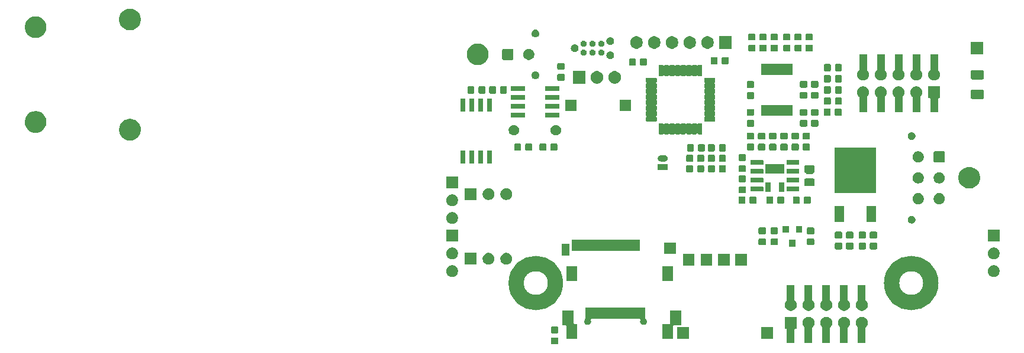
<source format=gbr>
G04 #@! TF.GenerationSoftware,KiCad,Pcbnew,5.1.5+dfsg1-2build2*
G04 #@! TF.CreationDate,2021-11-26T22:32:24+01:00*
G04 #@! TF.ProjectId,wideband_controller_mre,77696465-6261-46e6-945f-636f6e74726f,V1.3*
G04 #@! TF.SameCoordinates,Original*
G04 #@! TF.FileFunction,Soldermask,Top*
G04 #@! TF.FilePolarity,Negative*
%FSLAX46Y46*%
G04 Gerber Fmt 4.6, Leading zero omitted, Abs format (unit mm)*
G04 Created by KiCad (PCBNEW 5.1.5+dfsg1-2build2) date 2021-11-26 22:32:24*
%MOMM*%
%LPD*%
G04 APERTURE LIST*
%ADD10C,2.200000*%
%ADD11C,0.100000*%
G04 APERTURE END LIST*
D10*
X145000000Y-162700000D02*
G75*
G03X145000000Y-162700000I-2800000J0D01*
G01*
X91301785Y-162700000D02*
G75*
G03X91301785Y-162700000I-2801785J0D01*
G01*
D11*
G36*
X91579591Y-170503085D02*
G01*
X91613569Y-170513393D01*
X91644890Y-170530134D01*
X91672339Y-170552661D01*
X91694866Y-170580110D01*
X91711607Y-170611431D01*
X91721915Y-170645409D01*
X91726000Y-170686890D01*
X91726000Y-171288110D01*
X91721915Y-171329591D01*
X91711607Y-171363569D01*
X91694866Y-171394890D01*
X91672339Y-171422339D01*
X91644890Y-171444866D01*
X91613569Y-171461607D01*
X91579591Y-171471915D01*
X91538110Y-171476000D01*
X90861890Y-171476000D01*
X90820409Y-171471915D01*
X90786431Y-171461607D01*
X90755110Y-171444866D01*
X90727661Y-171422339D01*
X90705134Y-171394890D01*
X90688393Y-171363569D01*
X90678085Y-171329591D01*
X90674000Y-171288110D01*
X90674000Y-170686890D01*
X90678085Y-170645409D01*
X90688393Y-170611431D01*
X90705134Y-170580110D01*
X90727661Y-170552661D01*
X90755110Y-170530134D01*
X90786431Y-170513393D01*
X90820409Y-170503085D01*
X90861890Y-170499000D01*
X91538110Y-170499000D01*
X91579591Y-170503085D01*
G37*
G36*
X135381308Y-167560763D02*
G01*
X135536180Y-167624913D01*
X135675561Y-167718045D01*
X135794095Y-167836579D01*
X135887227Y-167975960D01*
X135951377Y-168130832D01*
X135984080Y-168295244D01*
X135984080Y-168462876D01*
X135951377Y-168627288D01*
X135887227Y-168782160D01*
X135794095Y-168921541D01*
X135715606Y-169000030D01*
X135700066Y-169018966D01*
X135688515Y-169040577D01*
X135681402Y-169064026D01*
X135679000Y-169088412D01*
X135679000Y-171257600D01*
X134577000Y-171257600D01*
X134577000Y-169078252D01*
X134574598Y-169053866D01*
X134567485Y-169030417D01*
X134555934Y-169008806D01*
X134540394Y-168989870D01*
X134472065Y-168921541D01*
X134378933Y-168782160D01*
X134314783Y-168627288D01*
X134282080Y-168462876D01*
X134282080Y-168295244D01*
X134314783Y-168130832D01*
X134378933Y-167975960D01*
X134472065Y-167836579D01*
X134590599Y-167718045D01*
X134729980Y-167624913D01*
X134884852Y-167560763D01*
X135049264Y-167528060D01*
X135216896Y-167528060D01*
X135381308Y-167560763D01*
G37*
G36*
X132841308Y-167560763D02*
G01*
X132996180Y-167624913D01*
X133135561Y-167718045D01*
X133254095Y-167836579D01*
X133347227Y-167975960D01*
X133411377Y-168130832D01*
X133444080Y-168295244D01*
X133444080Y-168462876D01*
X133411377Y-168627288D01*
X133347227Y-168782160D01*
X133254095Y-168921541D01*
X133175606Y-169000030D01*
X133160066Y-169018966D01*
X133148515Y-169040577D01*
X133141402Y-169064026D01*
X133139000Y-169088412D01*
X133139000Y-171257600D01*
X132037000Y-171257600D01*
X132037000Y-169078252D01*
X132034598Y-169053866D01*
X132027485Y-169030417D01*
X132015934Y-169008806D01*
X132000394Y-168989870D01*
X131932065Y-168921541D01*
X131838933Y-168782160D01*
X131774783Y-168627288D01*
X131742080Y-168462876D01*
X131742080Y-168295244D01*
X131774783Y-168130832D01*
X131838933Y-167975960D01*
X131932065Y-167836579D01*
X132050599Y-167718045D01*
X132189980Y-167624913D01*
X132344852Y-167560763D01*
X132509264Y-167528060D01*
X132676896Y-167528060D01*
X132841308Y-167560763D01*
G37*
G36*
X130301308Y-167560763D02*
G01*
X130456180Y-167624913D01*
X130595561Y-167718045D01*
X130714095Y-167836579D01*
X130807227Y-167975960D01*
X130871377Y-168130832D01*
X130904080Y-168295244D01*
X130904080Y-168462876D01*
X130871377Y-168627288D01*
X130807227Y-168782160D01*
X130714095Y-168921541D01*
X130635606Y-169000030D01*
X130620066Y-169018966D01*
X130608515Y-169040577D01*
X130601402Y-169064026D01*
X130599000Y-169088412D01*
X130599000Y-171257600D01*
X129497000Y-171257600D01*
X129497000Y-169078252D01*
X129494598Y-169053866D01*
X129487485Y-169030417D01*
X129475934Y-169008806D01*
X129460394Y-168989870D01*
X129392065Y-168921541D01*
X129298933Y-168782160D01*
X129234783Y-168627288D01*
X129202080Y-168462876D01*
X129202080Y-168295244D01*
X129234783Y-168130832D01*
X129298933Y-167975960D01*
X129392065Y-167836579D01*
X129510599Y-167718045D01*
X129649980Y-167624913D01*
X129804852Y-167560763D01*
X129969264Y-167528060D01*
X130136896Y-167528060D01*
X130301308Y-167560763D01*
G37*
G36*
X127761308Y-167560763D02*
G01*
X127916180Y-167624913D01*
X128055561Y-167718045D01*
X128174095Y-167836579D01*
X128267227Y-167975960D01*
X128331377Y-168130832D01*
X128364080Y-168295244D01*
X128364080Y-168462876D01*
X128331377Y-168627288D01*
X128267227Y-168782160D01*
X128174095Y-168921541D01*
X128095606Y-169000030D01*
X128080066Y-169018966D01*
X128068515Y-169040577D01*
X128061402Y-169064026D01*
X128059000Y-169088412D01*
X128059000Y-171257600D01*
X126957000Y-171257600D01*
X126957000Y-169078252D01*
X126954598Y-169053866D01*
X126947485Y-169030417D01*
X126935934Y-169008806D01*
X126920394Y-168989870D01*
X126852065Y-168921541D01*
X126758933Y-168782160D01*
X126694783Y-168627288D01*
X126662080Y-168462876D01*
X126662080Y-168295244D01*
X126694783Y-168130832D01*
X126758933Y-167975960D01*
X126852065Y-167836579D01*
X126970599Y-167718045D01*
X127109980Y-167624913D01*
X127264852Y-167560763D01*
X127429264Y-167528060D01*
X127596896Y-167528060D01*
X127761308Y-167560763D01*
G37*
G36*
X125824080Y-169230060D02*
G01*
X125643999Y-169230060D01*
X125619613Y-169232462D01*
X125596164Y-169239575D01*
X125574553Y-169251126D01*
X125555611Y-169266671D01*
X125540066Y-169285613D01*
X125528515Y-169307224D01*
X125521402Y-169330673D01*
X125519000Y-169355059D01*
X125519000Y-171257600D01*
X124417000Y-171257600D01*
X124417000Y-169355059D01*
X124414598Y-169330673D01*
X124407485Y-169307224D01*
X124395934Y-169285613D01*
X124380389Y-169266671D01*
X124361447Y-169251126D01*
X124339836Y-169239575D01*
X124316387Y-169232462D01*
X124292001Y-169230060D01*
X124122080Y-169230060D01*
X124122080Y-167528060D01*
X125824080Y-167528060D01*
X125824080Y-169230060D01*
G37*
G36*
X122466200Y-170731200D02*
G01*
X120764200Y-170731200D01*
X120764200Y-169029200D01*
X122466200Y-169029200D01*
X122466200Y-170731200D01*
G37*
G36*
X110401200Y-170731200D02*
G01*
X108699200Y-170731200D01*
X108699200Y-169029200D01*
X110401200Y-169029200D01*
X110401200Y-170731200D01*
G37*
G36*
X109327000Y-168747000D02*
G01*
X108285999Y-168747000D01*
X108261613Y-168749402D01*
X108238164Y-168756515D01*
X108216553Y-168768066D01*
X108197611Y-168783611D01*
X108182066Y-168802553D01*
X108170515Y-168824164D01*
X108163402Y-168847613D01*
X108161000Y-168871999D01*
X108161000Y-170686000D01*
X106609000Y-170686000D01*
X106609000Y-168584000D01*
X107576001Y-168584000D01*
X107600387Y-168581598D01*
X107623836Y-168574485D01*
X107645447Y-168562934D01*
X107664389Y-168547389D01*
X107679934Y-168528447D01*
X107691485Y-168506836D01*
X107698598Y-168483387D01*
X107701000Y-168459001D01*
X107701000Y-166613000D01*
X109327000Y-166613000D01*
X109327000Y-168747000D01*
G37*
G36*
X93927000Y-168459001D02*
G01*
X93929402Y-168483387D01*
X93936515Y-168506836D01*
X93948066Y-168528447D01*
X93963611Y-168547389D01*
X93982553Y-168562934D01*
X94004164Y-168574485D01*
X94027613Y-168581598D01*
X94051999Y-168584000D01*
X94411000Y-168584000D01*
X94411000Y-170686000D01*
X92859000Y-170686000D01*
X92859000Y-168871999D01*
X92856598Y-168847613D01*
X92849485Y-168824164D01*
X92837934Y-168802553D01*
X92822389Y-168783611D01*
X92803447Y-168768066D01*
X92781836Y-168756515D01*
X92758387Y-168749402D01*
X92734001Y-168747000D01*
X92301000Y-168747000D01*
X92301000Y-166613000D01*
X93927000Y-166613000D01*
X93927000Y-168459001D01*
G37*
G36*
X91579591Y-168928085D02*
G01*
X91613569Y-168938393D01*
X91644890Y-168955134D01*
X91672339Y-168977661D01*
X91694866Y-169005110D01*
X91711607Y-169036431D01*
X91721915Y-169070409D01*
X91726000Y-169111890D01*
X91726000Y-169713110D01*
X91721915Y-169754591D01*
X91711607Y-169788569D01*
X91694866Y-169819890D01*
X91672339Y-169847339D01*
X91644890Y-169869866D01*
X91613569Y-169886607D01*
X91579591Y-169896915D01*
X91538110Y-169901000D01*
X90861890Y-169901000D01*
X90820409Y-169896915D01*
X90786431Y-169886607D01*
X90755110Y-169869866D01*
X90727661Y-169847339D01*
X90705134Y-169819890D01*
X90688393Y-169788569D01*
X90678085Y-169754591D01*
X90674000Y-169713110D01*
X90674000Y-169111890D01*
X90678085Y-169070409D01*
X90688393Y-169036431D01*
X90705134Y-169005110D01*
X90727661Y-168977661D01*
X90755110Y-168955134D01*
X90786431Y-168938393D01*
X90820409Y-168928085D01*
X90861890Y-168924000D01*
X91538110Y-168924000D01*
X91579591Y-168928085D01*
G37*
G36*
X104161000Y-167709294D02*
G01*
X104163402Y-167733680D01*
X104170515Y-167757129D01*
X104182066Y-167778740D01*
X104197611Y-167797682D01*
X104216550Y-167813224D01*
X104229863Y-167822120D01*
X104298880Y-167891137D01*
X104353107Y-167972293D01*
X104390459Y-168062468D01*
X104409500Y-168158197D01*
X104409500Y-168255803D01*
X104390459Y-168351532D01*
X104353107Y-168441707D01*
X104298880Y-168522863D01*
X104229863Y-168591880D01*
X104148707Y-168646107D01*
X104058532Y-168683459D01*
X103962803Y-168702500D01*
X103865197Y-168702500D01*
X103769468Y-168683459D01*
X103679293Y-168646107D01*
X103598137Y-168591880D01*
X103529120Y-168522863D01*
X103474893Y-168441707D01*
X103437541Y-168351532D01*
X103418500Y-168255803D01*
X103418500Y-168158197D01*
X103437541Y-168062468D01*
X103459760Y-168008826D01*
X103466871Y-167985385D01*
X103469273Y-167960999D01*
X103466871Y-167936613D01*
X103459758Y-167913164D01*
X103448207Y-167891553D01*
X103432661Y-167872611D01*
X103413719Y-167857066D01*
X103392109Y-167845515D01*
X103368660Y-167838402D01*
X103344274Y-167836000D01*
X96483726Y-167836000D01*
X96459340Y-167838402D01*
X96435891Y-167845515D01*
X96414280Y-167857066D01*
X96395338Y-167872611D01*
X96379793Y-167891553D01*
X96368242Y-167913164D01*
X96361129Y-167936613D01*
X96358727Y-167960999D01*
X96361129Y-167985385D01*
X96368240Y-168008826D01*
X96390459Y-168062468D01*
X96409500Y-168158197D01*
X96409500Y-168255803D01*
X96390459Y-168351532D01*
X96353107Y-168441707D01*
X96298880Y-168522863D01*
X96229863Y-168591880D01*
X96148707Y-168646107D01*
X96058532Y-168683459D01*
X95962803Y-168702500D01*
X95865197Y-168702500D01*
X95769468Y-168683459D01*
X95679293Y-168646107D01*
X95598137Y-168591880D01*
X95529120Y-168522863D01*
X95474893Y-168441707D01*
X95437541Y-168351532D01*
X95418500Y-168255803D01*
X95418500Y-168158197D01*
X95437541Y-168062468D01*
X95474893Y-167972293D01*
X95529120Y-167891137D01*
X95534405Y-167883227D01*
X95537934Y-167878927D01*
X95549485Y-167857316D01*
X95556598Y-167833867D01*
X95559000Y-167809481D01*
X95559000Y-166234000D01*
X104161000Y-166234000D01*
X104161000Y-167709294D01*
G37*
G36*
X128059000Y-165129708D02*
G01*
X128061402Y-165154094D01*
X128068515Y-165177543D01*
X128080066Y-165199154D01*
X128095606Y-165218090D01*
X128174095Y-165296579D01*
X128267227Y-165435960D01*
X128331377Y-165590832D01*
X128364080Y-165755244D01*
X128364080Y-165922876D01*
X128331377Y-166087288D01*
X128267227Y-166242160D01*
X128174095Y-166381541D01*
X128055561Y-166500075D01*
X127916180Y-166593207D01*
X127761308Y-166657357D01*
X127596896Y-166690060D01*
X127429264Y-166690060D01*
X127264852Y-166657357D01*
X127109980Y-166593207D01*
X126970599Y-166500075D01*
X126852065Y-166381541D01*
X126758933Y-166242160D01*
X126694783Y-166087288D01*
X126662080Y-165922876D01*
X126662080Y-165755244D01*
X126694783Y-165590832D01*
X126758933Y-165435960D01*
X126852065Y-165296579D01*
X126920394Y-165228250D01*
X126935934Y-165209314D01*
X126947485Y-165187703D01*
X126954598Y-165164254D01*
X126957000Y-165139868D01*
X126957000Y-162955600D01*
X128059000Y-162955600D01*
X128059000Y-165129708D01*
G37*
G36*
X130599000Y-165129708D02*
G01*
X130601402Y-165154094D01*
X130608515Y-165177543D01*
X130620066Y-165199154D01*
X130635606Y-165218090D01*
X130714095Y-165296579D01*
X130807227Y-165435960D01*
X130871377Y-165590832D01*
X130904080Y-165755244D01*
X130904080Y-165922876D01*
X130871377Y-166087288D01*
X130807227Y-166242160D01*
X130714095Y-166381541D01*
X130595561Y-166500075D01*
X130456180Y-166593207D01*
X130301308Y-166657357D01*
X130136896Y-166690060D01*
X129969264Y-166690060D01*
X129804852Y-166657357D01*
X129649980Y-166593207D01*
X129510599Y-166500075D01*
X129392065Y-166381541D01*
X129298933Y-166242160D01*
X129234783Y-166087288D01*
X129202080Y-165922876D01*
X129202080Y-165755244D01*
X129234783Y-165590832D01*
X129298933Y-165435960D01*
X129392065Y-165296579D01*
X129460394Y-165228250D01*
X129475934Y-165209314D01*
X129487485Y-165187703D01*
X129494598Y-165164254D01*
X129497000Y-165139868D01*
X129497000Y-162955600D01*
X130599000Y-162955600D01*
X130599000Y-165129708D01*
G37*
G36*
X135679000Y-165129708D02*
G01*
X135681402Y-165154094D01*
X135688515Y-165177543D01*
X135700066Y-165199154D01*
X135715606Y-165218090D01*
X135794095Y-165296579D01*
X135887227Y-165435960D01*
X135951377Y-165590832D01*
X135984080Y-165755244D01*
X135984080Y-165922876D01*
X135951377Y-166087288D01*
X135887227Y-166242160D01*
X135794095Y-166381541D01*
X135675561Y-166500075D01*
X135536180Y-166593207D01*
X135381308Y-166657357D01*
X135216896Y-166690060D01*
X135049264Y-166690060D01*
X134884852Y-166657357D01*
X134729980Y-166593207D01*
X134590599Y-166500075D01*
X134472065Y-166381541D01*
X134378933Y-166242160D01*
X134314783Y-166087288D01*
X134282080Y-165922876D01*
X134282080Y-165755244D01*
X134314783Y-165590832D01*
X134378933Y-165435960D01*
X134472065Y-165296579D01*
X134540394Y-165228250D01*
X134555934Y-165209314D01*
X134567485Y-165187703D01*
X134574598Y-165164254D01*
X134577000Y-165139868D01*
X134577000Y-162955600D01*
X135679000Y-162955600D01*
X135679000Y-165129708D01*
G37*
G36*
X125519000Y-165129708D02*
G01*
X125521402Y-165154094D01*
X125528515Y-165177543D01*
X125540066Y-165199154D01*
X125555606Y-165218090D01*
X125634095Y-165296579D01*
X125727227Y-165435960D01*
X125791377Y-165590832D01*
X125824080Y-165755244D01*
X125824080Y-165922876D01*
X125791377Y-166087288D01*
X125727227Y-166242160D01*
X125634095Y-166381541D01*
X125515561Y-166500075D01*
X125376180Y-166593207D01*
X125221308Y-166657357D01*
X125056896Y-166690060D01*
X124889264Y-166690060D01*
X124724852Y-166657357D01*
X124569980Y-166593207D01*
X124430599Y-166500075D01*
X124312065Y-166381541D01*
X124218933Y-166242160D01*
X124154783Y-166087288D01*
X124122080Y-165922876D01*
X124122080Y-165755244D01*
X124154783Y-165590832D01*
X124218933Y-165435960D01*
X124312065Y-165296579D01*
X124380394Y-165228250D01*
X124395934Y-165209314D01*
X124407485Y-165187703D01*
X124414598Y-165164254D01*
X124417000Y-165139868D01*
X124417000Y-162955600D01*
X125519000Y-162955600D01*
X125519000Y-165129708D01*
G37*
G36*
X133139000Y-165129708D02*
G01*
X133141402Y-165154094D01*
X133148515Y-165177543D01*
X133160066Y-165199154D01*
X133175606Y-165218090D01*
X133254095Y-165296579D01*
X133347227Y-165435960D01*
X133411377Y-165590832D01*
X133444080Y-165755244D01*
X133444080Y-165922876D01*
X133411377Y-166087288D01*
X133347227Y-166242160D01*
X133254095Y-166381541D01*
X133135561Y-166500075D01*
X132996180Y-166593207D01*
X132841308Y-166657357D01*
X132676896Y-166690060D01*
X132509264Y-166690060D01*
X132344852Y-166657357D01*
X132189980Y-166593207D01*
X132050599Y-166500075D01*
X131932065Y-166381541D01*
X131838933Y-166242160D01*
X131774783Y-166087288D01*
X131742080Y-165922876D01*
X131742080Y-165755244D01*
X131774783Y-165590832D01*
X131838933Y-165435960D01*
X131932065Y-165296579D01*
X132000394Y-165228250D01*
X132015934Y-165209314D01*
X132027485Y-165187703D01*
X132034598Y-165164254D01*
X132037000Y-165139868D01*
X132037000Y-162955600D01*
X133139000Y-162955600D01*
X133139000Y-165129708D01*
G37*
G36*
X94411000Y-162386000D02*
G01*
X92859000Y-162386000D01*
X92859000Y-160284000D01*
X94411000Y-160284000D01*
X94411000Y-162386000D01*
G37*
G36*
X108161000Y-162386000D02*
G01*
X106609000Y-162386000D01*
X106609000Y-160284000D01*
X108161000Y-160284000D01*
X108161000Y-162386000D01*
G37*
G36*
X154248428Y-160171903D02*
G01*
X154403300Y-160236053D01*
X154542681Y-160329185D01*
X154661215Y-160447719D01*
X154754347Y-160587100D01*
X154818497Y-160741972D01*
X154851200Y-160906384D01*
X154851200Y-161074016D01*
X154818497Y-161238428D01*
X154754347Y-161393300D01*
X154661215Y-161532681D01*
X154542681Y-161651215D01*
X154403300Y-161744347D01*
X154248428Y-161808497D01*
X154084016Y-161841200D01*
X153916384Y-161841200D01*
X153751972Y-161808497D01*
X153597100Y-161744347D01*
X153457719Y-161651215D01*
X153339185Y-161532681D01*
X153246053Y-161393300D01*
X153181903Y-161238428D01*
X153149200Y-161074016D01*
X153149200Y-160906384D01*
X153181903Y-160741972D01*
X153246053Y-160587100D01*
X153339185Y-160447719D01*
X153457719Y-160329185D01*
X153597100Y-160236053D01*
X153751972Y-160171903D01*
X153916384Y-160139200D01*
X154084016Y-160139200D01*
X154248428Y-160171903D01*
G37*
G36*
X76778428Y-160171903D02*
G01*
X76933300Y-160236053D01*
X77072681Y-160329185D01*
X77191215Y-160447719D01*
X77284347Y-160587100D01*
X77348497Y-160741972D01*
X77381200Y-160906384D01*
X77381200Y-161074016D01*
X77348497Y-161238428D01*
X77284347Y-161393300D01*
X77191215Y-161532681D01*
X77072681Y-161651215D01*
X76933300Y-161744347D01*
X76778428Y-161808497D01*
X76614016Y-161841200D01*
X76446384Y-161841200D01*
X76281972Y-161808497D01*
X76127100Y-161744347D01*
X75987719Y-161651215D01*
X75869185Y-161532681D01*
X75776053Y-161393300D01*
X75711903Y-161238428D01*
X75679200Y-161074016D01*
X75679200Y-160906384D01*
X75711903Y-160741972D01*
X75776053Y-160587100D01*
X75869185Y-160447719D01*
X75987719Y-160329185D01*
X76127100Y-160236053D01*
X76281972Y-160171903D01*
X76446384Y-160139200D01*
X76614016Y-160139200D01*
X76778428Y-160171903D01*
G37*
G36*
X118751600Y-160211800D02*
G01*
X117049600Y-160211800D01*
X117049600Y-158509800D01*
X118751600Y-158509800D01*
X118751600Y-160211800D01*
G37*
G36*
X116251600Y-160211800D02*
G01*
X114549600Y-160211800D01*
X114549600Y-158509800D01*
X116251600Y-158509800D01*
X116251600Y-160211800D01*
G37*
G36*
X113713600Y-160173800D02*
G01*
X112087600Y-160173800D01*
X112087600Y-158547800D01*
X113713600Y-158547800D01*
X113713600Y-160173800D01*
G37*
G36*
X111213600Y-160173800D02*
G01*
X109587600Y-160173800D01*
X109587600Y-158547800D01*
X111213600Y-158547800D01*
X111213600Y-160173800D01*
G37*
G36*
X84525428Y-158393903D02*
G01*
X84680300Y-158458053D01*
X84819681Y-158551185D01*
X84938215Y-158669719D01*
X85031347Y-158809100D01*
X85095497Y-158963972D01*
X85128200Y-159128384D01*
X85128200Y-159296016D01*
X85095497Y-159460428D01*
X85031347Y-159615300D01*
X84938215Y-159754681D01*
X84819681Y-159873215D01*
X84680300Y-159966347D01*
X84525428Y-160030497D01*
X84361016Y-160063200D01*
X84193384Y-160063200D01*
X84028972Y-160030497D01*
X83874100Y-159966347D01*
X83734719Y-159873215D01*
X83616185Y-159754681D01*
X83523053Y-159615300D01*
X83458903Y-159460428D01*
X83426200Y-159296016D01*
X83426200Y-159128384D01*
X83458903Y-158963972D01*
X83523053Y-158809100D01*
X83616185Y-158669719D01*
X83734719Y-158551185D01*
X83874100Y-158458053D01*
X84028972Y-158393903D01*
X84193384Y-158361200D01*
X84361016Y-158361200D01*
X84525428Y-158393903D01*
G37*
G36*
X80048200Y-160063200D02*
G01*
X78346200Y-160063200D01*
X78346200Y-158361200D01*
X80048200Y-158361200D01*
X80048200Y-160063200D01*
G37*
G36*
X81985428Y-158393903D02*
G01*
X82140300Y-158458053D01*
X82279681Y-158551185D01*
X82398215Y-158669719D01*
X82491347Y-158809100D01*
X82555497Y-158963972D01*
X82588200Y-159128384D01*
X82588200Y-159296016D01*
X82555497Y-159460428D01*
X82491347Y-159615300D01*
X82398215Y-159754681D01*
X82279681Y-159873215D01*
X82140300Y-159966347D01*
X81985428Y-160030497D01*
X81821016Y-160063200D01*
X81653384Y-160063200D01*
X81488972Y-160030497D01*
X81334100Y-159966347D01*
X81194719Y-159873215D01*
X81076185Y-159754681D01*
X80983053Y-159615300D01*
X80918903Y-159460428D01*
X80886200Y-159296016D01*
X80886200Y-159128384D01*
X80918903Y-158963972D01*
X80983053Y-158809100D01*
X81076185Y-158669719D01*
X81194719Y-158551185D01*
X81334100Y-158458053D01*
X81488972Y-158393903D01*
X81653384Y-158361200D01*
X81821016Y-158361200D01*
X81985428Y-158393903D01*
G37*
G36*
X76778428Y-157631903D02*
G01*
X76933300Y-157696053D01*
X77072681Y-157789185D01*
X77191215Y-157907719D01*
X77284347Y-158047100D01*
X77348497Y-158201972D01*
X77381200Y-158366384D01*
X77381200Y-158534016D01*
X77348497Y-158698428D01*
X77284347Y-158853300D01*
X77191215Y-158992681D01*
X77072681Y-159111215D01*
X76933300Y-159204347D01*
X76778428Y-159268497D01*
X76614016Y-159301200D01*
X76446384Y-159301200D01*
X76281972Y-159268497D01*
X76127100Y-159204347D01*
X75987719Y-159111215D01*
X75869185Y-158992681D01*
X75776053Y-158853300D01*
X75711903Y-158698428D01*
X75679200Y-158534016D01*
X75679200Y-158366384D01*
X75711903Y-158201972D01*
X75776053Y-158047100D01*
X75869185Y-157907719D01*
X75987719Y-157789185D01*
X76127100Y-157696053D01*
X76281972Y-157631903D01*
X76446384Y-157599200D01*
X76614016Y-157599200D01*
X76778428Y-157631903D01*
G37*
G36*
X154248428Y-157631903D02*
G01*
X154403300Y-157696053D01*
X154542681Y-157789185D01*
X154661215Y-157907719D01*
X154754347Y-158047100D01*
X154818497Y-158201972D01*
X154851200Y-158366384D01*
X154851200Y-158534016D01*
X154818497Y-158698428D01*
X154754347Y-158853300D01*
X154661215Y-158992681D01*
X154542681Y-159111215D01*
X154403300Y-159204347D01*
X154248428Y-159268497D01*
X154084016Y-159301200D01*
X153916384Y-159301200D01*
X153751972Y-159268497D01*
X153597100Y-159204347D01*
X153457719Y-159111215D01*
X153339185Y-158992681D01*
X153246053Y-158853300D01*
X153181903Y-158698428D01*
X153149200Y-158534016D01*
X153149200Y-158366384D01*
X153181903Y-158201972D01*
X153246053Y-158047100D01*
X153339185Y-157907719D01*
X153457719Y-157789185D01*
X153597100Y-157696053D01*
X153751972Y-157631903D01*
X153916384Y-157599200D01*
X154084016Y-157599200D01*
X154248428Y-157631903D01*
G37*
G36*
X93327000Y-158720000D02*
G01*
X92209000Y-158720000D01*
X92209000Y-157094000D01*
X93327000Y-157094000D01*
X93327000Y-158720000D01*
G37*
G36*
X108508000Y-158512000D02*
G01*
X106882000Y-158512000D01*
X106882000Y-156886000D01*
X108508000Y-156886000D01*
X108508000Y-158512000D01*
G37*
G36*
X103346000Y-158120000D02*
G01*
X93682000Y-158120000D01*
X93682000Y-156494000D01*
X103346000Y-156494000D01*
X103346000Y-158120000D01*
G37*
G36*
X133779591Y-156903085D02*
G01*
X133813569Y-156913393D01*
X133844890Y-156930134D01*
X133872339Y-156952661D01*
X133894866Y-156980110D01*
X133911607Y-157011431D01*
X133921915Y-157045409D01*
X133926000Y-157086890D01*
X133926000Y-157688110D01*
X133921915Y-157729591D01*
X133911607Y-157763569D01*
X133894866Y-157794890D01*
X133872339Y-157822339D01*
X133844890Y-157844866D01*
X133813569Y-157861607D01*
X133779591Y-157871915D01*
X133738110Y-157876000D01*
X133061890Y-157876000D01*
X133020409Y-157871915D01*
X132986431Y-157861607D01*
X132955110Y-157844866D01*
X132927661Y-157822339D01*
X132905134Y-157794890D01*
X132888393Y-157763569D01*
X132878085Y-157729591D01*
X132874000Y-157688110D01*
X132874000Y-157086890D01*
X132878085Y-157045409D01*
X132888393Y-157011431D01*
X132905134Y-156980110D01*
X132927661Y-156952661D01*
X132955110Y-156930134D01*
X132986431Y-156913393D01*
X133020409Y-156903085D01*
X133061890Y-156899000D01*
X133738110Y-156899000D01*
X133779591Y-156903085D01*
G37*
G36*
X132179591Y-156903085D02*
G01*
X132213569Y-156913393D01*
X132244890Y-156930134D01*
X132272339Y-156952661D01*
X132294866Y-156980110D01*
X132311607Y-157011431D01*
X132321915Y-157045409D01*
X132326000Y-157086890D01*
X132326000Y-157688110D01*
X132321915Y-157729591D01*
X132311607Y-157763569D01*
X132294866Y-157794890D01*
X132272339Y-157822339D01*
X132244890Y-157844866D01*
X132213569Y-157861607D01*
X132179591Y-157871915D01*
X132138110Y-157876000D01*
X131461890Y-157876000D01*
X131420409Y-157871915D01*
X131386431Y-157861607D01*
X131355110Y-157844866D01*
X131327661Y-157822339D01*
X131305134Y-157794890D01*
X131288393Y-157763569D01*
X131278085Y-157729591D01*
X131274000Y-157688110D01*
X131274000Y-157086890D01*
X131278085Y-157045409D01*
X131288393Y-157011431D01*
X131305134Y-156980110D01*
X131327661Y-156952661D01*
X131355110Y-156930134D01*
X131386431Y-156913393D01*
X131420409Y-156903085D01*
X131461890Y-156899000D01*
X132138110Y-156899000D01*
X132179591Y-156903085D01*
G37*
G36*
X137179591Y-156903085D02*
G01*
X137213569Y-156913393D01*
X137244890Y-156930134D01*
X137272339Y-156952661D01*
X137294866Y-156980110D01*
X137311607Y-157011431D01*
X137321915Y-157045409D01*
X137326000Y-157086890D01*
X137326000Y-157688110D01*
X137321915Y-157729591D01*
X137311607Y-157763569D01*
X137294866Y-157794890D01*
X137272339Y-157822339D01*
X137244890Y-157844866D01*
X137213569Y-157861607D01*
X137179591Y-157871915D01*
X137138110Y-157876000D01*
X136461890Y-157876000D01*
X136420409Y-157871915D01*
X136386431Y-157861607D01*
X136355110Y-157844866D01*
X136327661Y-157822339D01*
X136305134Y-157794890D01*
X136288393Y-157763569D01*
X136278085Y-157729591D01*
X136274000Y-157688110D01*
X136274000Y-157086890D01*
X136278085Y-157045409D01*
X136288393Y-157011431D01*
X136305134Y-156980110D01*
X136327661Y-156952661D01*
X136355110Y-156930134D01*
X136386431Y-156913393D01*
X136420409Y-156903085D01*
X136461890Y-156899000D01*
X137138110Y-156899000D01*
X137179591Y-156903085D01*
G37*
G36*
X135579591Y-156903085D02*
G01*
X135613569Y-156913393D01*
X135644890Y-156930134D01*
X135672339Y-156952661D01*
X135694866Y-156980110D01*
X135711607Y-157011431D01*
X135721915Y-157045409D01*
X135726000Y-157086890D01*
X135726000Y-157688110D01*
X135721915Y-157729591D01*
X135711607Y-157763569D01*
X135694866Y-157794890D01*
X135672339Y-157822339D01*
X135644890Y-157844866D01*
X135613569Y-157861607D01*
X135579591Y-157871915D01*
X135538110Y-157876000D01*
X134861890Y-157876000D01*
X134820409Y-157871915D01*
X134786431Y-157861607D01*
X134755110Y-157844866D01*
X134727661Y-157822339D01*
X134705134Y-157794890D01*
X134688393Y-157763569D01*
X134678085Y-157729591D01*
X134674000Y-157688110D01*
X134674000Y-157086890D01*
X134678085Y-157045409D01*
X134688393Y-157011431D01*
X134705134Y-156980110D01*
X134727661Y-156952661D01*
X134755110Y-156930134D01*
X134786431Y-156913393D01*
X134820409Y-156903085D01*
X134861890Y-156899000D01*
X135538110Y-156899000D01*
X135579591Y-156903085D01*
G37*
G36*
X125651000Y-157501000D02*
G01*
X124749000Y-157501000D01*
X124749000Y-156499000D01*
X125651000Y-156499000D01*
X125651000Y-157501000D01*
G37*
G36*
X128179591Y-156303085D02*
G01*
X128213569Y-156313393D01*
X128244890Y-156330134D01*
X128272339Y-156352661D01*
X128294866Y-156380110D01*
X128311607Y-156411431D01*
X128321915Y-156445409D01*
X128326000Y-156486890D01*
X128326000Y-157088110D01*
X128321915Y-157129591D01*
X128311607Y-157163569D01*
X128294866Y-157194890D01*
X128272339Y-157222339D01*
X128244890Y-157244866D01*
X128213569Y-157261607D01*
X128179591Y-157271915D01*
X128138110Y-157276000D01*
X127461890Y-157276000D01*
X127420409Y-157271915D01*
X127386431Y-157261607D01*
X127355110Y-157244866D01*
X127327661Y-157222339D01*
X127305134Y-157194890D01*
X127288393Y-157163569D01*
X127278085Y-157129591D01*
X127274000Y-157088110D01*
X127274000Y-156486890D01*
X127278085Y-156445409D01*
X127288393Y-156411431D01*
X127305134Y-156380110D01*
X127327661Y-156352661D01*
X127355110Y-156330134D01*
X127386431Y-156313393D01*
X127420409Y-156303085D01*
X127461890Y-156299000D01*
X128138110Y-156299000D01*
X128179591Y-156303085D01*
G37*
G36*
X122991791Y-156297185D02*
G01*
X123025769Y-156307493D01*
X123057090Y-156324234D01*
X123084539Y-156346761D01*
X123107066Y-156374210D01*
X123123807Y-156405531D01*
X123134115Y-156439509D01*
X123138200Y-156480990D01*
X123138200Y-157082210D01*
X123134115Y-157123691D01*
X123123807Y-157157669D01*
X123107066Y-157188990D01*
X123084539Y-157216439D01*
X123057090Y-157238966D01*
X123025769Y-157255707D01*
X122991791Y-157266015D01*
X122950310Y-157270100D01*
X122274090Y-157270100D01*
X122232609Y-157266015D01*
X122198631Y-157255707D01*
X122167310Y-157238966D01*
X122139861Y-157216439D01*
X122117334Y-157188990D01*
X122100593Y-157157669D01*
X122090285Y-157123691D01*
X122086200Y-157082210D01*
X122086200Y-156480990D01*
X122090285Y-156439509D01*
X122100593Y-156405531D01*
X122117334Y-156374210D01*
X122139861Y-156346761D01*
X122167310Y-156324234D01*
X122198631Y-156307493D01*
X122232609Y-156297185D01*
X122274090Y-156293100D01*
X122950310Y-156293100D01*
X122991791Y-156297185D01*
G37*
G36*
X121264591Y-156297085D02*
G01*
X121298569Y-156307393D01*
X121329890Y-156324134D01*
X121357339Y-156346661D01*
X121379866Y-156374110D01*
X121396607Y-156405431D01*
X121406915Y-156439409D01*
X121411000Y-156480890D01*
X121411000Y-157082110D01*
X121406915Y-157123591D01*
X121396607Y-157157569D01*
X121379866Y-157188890D01*
X121357339Y-157216339D01*
X121329890Y-157238866D01*
X121298569Y-157255607D01*
X121264591Y-157265915D01*
X121223110Y-157270000D01*
X120546890Y-157270000D01*
X120505409Y-157265915D01*
X120471431Y-157255607D01*
X120440110Y-157238866D01*
X120412661Y-157216339D01*
X120390134Y-157188890D01*
X120373393Y-157157569D01*
X120363085Y-157123591D01*
X120359000Y-157082110D01*
X120359000Y-156480890D01*
X120363085Y-156439409D01*
X120373393Y-156405431D01*
X120390134Y-156374110D01*
X120412661Y-156346661D01*
X120440110Y-156324134D01*
X120471431Y-156307393D01*
X120505409Y-156297085D01*
X120546890Y-156293000D01*
X121223110Y-156293000D01*
X121264591Y-156297085D01*
G37*
G36*
X77381200Y-156761200D02*
G01*
X75679200Y-156761200D01*
X75679200Y-155059200D01*
X77381200Y-155059200D01*
X77381200Y-156761200D01*
G37*
G36*
X154851200Y-156761200D02*
G01*
X153149200Y-156761200D01*
X153149200Y-155059200D01*
X154851200Y-155059200D01*
X154851200Y-156761200D01*
G37*
G36*
X132179591Y-155328085D02*
G01*
X132213569Y-155338393D01*
X132244890Y-155355134D01*
X132272339Y-155377661D01*
X132294866Y-155405110D01*
X132311607Y-155436431D01*
X132321915Y-155470409D01*
X132326000Y-155511890D01*
X132326000Y-156113110D01*
X132321915Y-156154591D01*
X132311607Y-156188569D01*
X132294866Y-156219890D01*
X132272339Y-156247339D01*
X132244890Y-156269866D01*
X132213569Y-156286607D01*
X132179591Y-156296915D01*
X132138110Y-156301000D01*
X131461890Y-156301000D01*
X131420409Y-156296915D01*
X131386431Y-156286607D01*
X131355110Y-156269866D01*
X131327661Y-156247339D01*
X131305134Y-156219890D01*
X131288393Y-156188569D01*
X131278085Y-156154591D01*
X131274000Y-156113110D01*
X131274000Y-155511890D01*
X131278085Y-155470409D01*
X131288393Y-155436431D01*
X131305134Y-155405110D01*
X131327661Y-155377661D01*
X131355110Y-155355134D01*
X131386431Y-155338393D01*
X131420409Y-155328085D01*
X131461890Y-155324000D01*
X132138110Y-155324000D01*
X132179591Y-155328085D01*
G37*
G36*
X133779591Y-155328085D02*
G01*
X133813569Y-155338393D01*
X133844890Y-155355134D01*
X133872339Y-155377661D01*
X133894866Y-155405110D01*
X133911607Y-155436431D01*
X133921915Y-155470409D01*
X133926000Y-155511890D01*
X133926000Y-156113110D01*
X133921915Y-156154591D01*
X133911607Y-156188569D01*
X133894866Y-156219890D01*
X133872339Y-156247339D01*
X133844890Y-156269866D01*
X133813569Y-156286607D01*
X133779591Y-156296915D01*
X133738110Y-156301000D01*
X133061890Y-156301000D01*
X133020409Y-156296915D01*
X132986431Y-156286607D01*
X132955110Y-156269866D01*
X132927661Y-156247339D01*
X132905134Y-156219890D01*
X132888393Y-156188569D01*
X132878085Y-156154591D01*
X132874000Y-156113110D01*
X132874000Y-155511890D01*
X132878085Y-155470409D01*
X132888393Y-155436431D01*
X132905134Y-155405110D01*
X132927661Y-155377661D01*
X132955110Y-155355134D01*
X132986431Y-155338393D01*
X133020409Y-155328085D01*
X133061890Y-155324000D01*
X133738110Y-155324000D01*
X133779591Y-155328085D01*
G37*
G36*
X135579591Y-155328085D02*
G01*
X135613569Y-155338393D01*
X135644890Y-155355134D01*
X135672339Y-155377661D01*
X135694866Y-155405110D01*
X135711607Y-155436431D01*
X135721915Y-155470409D01*
X135726000Y-155511890D01*
X135726000Y-156113110D01*
X135721915Y-156154591D01*
X135711607Y-156188569D01*
X135694866Y-156219890D01*
X135672339Y-156247339D01*
X135644890Y-156269866D01*
X135613569Y-156286607D01*
X135579591Y-156296915D01*
X135538110Y-156301000D01*
X134861890Y-156301000D01*
X134820409Y-156296915D01*
X134786431Y-156286607D01*
X134755110Y-156269866D01*
X134727661Y-156247339D01*
X134705134Y-156219890D01*
X134688393Y-156188569D01*
X134678085Y-156154591D01*
X134674000Y-156113110D01*
X134674000Y-155511890D01*
X134678085Y-155470409D01*
X134688393Y-155436431D01*
X134705134Y-155405110D01*
X134727661Y-155377661D01*
X134755110Y-155355134D01*
X134786431Y-155338393D01*
X134820409Y-155328085D01*
X134861890Y-155324000D01*
X135538110Y-155324000D01*
X135579591Y-155328085D01*
G37*
G36*
X137179591Y-155328085D02*
G01*
X137213569Y-155338393D01*
X137244890Y-155355134D01*
X137272339Y-155377661D01*
X137294866Y-155405110D01*
X137311607Y-155436431D01*
X137321915Y-155470409D01*
X137326000Y-155511890D01*
X137326000Y-156113110D01*
X137321915Y-156154591D01*
X137311607Y-156188569D01*
X137294866Y-156219890D01*
X137272339Y-156247339D01*
X137244890Y-156269866D01*
X137213569Y-156286607D01*
X137179591Y-156296915D01*
X137138110Y-156301000D01*
X136461890Y-156301000D01*
X136420409Y-156296915D01*
X136386431Y-156286607D01*
X136355110Y-156269866D01*
X136327661Y-156247339D01*
X136305134Y-156219890D01*
X136288393Y-156188569D01*
X136278085Y-156154591D01*
X136274000Y-156113110D01*
X136274000Y-155511890D01*
X136278085Y-155470409D01*
X136288393Y-155436431D01*
X136305134Y-155405110D01*
X136327661Y-155377661D01*
X136355110Y-155355134D01*
X136386431Y-155338393D01*
X136420409Y-155328085D01*
X136461890Y-155324000D01*
X137138110Y-155324000D01*
X137179591Y-155328085D01*
G37*
G36*
X128179591Y-154728085D02*
G01*
X128213569Y-154738393D01*
X128244890Y-154755134D01*
X128272339Y-154777661D01*
X128294866Y-154805110D01*
X128311607Y-154836431D01*
X128321915Y-154870409D01*
X128326000Y-154911890D01*
X128326000Y-155513110D01*
X128321915Y-155554591D01*
X128311607Y-155588569D01*
X128294866Y-155619890D01*
X128272339Y-155647339D01*
X128244890Y-155669866D01*
X128213569Y-155686607D01*
X128179591Y-155696915D01*
X128138110Y-155701000D01*
X127461890Y-155701000D01*
X127420409Y-155696915D01*
X127386431Y-155686607D01*
X127355110Y-155669866D01*
X127327661Y-155647339D01*
X127305134Y-155619890D01*
X127288393Y-155588569D01*
X127278085Y-155554591D01*
X127274000Y-155513110D01*
X127274000Y-154911890D01*
X127278085Y-154870409D01*
X127288393Y-154836431D01*
X127305134Y-154805110D01*
X127327661Y-154777661D01*
X127355110Y-154755134D01*
X127386431Y-154738393D01*
X127420409Y-154728085D01*
X127461890Y-154724000D01*
X128138110Y-154724000D01*
X128179591Y-154728085D01*
G37*
G36*
X122991791Y-154722185D02*
G01*
X123025769Y-154732493D01*
X123057090Y-154749234D01*
X123084539Y-154771761D01*
X123107066Y-154799210D01*
X123123807Y-154830531D01*
X123134115Y-154864509D01*
X123138200Y-154905990D01*
X123138200Y-155507210D01*
X123134115Y-155548691D01*
X123123807Y-155582669D01*
X123107066Y-155613990D01*
X123084539Y-155641439D01*
X123057090Y-155663966D01*
X123025769Y-155680707D01*
X122991791Y-155691015D01*
X122950310Y-155695100D01*
X122274090Y-155695100D01*
X122232609Y-155691015D01*
X122198631Y-155680707D01*
X122167310Y-155663966D01*
X122139861Y-155641439D01*
X122117334Y-155613990D01*
X122100593Y-155582669D01*
X122090285Y-155548691D01*
X122086200Y-155507210D01*
X122086200Y-154905990D01*
X122090285Y-154864509D01*
X122100593Y-154830531D01*
X122117334Y-154799210D01*
X122139861Y-154771761D01*
X122167310Y-154749234D01*
X122198631Y-154732493D01*
X122232609Y-154722185D01*
X122274090Y-154718100D01*
X122950310Y-154718100D01*
X122991791Y-154722185D01*
G37*
G36*
X121264591Y-154722085D02*
G01*
X121298569Y-154732393D01*
X121329890Y-154749134D01*
X121357339Y-154771661D01*
X121379866Y-154799110D01*
X121396607Y-154830431D01*
X121406915Y-154864409D01*
X121411000Y-154905890D01*
X121411000Y-155507110D01*
X121406915Y-155548591D01*
X121396607Y-155582569D01*
X121379866Y-155613890D01*
X121357339Y-155641339D01*
X121329890Y-155663866D01*
X121298569Y-155680607D01*
X121264591Y-155690915D01*
X121223110Y-155695000D01*
X120546890Y-155695000D01*
X120505409Y-155690915D01*
X120471431Y-155680607D01*
X120440110Y-155663866D01*
X120412661Y-155641339D01*
X120390134Y-155613890D01*
X120373393Y-155582569D01*
X120363085Y-155548591D01*
X120359000Y-155507110D01*
X120359000Y-154905890D01*
X120363085Y-154864409D01*
X120373393Y-154830431D01*
X120390134Y-154799110D01*
X120412661Y-154771661D01*
X120440110Y-154749134D01*
X120471431Y-154732393D01*
X120505409Y-154722085D01*
X120546890Y-154718000D01*
X121223110Y-154718000D01*
X121264591Y-154722085D01*
G37*
G36*
X124701000Y-155501000D02*
G01*
X123799000Y-155501000D01*
X123799000Y-154499000D01*
X124701000Y-154499000D01*
X124701000Y-155501000D01*
G37*
G36*
X126601000Y-155501000D02*
G01*
X125699000Y-155501000D01*
X125699000Y-154499000D01*
X126601000Y-154499000D01*
X126601000Y-155501000D01*
G37*
G36*
X76778428Y-152551903D02*
G01*
X76933300Y-152616053D01*
X77072681Y-152709185D01*
X77191215Y-152827719D01*
X77284347Y-152967100D01*
X77348497Y-153121972D01*
X77381200Y-153286384D01*
X77381200Y-153454016D01*
X77348497Y-153618428D01*
X77284347Y-153773300D01*
X77191215Y-153912681D01*
X77072681Y-154031215D01*
X76933300Y-154124347D01*
X76778428Y-154188497D01*
X76614016Y-154221200D01*
X76446384Y-154221200D01*
X76281972Y-154188497D01*
X76127100Y-154124347D01*
X75987719Y-154031215D01*
X75869185Y-153912681D01*
X75776053Y-153773300D01*
X75711903Y-153618428D01*
X75679200Y-153454016D01*
X75679200Y-153286384D01*
X75711903Y-153121972D01*
X75776053Y-152967100D01*
X75869185Y-152827719D01*
X75987719Y-152709185D01*
X76127100Y-152616053D01*
X76281972Y-152551903D01*
X76446384Y-152519200D01*
X76614016Y-152519200D01*
X76778428Y-152551903D01*
G37*
G36*
X142420721Y-153070174D02*
G01*
X142520995Y-153111709D01*
X142565812Y-153141655D01*
X142611242Y-153172010D01*
X142687990Y-153248758D01*
X142687991Y-153248760D01*
X142748291Y-153339005D01*
X142789826Y-153439279D01*
X142811000Y-153545730D01*
X142811000Y-153654270D01*
X142789826Y-153760721D01*
X142748291Y-153860995D01*
X142748290Y-153860996D01*
X142687990Y-153951242D01*
X142611242Y-154027990D01*
X142606415Y-154031215D01*
X142520995Y-154088291D01*
X142420721Y-154129826D01*
X142314270Y-154151000D01*
X142205730Y-154151000D01*
X142099279Y-154129826D01*
X141999005Y-154088291D01*
X141913585Y-154031215D01*
X141908758Y-154027990D01*
X141832010Y-153951242D01*
X141771710Y-153860996D01*
X141771709Y-153860995D01*
X141730174Y-153760721D01*
X141709000Y-153654270D01*
X141709000Y-153545730D01*
X141730174Y-153439279D01*
X141771709Y-153339005D01*
X141832009Y-153248760D01*
X141832010Y-153248758D01*
X141908758Y-153172010D01*
X141954188Y-153141655D01*
X141999005Y-153111709D01*
X142099279Y-153070174D01*
X142205730Y-153049000D01*
X142314270Y-153049000D01*
X142420721Y-153070174D01*
G37*
G36*
X132571000Y-153951000D02*
G01*
X131269000Y-153951000D01*
X131269000Y-151649000D01*
X132571000Y-151649000D01*
X132571000Y-153951000D01*
G37*
G36*
X137131000Y-153951000D02*
G01*
X135829000Y-153951000D01*
X135829000Y-151649000D01*
X137131000Y-151649000D01*
X137131000Y-153951000D01*
G37*
G36*
X76778428Y-150011903D02*
G01*
X76933300Y-150076053D01*
X77072681Y-150169185D01*
X77191215Y-150287719D01*
X77284347Y-150427100D01*
X77348497Y-150581972D01*
X77381200Y-150746384D01*
X77381200Y-150914016D01*
X77348497Y-151078428D01*
X77284347Y-151233300D01*
X77191215Y-151372681D01*
X77072681Y-151491215D01*
X76933300Y-151584347D01*
X76778428Y-151648497D01*
X76614016Y-151681200D01*
X76446384Y-151681200D01*
X76281972Y-151648497D01*
X76127100Y-151584347D01*
X75987719Y-151491215D01*
X75869185Y-151372681D01*
X75776053Y-151233300D01*
X75711903Y-151078428D01*
X75679200Y-150914016D01*
X75679200Y-150746384D01*
X75711903Y-150581972D01*
X75776053Y-150427100D01*
X75869185Y-150287719D01*
X75987719Y-150169185D01*
X76127100Y-150076053D01*
X76281972Y-150011903D01*
X76446384Y-149979200D01*
X76614016Y-149979200D01*
X76778428Y-150011903D01*
G37*
G36*
X146433642Y-149829781D02*
G01*
X146579414Y-149890162D01*
X146579416Y-149890163D01*
X146710608Y-149977822D01*
X146822178Y-150089392D01*
X146889019Y-150189428D01*
X146909838Y-150220586D01*
X146970219Y-150366358D01*
X147001000Y-150521107D01*
X147001000Y-150678893D01*
X146970219Y-150833642D01*
X146909838Y-150979414D01*
X146909837Y-150979416D01*
X146822178Y-151110608D01*
X146710608Y-151222178D01*
X146579416Y-151309837D01*
X146579415Y-151309838D01*
X146579414Y-151309838D01*
X146433642Y-151370219D01*
X146278893Y-151401000D01*
X146121107Y-151401000D01*
X145966358Y-151370219D01*
X145820586Y-151309838D01*
X145820585Y-151309838D01*
X145820584Y-151309837D01*
X145689392Y-151222178D01*
X145577822Y-151110608D01*
X145490163Y-150979416D01*
X145490162Y-150979414D01*
X145429781Y-150833642D01*
X145399000Y-150678893D01*
X145399000Y-150521107D01*
X145429781Y-150366358D01*
X145490162Y-150220586D01*
X145510981Y-150189428D01*
X145577822Y-150089392D01*
X145689392Y-149977822D01*
X145820584Y-149890163D01*
X145820586Y-149890162D01*
X145966358Y-149829781D01*
X146121107Y-149799000D01*
X146278893Y-149799000D01*
X146433642Y-149829781D01*
G37*
G36*
X143433642Y-149829781D02*
G01*
X143579414Y-149890162D01*
X143579416Y-149890163D01*
X143710608Y-149977822D01*
X143822178Y-150089392D01*
X143889019Y-150189428D01*
X143909838Y-150220586D01*
X143970219Y-150366358D01*
X144001000Y-150521107D01*
X144001000Y-150678893D01*
X143970219Y-150833642D01*
X143909838Y-150979414D01*
X143909837Y-150979416D01*
X143822178Y-151110608D01*
X143710608Y-151222178D01*
X143579416Y-151309837D01*
X143579415Y-151309838D01*
X143579414Y-151309838D01*
X143433642Y-151370219D01*
X143278893Y-151401000D01*
X143121107Y-151401000D01*
X142966358Y-151370219D01*
X142820586Y-151309838D01*
X142820585Y-151309838D01*
X142820584Y-151309837D01*
X142689392Y-151222178D01*
X142577822Y-151110608D01*
X142490163Y-150979416D01*
X142490162Y-150979414D01*
X142429781Y-150833642D01*
X142399000Y-150678893D01*
X142399000Y-150521107D01*
X142429781Y-150366358D01*
X142490162Y-150220586D01*
X142510981Y-150189428D01*
X142577822Y-150089392D01*
X142689392Y-149977822D01*
X142820584Y-149890163D01*
X142820586Y-149890162D01*
X142966358Y-149829781D01*
X143121107Y-149799000D01*
X143278893Y-149799000D01*
X143433642Y-149829781D01*
G37*
G36*
X123879591Y-150278085D02*
G01*
X123913569Y-150288393D01*
X123944890Y-150305134D01*
X123972339Y-150327661D01*
X123994866Y-150355110D01*
X124011607Y-150386431D01*
X124021915Y-150420409D01*
X124026000Y-150461890D01*
X124026000Y-151138110D01*
X124021915Y-151179591D01*
X124011607Y-151213569D01*
X123994866Y-151244890D01*
X123972339Y-151272339D01*
X123944890Y-151294866D01*
X123913569Y-151311607D01*
X123879591Y-151321915D01*
X123838110Y-151326000D01*
X123236890Y-151326000D01*
X123195409Y-151321915D01*
X123161431Y-151311607D01*
X123130110Y-151294866D01*
X123102661Y-151272339D01*
X123080134Y-151244890D01*
X123063393Y-151213569D01*
X123053085Y-151179591D01*
X123049000Y-151138110D01*
X123049000Y-150461890D01*
X123053085Y-150420409D01*
X123063393Y-150386431D01*
X123080134Y-150355110D01*
X123102661Y-150327661D01*
X123130110Y-150305134D01*
X123161431Y-150288393D01*
X123195409Y-150278085D01*
X123236890Y-150274000D01*
X123838110Y-150274000D01*
X123879591Y-150278085D01*
G37*
G36*
X122304591Y-150278085D02*
G01*
X122338569Y-150288393D01*
X122369890Y-150305134D01*
X122397339Y-150327661D01*
X122419866Y-150355110D01*
X122436607Y-150386431D01*
X122446915Y-150420409D01*
X122451000Y-150461890D01*
X122451000Y-151138110D01*
X122446915Y-151179591D01*
X122436607Y-151213569D01*
X122419866Y-151244890D01*
X122397339Y-151272339D01*
X122369890Y-151294866D01*
X122338569Y-151311607D01*
X122304591Y-151321915D01*
X122263110Y-151326000D01*
X121661890Y-151326000D01*
X121620409Y-151321915D01*
X121586431Y-151311607D01*
X121555110Y-151294866D01*
X121527661Y-151272339D01*
X121505134Y-151244890D01*
X121488393Y-151213569D01*
X121478085Y-151179591D01*
X121474000Y-151138110D01*
X121474000Y-150461890D01*
X121478085Y-150420409D01*
X121488393Y-150386431D01*
X121505134Y-150355110D01*
X121527661Y-150327661D01*
X121555110Y-150305134D01*
X121586431Y-150288393D01*
X121620409Y-150278085D01*
X121661890Y-150274000D01*
X122263110Y-150274000D01*
X122304591Y-150278085D01*
G37*
G36*
X126104591Y-150278085D02*
G01*
X126138569Y-150288393D01*
X126169890Y-150305134D01*
X126197339Y-150327661D01*
X126219866Y-150355110D01*
X126236607Y-150386431D01*
X126246915Y-150420409D01*
X126251000Y-150461890D01*
X126251000Y-151138110D01*
X126246915Y-151179591D01*
X126236607Y-151213569D01*
X126219866Y-151244890D01*
X126197339Y-151272339D01*
X126169890Y-151294866D01*
X126138569Y-151311607D01*
X126104591Y-151321915D01*
X126063110Y-151326000D01*
X125461890Y-151326000D01*
X125420409Y-151321915D01*
X125386431Y-151311607D01*
X125355110Y-151294866D01*
X125327661Y-151272339D01*
X125305134Y-151244890D01*
X125288393Y-151213569D01*
X125278085Y-151179591D01*
X125274000Y-151138110D01*
X125274000Y-150461890D01*
X125278085Y-150420409D01*
X125288393Y-150386431D01*
X125305134Y-150355110D01*
X125327661Y-150327661D01*
X125355110Y-150305134D01*
X125386431Y-150288393D01*
X125420409Y-150278085D01*
X125461890Y-150274000D01*
X126063110Y-150274000D01*
X126104591Y-150278085D01*
G37*
G36*
X127679591Y-150278085D02*
G01*
X127713569Y-150288393D01*
X127744890Y-150305134D01*
X127772339Y-150327661D01*
X127794866Y-150355110D01*
X127811607Y-150386431D01*
X127821915Y-150420409D01*
X127826000Y-150461890D01*
X127826000Y-151138110D01*
X127821915Y-151179591D01*
X127811607Y-151213569D01*
X127794866Y-151244890D01*
X127772339Y-151272339D01*
X127744890Y-151294866D01*
X127713569Y-151311607D01*
X127679591Y-151321915D01*
X127638110Y-151326000D01*
X127036890Y-151326000D01*
X126995409Y-151321915D01*
X126961431Y-151311607D01*
X126930110Y-151294866D01*
X126902661Y-151272339D01*
X126880134Y-151244890D01*
X126863393Y-151213569D01*
X126853085Y-151179591D01*
X126849000Y-151138110D01*
X126849000Y-150461890D01*
X126853085Y-150420409D01*
X126863393Y-150386431D01*
X126880134Y-150355110D01*
X126902661Y-150327661D01*
X126930110Y-150305134D01*
X126961431Y-150288393D01*
X126995409Y-150278085D01*
X127036890Y-150274000D01*
X127638110Y-150274000D01*
X127679591Y-150278085D01*
G37*
G36*
X118342091Y-150278085D02*
G01*
X118376069Y-150288393D01*
X118407390Y-150305134D01*
X118434839Y-150327661D01*
X118457366Y-150355110D01*
X118474107Y-150386431D01*
X118484415Y-150420409D01*
X118488500Y-150461890D01*
X118488500Y-151138110D01*
X118484415Y-151179591D01*
X118474107Y-151213569D01*
X118457366Y-151244890D01*
X118434839Y-151272339D01*
X118407390Y-151294866D01*
X118376069Y-151311607D01*
X118342091Y-151321915D01*
X118300610Y-151326000D01*
X117699390Y-151326000D01*
X117657909Y-151321915D01*
X117623931Y-151311607D01*
X117592610Y-151294866D01*
X117565161Y-151272339D01*
X117542634Y-151244890D01*
X117525893Y-151213569D01*
X117515585Y-151179591D01*
X117511500Y-151138110D01*
X117511500Y-150461890D01*
X117515585Y-150420409D01*
X117525893Y-150386431D01*
X117542634Y-150355110D01*
X117565161Y-150327661D01*
X117592610Y-150305134D01*
X117623931Y-150288393D01*
X117657909Y-150278085D01*
X117699390Y-150274000D01*
X118300610Y-150274000D01*
X118342091Y-150278085D01*
G37*
G36*
X119917091Y-150278085D02*
G01*
X119951069Y-150288393D01*
X119982390Y-150305134D01*
X120009839Y-150327661D01*
X120032366Y-150355110D01*
X120049107Y-150386431D01*
X120059415Y-150420409D01*
X120063500Y-150461890D01*
X120063500Y-151138110D01*
X120059415Y-151179591D01*
X120049107Y-151213569D01*
X120032366Y-151244890D01*
X120009839Y-151272339D01*
X119982390Y-151294866D01*
X119951069Y-151311607D01*
X119917091Y-151321915D01*
X119875610Y-151326000D01*
X119274390Y-151326000D01*
X119232909Y-151321915D01*
X119198931Y-151311607D01*
X119167610Y-151294866D01*
X119140161Y-151272339D01*
X119117634Y-151244890D01*
X119100893Y-151213569D01*
X119090585Y-151179591D01*
X119086500Y-151138110D01*
X119086500Y-150461890D01*
X119090585Y-150420409D01*
X119100893Y-150386431D01*
X119117634Y-150355110D01*
X119140161Y-150327661D01*
X119167610Y-150305134D01*
X119198931Y-150288393D01*
X119232909Y-150278085D01*
X119274390Y-150274000D01*
X119875610Y-150274000D01*
X119917091Y-150278085D01*
G37*
G36*
X84525428Y-149122903D02*
G01*
X84680300Y-149187053D01*
X84819681Y-149280185D01*
X84938215Y-149398719D01*
X85031347Y-149538100D01*
X85095497Y-149692972D01*
X85128200Y-149857384D01*
X85128200Y-150025016D01*
X85095497Y-150189428D01*
X85031347Y-150344300D01*
X84938215Y-150483681D01*
X84819681Y-150602215D01*
X84680300Y-150695347D01*
X84525428Y-150759497D01*
X84361016Y-150792200D01*
X84193384Y-150792200D01*
X84028972Y-150759497D01*
X83874100Y-150695347D01*
X83734719Y-150602215D01*
X83616185Y-150483681D01*
X83523053Y-150344300D01*
X83458903Y-150189428D01*
X83426200Y-150025016D01*
X83426200Y-149857384D01*
X83458903Y-149692972D01*
X83523053Y-149538100D01*
X83616185Y-149398719D01*
X83734719Y-149280185D01*
X83874100Y-149187053D01*
X84028972Y-149122903D01*
X84193384Y-149090200D01*
X84361016Y-149090200D01*
X84525428Y-149122903D01*
G37*
G36*
X80048200Y-150792200D02*
G01*
X78346200Y-150792200D01*
X78346200Y-149090200D01*
X80048200Y-149090200D01*
X80048200Y-150792200D01*
G37*
G36*
X81985428Y-149122903D02*
G01*
X82140300Y-149187053D01*
X82279681Y-149280185D01*
X82398215Y-149398719D01*
X82491347Y-149538100D01*
X82555497Y-149692972D01*
X82588200Y-149857384D01*
X82588200Y-150025016D01*
X82555497Y-150189428D01*
X82491347Y-150344300D01*
X82398215Y-150483681D01*
X82279681Y-150602215D01*
X82140300Y-150695347D01*
X81985428Y-150759497D01*
X81821016Y-150792200D01*
X81653384Y-150792200D01*
X81488972Y-150759497D01*
X81334100Y-150695347D01*
X81194719Y-150602215D01*
X81076185Y-150483681D01*
X80983053Y-150344300D01*
X80918903Y-150189428D01*
X80886200Y-150025016D01*
X80886200Y-149857384D01*
X80918903Y-149692972D01*
X80983053Y-149538100D01*
X81076185Y-149398719D01*
X81194719Y-149280185D01*
X81334100Y-149187053D01*
X81488972Y-149122903D01*
X81653384Y-149090200D01*
X81821016Y-149090200D01*
X81985428Y-149122903D01*
G37*
G36*
X118429591Y-148840585D02*
G01*
X118463569Y-148850893D01*
X118494890Y-148867634D01*
X118522339Y-148890161D01*
X118544866Y-148917610D01*
X118561607Y-148948931D01*
X118571915Y-148982909D01*
X118576000Y-149024390D01*
X118576000Y-149625610D01*
X118571915Y-149667091D01*
X118561607Y-149701069D01*
X118544866Y-149732390D01*
X118522339Y-149759839D01*
X118494890Y-149782366D01*
X118463569Y-149799107D01*
X118429591Y-149809415D01*
X118388110Y-149813500D01*
X117711890Y-149813500D01*
X117670409Y-149809415D01*
X117636431Y-149799107D01*
X117605110Y-149782366D01*
X117577661Y-149759839D01*
X117555134Y-149732390D01*
X117538393Y-149701069D01*
X117528085Y-149667091D01*
X117524000Y-149625610D01*
X117524000Y-149024390D01*
X117528085Y-148982909D01*
X117538393Y-148948931D01*
X117555134Y-148917610D01*
X117577661Y-148890161D01*
X117605110Y-148867634D01*
X117636431Y-148850893D01*
X117670409Y-148840585D01*
X117711890Y-148836500D01*
X118388110Y-148836500D01*
X118429591Y-148840585D01*
G37*
G36*
X137151000Y-149751000D02*
G01*
X131249000Y-149751000D01*
X131249000Y-143249000D01*
X137151000Y-143249000D01*
X137151000Y-149751000D01*
G37*
G36*
X122126000Y-149609000D02*
G01*
X121374000Y-149609000D01*
X121374000Y-148287000D01*
X122126000Y-148287000D01*
X122126000Y-149609000D01*
G37*
G36*
X124026000Y-149609000D02*
G01*
X123274000Y-149609000D01*
X123274000Y-148287000D01*
X124026000Y-148287000D01*
X124026000Y-149609000D01*
G37*
G36*
X120959928Y-148856764D02*
G01*
X120981009Y-148863160D01*
X121000445Y-148873548D01*
X121017476Y-148887524D01*
X121031452Y-148904555D01*
X121041840Y-148923991D01*
X121048236Y-148945072D01*
X121051000Y-148973140D01*
X121051000Y-149436860D01*
X121048236Y-149464928D01*
X121041840Y-149486009D01*
X121031452Y-149505445D01*
X121017476Y-149522476D01*
X121000445Y-149536452D01*
X120981009Y-149546840D01*
X120959928Y-149553236D01*
X120931860Y-149556000D01*
X119318140Y-149556000D01*
X119290072Y-149553236D01*
X119268991Y-149546840D01*
X119249555Y-149536452D01*
X119232524Y-149522476D01*
X119218548Y-149505445D01*
X119208160Y-149486009D01*
X119201764Y-149464928D01*
X119199000Y-149436860D01*
X119199000Y-148973140D01*
X119201764Y-148945072D01*
X119208160Y-148923991D01*
X119218548Y-148904555D01*
X119232524Y-148887524D01*
X119249555Y-148873548D01*
X119268991Y-148863160D01*
X119290072Y-148856764D01*
X119318140Y-148854000D01*
X120931860Y-148854000D01*
X120959928Y-148856764D01*
G37*
G36*
X126109928Y-148856764D02*
G01*
X126131009Y-148863160D01*
X126150445Y-148873548D01*
X126167476Y-148887524D01*
X126181452Y-148904555D01*
X126191840Y-148923991D01*
X126198236Y-148945072D01*
X126201000Y-148973140D01*
X126201000Y-149436860D01*
X126198236Y-149464928D01*
X126191840Y-149486009D01*
X126181452Y-149505445D01*
X126167476Y-149522476D01*
X126150445Y-149536452D01*
X126131009Y-149546840D01*
X126109928Y-149553236D01*
X126081860Y-149556000D01*
X124468140Y-149556000D01*
X124440072Y-149553236D01*
X124418991Y-149546840D01*
X124399555Y-149536452D01*
X124382524Y-149522476D01*
X124368548Y-149505445D01*
X124358160Y-149486009D01*
X124351764Y-149464928D01*
X124349000Y-149436860D01*
X124349000Y-148973140D01*
X124351764Y-148945072D01*
X124358160Y-148923991D01*
X124368548Y-148904555D01*
X124382524Y-148887524D01*
X124399555Y-148873548D01*
X124418991Y-148863160D01*
X124440072Y-148856764D01*
X124468140Y-148854000D01*
X126081860Y-148854000D01*
X126109928Y-148856764D01*
G37*
G36*
X150798444Y-146074000D02*
G01*
X150972410Y-146108604D01*
X151254674Y-146225521D01*
X151508705Y-146395259D01*
X151724741Y-146611295D01*
X151894479Y-146865326D01*
X151987290Y-147089393D01*
X152011396Y-147147591D01*
X152071000Y-147447239D01*
X152071000Y-147752761D01*
X152069563Y-147759983D01*
X152011396Y-148052410D01*
X151894479Y-148334674D01*
X151724741Y-148588705D01*
X151508705Y-148804741D01*
X151254674Y-148974479D01*
X150972410Y-149091396D01*
X150822585Y-149121198D01*
X150672761Y-149151000D01*
X150367239Y-149151000D01*
X150217415Y-149121198D01*
X150067590Y-149091396D01*
X149785326Y-148974479D01*
X149531295Y-148804741D01*
X149315259Y-148588705D01*
X149145521Y-148334674D01*
X149028604Y-148052410D01*
X148970437Y-147759983D01*
X148969000Y-147752761D01*
X148969000Y-147447239D01*
X149028604Y-147147591D01*
X149052710Y-147089393D01*
X149145521Y-146865326D01*
X149315259Y-146611295D01*
X149531295Y-146395259D01*
X149785326Y-146225521D01*
X150067590Y-146108604D01*
X150241556Y-146074000D01*
X150367239Y-146049000D01*
X150672761Y-146049000D01*
X150798444Y-146074000D01*
G37*
G36*
X77381200Y-149141200D02*
G01*
X75679200Y-149141200D01*
X75679200Y-147439200D01*
X77381200Y-147439200D01*
X77381200Y-149141200D01*
G37*
G36*
X128029591Y-147653085D02*
G01*
X128063569Y-147663392D01*
X128102571Y-147684240D01*
X128125210Y-147693617D01*
X128149243Y-147698398D01*
X128161496Y-147699000D01*
X128188112Y-147699000D01*
X128234468Y-147703565D01*
X128273138Y-147715296D01*
X128308777Y-147734346D01*
X128340017Y-147759983D01*
X128365654Y-147791223D01*
X128384704Y-147826862D01*
X128396435Y-147865532D01*
X128401000Y-147911888D01*
X128401000Y-148563112D01*
X128396435Y-148609468D01*
X128384704Y-148648138D01*
X128365654Y-148683777D01*
X128340017Y-148715017D01*
X128308777Y-148740654D01*
X128273138Y-148759704D01*
X128234468Y-148771435D01*
X128188112Y-148776000D01*
X127111888Y-148776000D01*
X127065532Y-148771435D01*
X127026862Y-148759704D01*
X126991223Y-148740654D01*
X126959983Y-148715017D01*
X126934346Y-148683777D01*
X126915296Y-148648138D01*
X126903565Y-148609468D01*
X126899000Y-148563112D01*
X126899000Y-147911888D01*
X126903565Y-147865532D01*
X126915296Y-147826862D01*
X126934346Y-147791223D01*
X126959983Y-147759983D01*
X126991223Y-147734346D01*
X127026862Y-147715296D01*
X127065532Y-147703565D01*
X127111888Y-147699000D01*
X127138504Y-147699000D01*
X127162890Y-147696598D01*
X127186339Y-147689485D01*
X127197429Y-147684240D01*
X127236431Y-147663392D01*
X127270409Y-147653085D01*
X127311890Y-147649000D01*
X127988110Y-147649000D01*
X128029591Y-147653085D01*
G37*
G36*
X146433642Y-146829781D02*
G01*
X146566232Y-146884702D01*
X146579416Y-146890163D01*
X146710608Y-146977822D01*
X146822178Y-147089392D01*
X146861064Y-147147590D01*
X146909838Y-147220586D01*
X146970219Y-147366358D01*
X147001000Y-147521107D01*
X147001000Y-147678893D01*
X146970219Y-147833642D01*
X146945528Y-147893250D01*
X146909837Y-147979416D01*
X146822178Y-148110608D01*
X146710608Y-148222178D01*
X146579416Y-148309837D01*
X146579415Y-148309838D01*
X146579414Y-148309838D01*
X146433642Y-148370219D01*
X146278893Y-148401000D01*
X146121107Y-148401000D01*
X145966358Y-148370219D01*
X145820586Y-148309838D01*
X145820585Y-148309838D01*
X145820584Y-148309837D01*
X145689392Y-148222178D01*
X145577822Y-148110608D01*
X145490163Y-147979416D01*
X145454472Y-147893250D01*
X145429781Y-147833642D01*
X145399000Y-147678893D01*
X145399000Y-147521107D01*
X145429781Y-147366358D01*
X145490162Y-147220586D01*
X145538936Y-147147590D01*
X145577822Y-147089392D01*
X145689392Y-146977822D01*
X145820584Y-146890163D01*
X145833768Y-146884702D01*
X145966358Y-146829781D01*
X146121107Y-146799000D01*
X146278893Y-146799000D01*
X146433642Y-146829781D01*
G37*
G36*
X143433642Y-146829781D02*
G01*
X143566232Y-146884702D01*
X143579416Y-146890163D01*
X143710608Y-146977822D01*
X143822178Y-147089392D01*
X143861064Y-147147590D01*
X143909838Y-147220586D01*
X143970219Y-147366358D01*
X144001000Y-147521107D01*
X144001000Y-147678893D01*
X143970219Y-147833642D01*
X143945528Y-147893250D01*
X143909837Y-147979416D01*
X143822178Y-148110608D01*
X143710608Y-148222178D01*
X143579416Y-148309837D01*
X143579415Y-148309838D01*
X143579414Y-148309838D01*
X143433642Y-148370219D01*
X143278893Y-148401000D01*
X143121107Y-148401000D01*
X142966358Y-148370219D01*
X142820586Y-148309838D01*
X142820585Y-148309838D01*
X142820584Y-148309837D01*
X142689392Y-148222178D01*
X142577822Y-148110608D01*
X142490163Y-147979416D01*
X142454472Y-147893250D01*
X142429781Y-147833642D01*
X142399000Y-147678893D01*
X142399000Y-147521107D01*
X142429781Y-147366358D01*
X142490162Y-147220586D01*
X142538936Y-147147590D01*
X142577822Y-147089392D01*
X142689392Y-146977822D01*
X142820584Y-146890163D01*
X142833768Y-146884702D01*
X142966358Y-146829781D01*
X143121107Y-146799000D01*
X143278893Y-146799000D01*
X143433642Y-146829781D01*
G37*
G36*
X126109928Y-147586764D02*
G01*
X126131009Y-147593160D01*
X126150445Y-147603548D01*
X126167476Y-147617524D01*
X126181452Y-147634555D01*
X126191840Y-147653991D01*
X126198236Y-147675072D01*
X126201000Y-147703140D01*
X126201000Y-148166860D01*
X126198236Y-148194928D01*
X126191840Y-148216009D01*
X126181452Y-148235445D01*
X126167476Y-148252476D01*
X126150445Y-148266452D01*
X126131009Y-148276840D01*
X126109928Y-148283236D01*
X126081860Y-148286000D01*
X124468140Y-148286000D01*
X124440072Y-148283236D01*
X124418991Y-148276840D01*
X124399555Y-148266452D01*
X124382524Y-148252476D01*
X124368548Y-148235445D01*
X124358160Y-148216009D01*
X124351764Y-148194928D01*
X124349000Y-148166860D01*
X124349000Y-147703140D01*
X124351764Y-147675072D01*
X124358160Y-147653991D01*
X124368548Y-147634555D01*
X124382524Y-147617524D01*
X124399555Y-147603548D01*
X124418991Y-147593160D01*
X124440072Y-147586764D01*
X124468140Y-147584000D01*
X126081860Y-147584000D01*
X126109928Y-147586764D01*
G37*
G36*
X120959928Y-147586764D02*
G01*
X120981009Y-147593160D01*
X121000445Y-147603548D01*
X121017476Y-147617524D01*
X121031452Y-147634555D01*
X121041840Y-147653991D01*
X121048236Y-147675072D01*
X121051000Y-147703140D01*
X121051000Y-148166860D01*
X121048236Y-148194928D01*
X121041840Y-148216009D01*
X121031452Y-148235445D01*
X121017476Y-148252476D01*
X121000445Y-148266452D01*
X120981009Y-148276840D01*
X120959928Y-148283236D01*
X120931860Y-148286000D01*
X119318140Y-148286000D01*
X119290072Y-148283236D01*
X119268991Y-148276840D01*
X119249555Y-148266452D01*
X119232524Y-148252476D01*
X119218548Y-148235445D01*
X119208160Y-148216009D01*
X119201764Y-148194928D01*
X119199000Y-148166860D01*
X119199000Y-147703140D01*
X119201764Y-147675072D01*
X119208160Y-147653991D01*
X119218548Y-147634555D01*
X119232524Y-147617524D01*
X119249555Y-147603548D01*
X119268991Y-147593160D01*
X119290072Y-147586764D01*
X119318140Y-147584000D01*
X120931860Y-147584000D01*
X120959928Y-147586764D01*
G37*
G36*
X118429591Y-147265585D02*
G01*
X118463569Y-147275893D01*
X118494890Y-147292634D01*
X118522339Y-147315161D01*
X118544866Y-147342610D01*
X118561607Y-147373931D01*
X118571915Y-147407909D01*
X118576000Y-147449390D01*
X118576000Y-148050610D01*
X118571915Y-148092091D01*
X118561607Y-148126069D01*
X118544866Y-148157390D01*
X118522339Y-148184839D01*
X118494890Y-148207366D01*
X118463569Y-148224107D01*
X118429591Y-148234415D01*
X118388110Y-148238500D01*
X117711890Y-148238500D01*
X117670409Y-148234415D01*
X117636431Y-148224107D01*
X117605110Y-148207366D01*
X117577661Y-148184839D01*
X117555134Y-148157390D01*
X117538393Y-148126069D01*
X117528085Y-148092091D01*
X117524000Y-148050610D01*
X117524000Y-147449390D01*
X117528085Y-147407909D01*
X117538393Y-147373931D01*
X117555134Y-147342610D01*
X117577661Y-147315161D01*
X117605110Y-147292634D01*
X117636431Y-147275893D01*
X117670409Y-147265585D01*
X117711890Y-147261500D01*
X118388110Y-147261500D01*
X118429591Y-147265585D01*
G37*
G36*
X128234468Y-145828565D02*
G01*
X128273138Y-145840296D01*
X128308777Y-145859346D01*
X128340017Y-145884983D01*
X128365654Y-145916223D01*
X128384704Y-145951862D01*
X128396435Y-145990532D01*
X128401000Y-146036888D01*
X128401000Y-146688112D01*
X128396435Y-146734468D01*
X128384704Y-146773138D01*
X128365654Y-146808777D01*
X128340017Y-146840017D01*
X128308777Y-146865654D01*
X128273141Y-146884702D01*
X128223934Y-146899629D01*
X128201295Y-146909007D01*
X128180920Y-146922621D01*
X128163593Y-146939948D01*
X128149979Y-146960324D01*
X128144867Y-146969889D01*
X128122339Y-146997339D01*
X128094890Y-147019866D01*
X128063569Y-147036607D01*
X128029591Y-147046915D01*
X127988110Y-147051000D01*
X127311890Y-147051000D01*
X127270409Y-147046915D01*
X127236431Y-147036607D01*
X127205110Y-147019866D01*
X127177661Y-146997339D01*
X127155133Y-146969889D01*
X127150021Y-146960324D01*
X127136408Y-146939949D01*
X127119081Y-146922622D01*
X127098707Y-146909008D01*
X127076066Y-146899629D01*
X127026859Y-146884702D01*
X126991223Y-146865654D01*
X126959983Y-146840017D01*
X126934346Y-146808777D01*
X126915296Y-146773138D01*
X126903565Y-146734468D01*
X126899000Y-146688112D01*
X126899000Y-146036888D01*
X126903565Y-145990532D01*
X126915296Y-145951862D01*
X126934346Y-145916223D01*
X126959983Y-145884983D01*
X126991223Y-145859346D01*
X127026862Y-145840296D01*
X127065532Y-145828565D01*
X127111888Y-145824000D01*
X128188112Y-145824000D01*
X128234468Y-145828565D01*
G37*
G36*
X120959928Y-146316764D02*
G01*
X120981009Y-146323160D01*
X121000445Y-146333548D01*
X121017476Y-146347524D01*
X121031452Y-146364555D01*
X121041840Y-146383991D01*
X121048236Y-146405072D01*
X121051000Y-146433140D01*
X121051000Y-146896860D01*
X121048236Y-146924928D01*
X121041840Y-146946009D01*
X121031452Y-146965445D01*
X121017476Y-146982476D01*
X121000445Y-146996452D01*
X120981009Y-147006840D01*
X120959928Y-147013236D01*
X120931860Y-147016000D01*
X119318140Y-147016000D01*
X119290072Y-147013236D01*
X119268991Y-147006840D01*
X119249555Y-146996452D01*
X119232524Y-146982476D01*
X119218548Y-146965445D01*
X119208160Y-146946009D01*
X119201764Y-146924928D01*
X119199000Y-146896860D01*
X119199000Y-146433140D01*
X119201764Y-146405072D01*
X119208160Y-146383991D01*
X119218548Y-146364555D01*
X119232524Y-146347524D01*
X119249555Y-146333548D01*
X119268991Y-146323160D01*
X119290072Y-146316764D01*
X119318140Y-146314000D01*
X120931860Y-146314000D01*
X120959928Y-146316764D01*
G37*
G36*
X126109928Y-146316764D02*
G01*
X126131009Y-146323160D01*
X126150445Y-146333548D01*
X126167476Y-146347524D01*
X126181452Y-146364555D01*
X126191840Y-146383991D01*
X126198236Y-146405072D01*
X126201000Y-146433140D01*
X126201000Y-146896860D01*
X126198236Y-146924928D01*
X126191840Y-146946009D01*
X126181452Y-146965445D01*
X126167476Y-146982476D01*
X126150445Y-146996452D01*
X126131009Y-147006840D01*
X126109928Y-147013236D01*
X126081860Y-147016000D01*
X124468140Y-147016000D01*
X124440072Y-147013236D01*
X124418991Y-147006840D01*
X124399555Y-146996452D01*
X124382524Y-146982476D01*
X124368548Y-146965445D01*
X124358160Y-146946009D01*
X124351764Y-146924928D01*
X124349000Y-146896860D01*
X124349000Y-146433140D01*
X124351764Y-146405072D01*
X124358160Y-146383991D01*
X124368548Y-146364555D01*
X124382524Y-146347524D01*
X124399555Y-146333548D01*
X124418991Y-146323160D01*
X124440072Y-146316764D01*
X124468140Y-146314000D01*
X126081860Y-146314000D01*
X126109928Y-146316764D01*
G37*
G36*
X124026000Y-146989000D02*
G01*
X121374000Y-146989000D01*
X121374000Y-145667000D01*
X124026000Y-145667000D01*
X124026000Y-146989000D01*
G37*
G36*
X110854591Y-145778085D02*
G01*
X110888569Y-145788393D01*
X110919890Y-145805134D01*
X110947339Y-145827661D01*
X110969866Y-145855110D01*
X110986607Y-145886431D01*
X110996915Y-145920409D01*
X111001000Y-145961890D01*
X111001000Y-146638110D01*
X110996915Y-146679591D01*
X110986607Y-146713569D01*
X110969866Y-146744890D01*
X110947339Y-146772339D01*
X110919890Y-146794866D01*
X110888569Y-146811607D01*
X110854591Y-146821915D01*
X110813110Y-146826000D01*
X110211890Y-146826000D01*
X110170409Y-146821915D01*
X110136431Y-146811607D01*
X110105110Y-146794866D01*
X110077661Y-146772339D01*
X110055134Y-146744890D01*
X110038393Y-146713569D01*
X110028085Y-146679591D01*
X110024000Y-146638110D01*
X110024000Y-145961890D01*
X110028085Y-145920409D01*
X110038393Y-145886431D01*
X110055134Y-145855110D01*
X110077661Y-145827661D01*
X110105110Y-145805134D01*
X110136431Y-145788393D01*
X110170409Y-145778085D01*
X110211890Y-145774000D01*
X110813110Y-145774000D01*
X110854591Y-145778085D01*
G37*
G36*
X112429591Y-145778085D02*
G01*
X112463569Y-145788393D01*
X112494890Y-145805134D01*
X112522339Y-145827661D01*
X112544866Y-145855110D01*
X112561607Y-145886431D01*
X112571915Y-145920409D01*
X112576000Y-145961890D01*
X112576000Y-146638110D01*
X112571915Y-146679591D01*
X112561607Y-146713569D01*
X112544866Y-146744890D01*
X112522339Y-146772339D01*
X112494890Y-146794866D01*
X112463569Y-146811607D01*
X112429591Y-146821915D01*
X112388110Y-146826000D01*
X111786890Y-146826000D01*
X111745409Y-146821915D01*
X111711431Y-146811607D01*
X111680110Y-146794866D01*
X111652661Y-146772339D01*
X111630134Y-146744890D01*
X111613393Y-146713569D01*
X111603085Y-146679591D01*
X111599000Y-146638110D01*
X111599000Y-145961890D01*
X111603085Y-145920409D01*
X111613393Y-145886431D01*
X111630134Y-145855110D01*
X111652661Y-145827661D01*
X111680110Y-145805134D01*
X111711431Y-145788393D01*
X111745409Y-145778085D01*
X111786890Y-145774000D01*
X112388110Y-145774000D01*
X112429591Y-145778085D01*
G37*
G36*
X113954591Y-145778085D02*
G01*
X113988569Y-145788393D01*
X114019890Y-145805134D01*
X114047339Y-145827661D01*
X114069866Y-145855110D01*
X114086607Y-145886431D01*
X114096915Y-145920409D01*
X114101000Y-145961890D01*
X114101000Y-146638110D01*
X114096915Y-146679591D01*
X114086607Y-146713569D01*
X114069866Y-146744890D01*
X114047339Y-146772339D01*
X114019890Y-146794866D01*
X113988569Y-146811607D01*
X113954591Y-146821915D01*
X113913110Y-146826000D01*
X113311890Y-146826000D01*
X113270409Y-146821915D01*
X113236431Y-146811607D01*
X113205110Y-146794866D01*
X113177661Y-146772339D01*
X113155134Y-146744890D01*
X113138393Y-146713569D01*
X113128085Y-146679591D01*
X113124000Y-146638110D01*
X113124000Y-145961890D01*
X113128085Y-145920409D01*
X113138393Y-145886431D01*
X113155134Y-145855110D01*
X113177661Y-145827661D01*
X113205110Y-145805134D01*
X113236431Y-145788393D01*
X113270409Y-145778085D01*
X113311890Y-145774000D01*
X113913110Y-145774000D01*
X113954591Y-145778085D01*
G37*
G36*
X115529591Y-145778085D02*
G01*
X115563569Y-145788393D01*
X115594890Y-145805134D01*
X115622339Y-145827661D01*
X115644866Y-145855110D01*
X115661607Y-145886431D01*
X115671915Y-145920409D01*
X115676000Y-145961890D01*
X115676000Y-146638110D01*
X115671915Y-146679591D01*
X115661607Y-146713569D01*
X115644866Y-146744890D01*
X115622339Y-146772339D01*
X115594890Y-146794866D01*
X115563569Y-146811607D01*
X115529591Y-146821915D01*
X115488110Y-146826000D01*
X114886890Y-146826000D01*
X114845409Y-146821915D01*
X114811431Y-146811607D01*
X114780110Y-146794866D01*
X114752661Y-146772339D01*
X114730134Y-146744890D01*
X114713393Y-146713569D01*
X114703085Y-146679591D01*
X114699000Y-146638110D01*
X114699000Y-145961890D01*
X114703085Y-145920409D01*
X114713393Y-145886431D01*
X114730134Y-145855110D01*
X114752661Y-145827661D01*
X114780110Y-145805134D01*
X114811431Y-145788393D01*
X114845409Y-145778085D01*
X114886890Y-145774000D01*
X115488110Y-145774000D01*
X115529591Y-145778085D01*
G37*
G36*
X118429591Y-145803085D02*
G01*
X118463569Y-145813393D01*
X118494890Y-145830134D01*
X118522339Y-145852661D01*
X118544866Y-145880110D01*
X118561607Y-145911431D01*
X118571915Y-145945409D01*
X118576000Y-145986890D01*
X118576000Y-146588110D01*
X118571915Y-146629591D01*
X118561607Y-146663569D01*
X118544866Y-146694890D01*
X118522339Y-146722339D01*
X118494890Y-146744866D01*
X118463569Y-146761607D01*
X118429591Y-146771915D01*
X118388110Y-146776000D01*
X117711890Y-146776000D01*
X117670409Y-146771915D01*
X117636431Y-146761607D01*
X117605110Y-146744866D01*
X117577661Y-146722339D01*
X117555134Y-146694890D01*
X117538393Y-146663569D01*
X117528085Y-146629591D01*
X117524000Y-146588110D01*
X117524000Y-145986890D01*
X117528085Y-145945409D01*
X117538393Y-145911431D01*
X117555134Y-145880110D01*
X117577661Y-145852661D01*
X117605110Y-145830134D01*
X117636431Y-145813393D01*
X117670409Y-145803085D01*
X117711890Y-145799000D01*
X118388110Y-145799000D01*
X118429591Y-145803085D01*
G37*
G36*
X107355600Y-146506000D02*
G01*
X105953600Y-146506000D01*
X105953600Y-145604000D01*
X107355600Y-145604000D01*
X107355600Y-146506000D01*
G37*
G36*
X126109928Y-145046764D02*
G01*
X126131009Y-145053160D01*
X126150445Y-145063548D01*
X126167476Y-145077524D01*
X126181452Y-145094555D01*
X126191840Y-145113991D01*
X126198236Y-145135072D01*
X126201000Y-145163140D01*
X126201000Y-145626860D01*
X126198236Y-145654928D01*
X126191840Y-145676009D01*
X126181452Y-145695445D01*
X126167476Y-145712476D01*
X126150445Y-145726452D01*
X126131009Y-145736840D01*
X126109928Y-145743236D01*
X126081860Y-145746000D01*
X124468140Y-145746000D01*
X124440072Y-145743236D01*
X124418991Y-145736840D01*
X124399555Y-145726452D01*
X124382524Y-145712476D01*
X124368548Y-145695445D01*
X124358160Y-145676009D01*
X124351764Y-145654928D01*
X124349000Y-145626860D01*
X124349000Y-145163140D01*
X124351764Y-145135072D01*
X124358160Y-145113991D01*
X124368548Y-145094555D01*
X124382524Y-145077524D01*
X124399555Y-145063548D01*
X124418991Y-145053160D01*
X124440072Y-145046764D01*
X124468140Y-145044000D01*
X126081860Y-145044000D01*
X126109928Y-145046764D01*
G37*
G36*
X120959928Y-145046764D02*
G01*
X120981009Y-145053160D01*
X121000445Y-145063548D01*
X121017476Y-145077524D01*
X121031452Y-145094555D01*
X121041840Y-145113991D01*
X121048236Y-145135072D01*
X121051000Y-145163140D01*
X121051000Y-145626860D01*
X121048236Y-145654928D01*
X121041840Y-145676009D01*
X121031452Y-145695445D01*
X121017476Y-145712476D01*
X121000445Y-145726452D01*
X120981009Y-145736840D01*
X120959928Y-145743236D01*
X120931860Y-145746000D01*
X119318140Y-145746000D01*
X119290072Y-145743236D01*
X119268991Y-145736840D01*
X119249555Y-145726452D01*
X119232524Y-145712476D01*
X119218548Y-145695445D01*
X119208160Y-145676009D01*
X119201764Y-145654928D01*
X119199000Y-145626860D01*
X119199000Y-145163140D01*
X119201764Y-145135072D01*
X119208160Y-145113991D01*
X119218548Y-145094555D01*
X119232524Y-145077524D01*
X119249555Y-145063548D01*
X119268991Y-145053160D01*
X119290072Y-145046764D01*
X119318140Y-145044000D01*
X120931860Y-145044000D01*
X120959928Y-145046764D01*
G37*
G36*
X78421000Y-145526000D02*
G01*
X77769000Y-145526000D01*
X77769000Y-143674000D01*
X78421000Y-143674000D01*
X78421000Y-145526000D01*
G37*
G36*
X80961000Y-145526000D02*
G01*
X80309000Y-145526000D01*
X80309000Y-143674000D01*
X80961000Y-143674000D01*
X80961000Y-145526000D01*
G37*
G36*
X79691000Y-145526000D02*
G01*
X79039000Y-145526000D01*
X79039000Y-143674000D01*
X79691000Y-143674000D01*
X79691000Y-145526000D01*
G37*
G36*
X82231000Y-145526000D02*
G01*
X81579000Y-145526000D01*
X81579000Y-143674000D01*
X82231000Y-143674000D01*
X82231000Y-145526000D01*
G37*
G36*
X146853048Y-143803122D02*
G01*
X146887387Y-143813539D01*
X146919036Y-143830456D01*
X146946778Y-143853222D01*
X146969544Y-143880964D01*
X146986461Y-143912613D01*
X146996878Y-143946952D01*
X147001000Y-143988807D01*
X147001000Y-145211193D01*
X146996878Y-145253048D01*
X146986461Y-145287387D01*
X146969544Y-145319036D01*
X146946778Y-145346778D01*
X146919036Y-145369544D01*
X146887387Y-145386461D01*
X146853048Y-145396878D01*
X146811193Y-145401000D01*
X145588807Y-145401000D01*
X145546952Y-145396878D01*
X145512613Y-145386461D01*
X145480964Y-145369544D01*
X145453222Y-145346778D01*
X145430456Y-145319036D01*
X145413539Y-145287387D01*
X145403122Y-145253048D01*
X145399000Y-145211193D01*
X145399000Y-143988807D01*
X145403122Y-143946952D01*
X145413539Y-143912613D01*
X145430456Y-143880964D01*
X145453222Y-143853222D01*
X145480964Y-143830456D01*
X145512613Y-143813539D01*
X145546952Y-143803122D01*
X145588807Y-143799000D01*
X146811193Y-143799000D01*
X146853048Y-143803122D01*
G37*
G36*
X143433642Y-143829781D02*
G01*
X143557208Y-143880964D01*
X143579416Y-143890163D01*
X143710608Y-143977822D01*
X143822178Y-144089392D01*
X143909837Y-144220584D01*
X143909838Y-144220586D01*
X143970219Y-144366358D01*
X144001000Y-144521107D01*
X144001000Y-144678893D01*
X143970219Y-144833642D01*
X143943225Y-144898810D01*
X143909837Y-144979416D01*
X143822178Y-145110608D01*
X143710608Y-145222178D01*
X143579416Y-145309837D01*
X143579415Y-145309838D01*
X143579414Y-145309838D01*
X143433642Y-145370219D01*
X143278893Y-145401000D01*
X143121107Y-145401000D01*
X142966358Y-145370219D01*
X142820586Y-145309838D01*
X142820585Y-145309838D01*
X142820584Y-145309837D01*
X142689392Y-145222178D01*
X142577822Y-145110608D01*
X142490163Y-144979416D01*
X142456775Y-144898810D01*
X142429781Y-144833642D01*
X142399000Y-144678893D01*
X142399000Y-144521107D01*
X142429781Y-144366358D01*
X142490162Y-144220586D01*
X142490163Y-144220584D01*
X142577822Y-144089392D01*
X142689392Y-143977822D01*
X142820584Y-143890163D01*
X142842792Y-143880964D01*
X142966358Y-143829781D01*
X143121107Y-143799000D01*
X143278893Y-143799000D01*
X143433642Y-143829781D01*
G37*
G36*
X112429591Y-144278085D02*
G01*
X112463569Y-144288393D01*
X112494890Y-144305134D01*
X112522339Y-144327661D01*
X112544866Y-144355110D01*
X112561607Y-144386431D01*
X112571915Y-144420409D01*
X112576000Y-144461890D01*
X112576000Y-145138110D01*
X112571915Y-145179591D01*
X112561607Y-145213569D01*
X112544866Y-145244890D01*
X112522339Y-145272339D01*
X112494890Y-145294866D01*
X112463569Y-145311607D01*
X112429591Y-145321915D01*
X112388110Y-145326000D01*
X111786890Y-145326000D01*
X111745409Y-145321915D01*
X111711431Y-145311607D01*
X111680110Y-145294866D01*
X111652661Y-145272339D01*
X111630134Y-145244890D01*
X111613393Y-145213569D01*
X111603085Y-145179591D01*
X111599000Y-145138110D01*
X111599000Y-144461890D01*
X111603085Y-144420409D01*
X111613393Y-144386431D01*
X111630134Y-144355110D01*
X111652661Y-144327661D01*
X111680110Y-144305134D01*
X111711431Y-144288393D01*
X111745409Y-144278085D01*
X111786890Y-144274000D01*
X112388110Y-144274000D01*
X112429591Y-144278085D01*
G37*
G36*
X113954591Y-144278085D02*
G01*
X113988569Y-144288393D01*
X114019890Y-144305134D01*
X114047339Y-144327661D01*
X114069866Y-144355110D01*
X114086607Y-144386431D01*
X114096915Y-144420409D01*
X114101000Y-144461890D01*
X114101000Y-145138110D01*
X114096915Y-145179591D01*
X114086607Y-145213569D01*
X114069866Y-145244890D01*
X114047339Y-145272339D01*
X114019890Y-145294866D01*
X113988569Y-145311607D01*
X113954591Y-145321915D01*
X113913110Y-145326000D01*
X113311890Y-145326000D01*
X113270409Y-145321915D01*
X113236431Y-145311607D01*
X113205110Y-145294866D01*
X113177661Y-145272339D01*
X113155134Y-145244890D01*
X113138393Y-145213569D01*
X113128085Y-145179591D01*
X113124000Y-145138110D01*
X113124000Y-144461890D01*
X113128085Y-144420409D01*
X113138393Y-144386431D01*
X113155134Y-144355110D01*
X113177661Y-144327661D01*
X113205110Y-144305134D01*
X113236431Y-144288393D01*
X113270409Y-144278085D01*
X113311890Y-144274000D01*
X113913110Y-144274000D01*
X113954591Y-144278085D01*
G37*
G36*
X110854591Y-144278085D02*
G01*
X110888569Y-144288393D01*
X110919890Y-144305134D01*
X110947339Y-144327661D01*
X110969866Y-144355110D01*
X110986607Y-144386431D01*
X110996915Y-144420409D01*
X111001000Y-144461890D01*
X111001000Y-145138110D01*
X110996915Y-145179591D01*
X110986607Y-145213569D01*
X110969866Y-145244890D01*
X110947339Y-145272339D01*
X110919890Y-145294866D01*
X110888569Y-145311607D01*
X110854591Y-145321915D01*
X110813110Y-145326000D01*
X110211890Y-145326000D01*
X110170409Y-145321915D01*
X110136431Y-145311607D01*
X110105110Y-145294866D01*
X110077661Y-145272339D01*
X110055134Y-145244890D01*
X110038393Y-145213569D01*
X110028085Y-145179591D01*
X110024000Y-145138110D01*
X110024000Y-144461890D01*
X110028085Y-144420409D01*
X110038393Y-144386431D01*
X110055134Y-144355110D01*
X110077661Y-144327661D01*
X110105110Y-144305134D01*
X110136431Y-144288393D01*
X110170409Y-144278085D01*
X110211890Y-144274000D01*
X110813110Y-144274000D01*
X110854591Y-144278085D01*
G37*
G36*
X115529591Y-144278085D02*
G01*
X115563569Y-144288393D01*
X115594890Y-144305134D01*
X115622339Y-144327661D01*
X115644866Y-144355110D01*
X115661607Y-144386431D01*
X115671915Y-144420409D01*
X115676000Y-144461890D01*
X115676000Y-145138110D01*
X115671915Y-145179591D01*
X115661607Y-145213569D01*
X115644866Y-145244890D01*
X115622339Y-145272339D01*
X115594890Y-145294866D01*
X115563569Y-145311607D01*
X115529591Y-145321915D01*
X115488110Y-145326000D01*
X114886890Y-145326000D01*
X114845409Y-145321915D01*
X114811431Y-145311607D01*
X114780110Y-145294866D01*
X114752661Y-145272339D01*
X114730134Y-145244890D01*
X114713393Y-145213569D01*
X114703085Y-145179591D01*
X114699000Y-145138110D01*
X114699000Y-144461890D01*
X114703085Y-144420409D01*
X114713393Y-144386431D01*
X114730134Y-144355110D01*
X114752661Y-144327661D01*
X114780110Y-144305134D01*
X114811431Y-144288393D01*
X114845409Y-144278085D01*
X114886890Y-144274000D01*
X115488110Y-144274000D01*
X115529591Y-144278085D01*
G37*
G36*
X106993010Y-144365925D02*
G01*
X107078026Y-144391714D01*
X107156375Y-144433593D01*
X107225049Y-144489951D01*
X107281407Y-144558625D01*
X107323286Y-144636974D01*
X107349075Y-144721990D01*
X107357782Y-144810400D01*
X107349075Y-144898810D01*
X107323286Y-144983826D01*
X107281407Y-145062175D01*
X107225049Y-145130849D01*
X107156375Y-145187207D01*
X107078026Y-145229086D01*
X106993010Y-145254875D01*
X106926758Y-145261400D01*
X106382442Y-145261400D01*
X106316190Y-145254875D01*
X106231174Y-145229086D01*
X106152825Y-145187207D01*
X106084151Y-145130849D01*
X106027793Y-145062175D01*
X105985914Y-144983826D01*
X105960125Y-144898810D01*
X105951418Y-144810400D01*
X105960125Y-144721990D01*
X105985914Y-144636974D01*
X106027793Y-144558625D01*
X106084151Y-144489951D01*
X106152825Y-144433593D01*
X106231174Y-144391714D01*
X106316190Y-144365925D01*
X106382442Y-144359400D01*
X106926758Y-144359400D01*
X106993010Y-144365925D01*
G37*
G36*
X118429591Y-144228085D02*
G01*
X118463569Y-144238393D01*
X118494890Y-144255134D01*
X118522339Y-144277661D01*
X118544866Y-144305110D01*
X118561607Y-144336431D01*
X118571915Y-144370409D01*
X118576000Y-144411890D01*
X118576000Y-145013110D01*
X118571915Y-145054591D01*
X118561607Y-145088569D01*
X118544866Y-145119890D01*
X118522339Y-145147339D01*
X118494890Y-145169866D01*
X118463569Y-145186607D01*
X118429591Y-145196915D01*
X118388110Y-145201000D01*
X117711890Y-145201000D01*
X117670409Y-145196915D01*
X117636431Y-145186607D01*
X117605110Y-145169866D01*
X117577661Y-145147339D01*
X117555134Y-145119890D01*
X117538393Y-145088569D01*
X117528085Y-145054591D01*
X117524000Y-145013110D01*
X117524000Y-144411890D01*
X117528085Y-144370409D01*
X117538393Y-144336431D01*
X117555134Y-144305110D01*
X117577661Y-144277661D01*
X117605110Y-144255134D01*
X117636431Y-144238393D01*
X117670409Y-144228085D01*
X117711890Y-144224000D01*
X118388110Y-144224000D01*
X118429591Y-144228085D01*
G37*
G36*
X112529591Y-142778085D02*
G01*
X112563569Y-142788393D01*
X112594890Y-142805134D01*
X112622339Y-142827661D01*
X112644866Y-142855110D01*
X112661607Y-142886431D01*
X112671915Y-142920409D01*
X112676000Y-142961890D01*
X112676000Y-143638110D01*
X112671915Y-143679591D01*
X112661607Y-143713569D01*
X112644866Y-143744890D01*
X112622339Y-143772339D01*
X112594890Y-143794866D01*
X112563569Y-143811607D01*
X112529591Y-143821915D01*
X112488110Y-143826000D01*
X111886890Y-143826000D01*
X111845409Y-143821915D01*
X111811431Y-143811607D01*
X111780110Y-143794866D01*
X111752661Y-143772339D01*
X111730134Y-143744890D01*
X111713393Y-143713569D01*
X111703085Y-143679591D01*
X111699000Y-143638110D01*
X111699000Y-142961890D01*
X111703085Y-142920409D01*
X111713393Y-142886431D01*
X111730134Y-142855110D01*
X111752661Y-142827661D01*
X111780110Y-142805134D01*
X111811431Y-142788393D01*
X111845409Y-142778085D01*
X111886890Y-142774000D01*
X112488110Y-142774000D01*
X112529591Y-142778085D01*
G37*
G36*
X110954591Y-142778085D02*
G01*
X110988569Y-142788393D01*
X111019890Y-142805134D01*
X111047339Y-142827661D01*
X111069866Y-142855110D01*
X111086607Y-142886431D01*
X111096915Y-142920409D01*
X111101000Y-142961890D01*
X111101000Y-143638110D01*
X111096915Y-143679591D01*
X111086607Y-143713569D01*
X111069866Y-143744890D01*
X111047339Y-143772339D01*
X111019890Y-143794866D01*
X110988569Y-143811607D01*
X110954591Y-143821915D01*
X110913110Y-143826000D01*
X110311890Y-143826000D01*
X110270409Y-143821915D01*
X110236431Y-143811607D01*
X110205110Y-143794866D01*
X110177661Y-143772339D01*
X110155134Y-143744890D01*
X110138393Y-143713569D01*
X110128085Y-143679591D01*
X110124000Y-143638110D01*
X110124000Y-142961890D01*
X110128085Y-142920409D01*
X110138393Y-142886431D01*
X110155134Y-142855110D01*
X110177661Y-142827661D01*
X110205110Y-142805134D01*
X110236431Y-142788393D01*
X110270409Y-142778085D01*
X110311890Y-142774000D01*
X110913110Y-142774000D01*
X110954591Y-142778085D01*
G37*
G36*
X113954591Y-142778085D02*
G01*
X113988569Y-142788393D01*
X114019890Y-142805134D01*
X114047339Y-142827661D01*
X114069866Y-142855110D01*
X114086607Y-142886431D01*
X114096915Y-142920409D01*
X114101000Y-142961890D01*
X114101000Y-143638110D01*
X114096915Y-143679591D01*
X114086607Y-143713569D01*
X114069866Y-143744890D01*
X114047339Y-143772339D01*
X114019890Y-143794866D01*
X113988569Y-143811607D01*
X113954591Y-143821915D01*
X113913110Y-143826000D01*
X113311890Y-143826000D01*
X113270409Y-143821915D01*
X113236431Y-143811607D01*
X113205110Y-143794866D01*
X113177661Y-143772339D01*
X113155134Y-143744890D01*
X113138393Y-143713569D01*
X113128085Y-143679591D01*
X113124000Y-143638110D01*
X113124000Y-142961890D01*
X113128085Y-142920409D01*
X113138393Y-142886431D01*
X113155134Y-142855110D01*
X113177661Y-142827661D01*
X113205110Y-142805134D01*
X113236431Y-142788393D01*
X113270409Y-142778085D01*
X113311890Y-142774000D01*
X113913110Y-142774000D01*
X113954591Y-142778085D01*
G37*
G36*
X115529591Y-142778085D02*
G01*
X115563569Y-142788393D01*
X115594890Y-142805134D01*
X115622339Y-142827661D01*
X115644866Y-142855110D01*
X115661607Y-142886431D01*
X115671915Y-142920409D01*
X115676000Y-142961890D01*
X115676000Y-143638110D01*
X115671915Y-143679591D01*
X115661607Y-143713569D01*
X115644866Y-143744890D01*
X115622339Y-143772339D01*
X115594890Y-143794866D01*
X115563569Y-143811607D01*
X115529591Y-143821915D01*
X115488110Y-143826000D01*
X114886890Y-143826000D01*
X114845409Y-143821915D01*
X114811431Y-143811607D01*
X114780110Y-143794866D01*
X114752661Y-143772339D01*
X114730134Y-143744890D01*
X114713393Y-143713569D01*
X114703085Y-143679591D01*
X114699000Y-143638110D01*
X114699000Y-142961890D01*
X114703085Y-142920409D01*
X114713393Y-142886431D01*
X114730134Y-142855110D01*
X114752661Y-142827661D01*
X114780110Y-142805134D01*
X114811431Y-142788393D01*
X114845409Y-142778085D01*
X114886890Y-142774000D01*
X115488110Y-142774000D01*
X115529591Y-142778085D01*
G37*
G36*
X86254591Y-142678085D02*
G01*
X86288569Y-142688393D01*
X86319890Y-142705134D01*
X86347339Y-142727661D01*
X86369866Y-142755110D01*
X86386607Y-142786431D01*
X86396915Y-142820409D01*
X86401000Y-142861890D01*
X86401000Y-143538110D01*
X86396915Y-143579591D01*
X86386607Y-143613569D01*
X86369866Y-143644890D01*
X86347339Y-143672339D01*
X86319890Y-143694866D01*
X86288569Y-143711607D01*
X86254591Y-143721915D01*
X86213110Y-143726000D01*
X85611890Y-143726000D01*
X85570409Y-143721915D01*
X85536431Y-143711607D01*
X85505110Y-143694866D01*
X85477661Y-143672339D01*
X85455134Y-143644890D01*
X85438393Y-143613569D01*
X85428085Y-143579591D01*
X85424000Y-143538110D01*
X85424000Y-142861890D01*
X85428085Y-142820409D01*
X85438393Y-142786431D01*
X85455134Y-142755110D01*
X85477661Y-142727661D01*
X85505110Y-142705134D01*
X85536431Y-142688393D01*
X85570409Y-142678085D01*
X85611890Y-142674000D01*
X86213110Y-142674000D01*
X86254591Y-142678085D01*
G37*
G36*
X91429591Y-142678085D02*
G01*
X91463569Y-142688393D01*
X91494890Y-142705134D01*
X91522339Y-142727661D01*
X91544866Y-142755110D01*
X91561607Y-142786431D01*
X91571915Y-142820409D01*
X91576000Y-142861890D01*
X91576000Y-143538110D01*
X91571915Y-143579591D01*
X91561607Y-143613569D01*
X91544866Y-143644890D01*
X91522339Y-143672339D01*
X91494890Y-143694866D01*
X91463569Y-143711607D01*
X91429591Y-143721915D01*
X91388110Y-143726000D01*
X90786890Y-143726000D01*
X90745409Y-143721915D01*
X90711431Y-143711607D01*
X90680110Y-143694866D01*
X90652661Y-143672339D01*
X90630134Y-143644890D01*
X90613393Y-143613569D01*
X90603085Y-143579591D01*
X90599000Y-143538110D01*
X90599000Y-142861890D01*
X90603085Y-142820409D01*
X90613393Y-142786431D01*
X90630134Y-142755110D01*
X90652661Y-142727661D01*
X90680110Y-142705134D01*
X90711431Y-142688393D01*
X90745409Y-142678085D01*
X90786890Y-142674000D01*
X91388110Y-142674000D01*
X91429591Y-142678085D01*
G37*
G36*
X89854591Y-142678085D02*
G01*
X89888569Y-142688393D01*
X89919890Y-142705134D01*
X89947339Y-142727661D01*
X89969866Y-142755110D01*
X89986607Y-142786431D01*
X89996915Y-142820409D01*
X90001000Y-142861890D01*
X90001000Y-143538110D01*
X89996915Y-143579591D01*
X89986607Y-143613569D01*
X89969866Y-143644890D01*
X89947339Y-143672339D01*
X89919890Y-143694866D01*
X89888569Y-143711607D01*
X89854591Y-143721915D01*
X89813110Y-143726000D01*
X89211890Y-143726000D01*
X89170409Y-143721915D01*
X89136431Y-143711607D01*
X89105110Y-143694866D01*
X89077661Y-143672339D01*
X89055134Y-143644890D01*
X89038393Y-143613569D01*
X89028085Y-143579591D01*
X89024000Y-143538110D01*
X89024000Y-142861890D01*
X89028085Y-142820409D01*
X89038393Y-142786431D01*
X89055134Y-142755110D01*
X89077661Y-142727661D01*
X89105110Y-142705134D01*
X89136431Y-142688393D01*
X89170409Y-142678085D01*
X89211890Y-142674000D01*
X89813110Y-142674000D01*
X89854591Y-142678085D01*
G37*
G36*
X87829591Y-142678085D02*
G01*
X87863569Y-142688393D01*
X87894890Y-142705134D01*
X87922339Y-142727661D01*
X87944866Y-142755110D01*
X87961607Y-142786431D01*
X87971915Y-142820409D01*
X87976000Y-142861890D01*
X87976000Y-143538110D01*
X87971915Y-143579591D01*
X87961607Y-143613569D01*
X87944866Y-143644890D01*
X87922339Y-143672339D01*
X87894890Y-143694866D01*
X87863569Y-143711607D01*
X87829591Y-143721915D01*
X87788110Y-143726000D01*
X87186890Y-143726000D01*
X87145409Y-143721915D01*
X87111431Y-143711607D01*
X87080110Y-143694866D01*
X87052661Y-143672339D01*
X87030134Y-143644890D01*
X87013393Y-143613569D01*
X87003085Y-143579591D01*
X86999000Y-143538110D01*
X86999000Y-142861890D01*
X87003085Y-142820409D01*
X87013393Y-142786431D01*
X87030134Y-142755110D01*
X87052661Y-142727661D01*
X87080110Y-142705134D01*
X87111431Y-142688393D01*
X87145409Y-142678085D01*
X87186890Y-142674000D01*
X87788110Y-142674000D01*
X87829591Y-142678085D01*
G37*
G36*
X121179591Y-142715585D02*
G01*
X121213569Y-142725893D01*
X121244890Y-142742634D01*
X121272339Y-142765161D01*
X121294866Y-142792610D01*
X121311607Y-142823931D01*
X121321915Y-142857909D01*
X121326000Y-142899390D01*
X121326000Y-143500610D01*
X121321915Y-143542091D01*
X121311607Y-143576069D01*
X121294866Y-143607390D01*
X121272339Y-143634839D01*
X121244890Y-143657366D01*
X121213569Y-143674107D01*
X121179591Y-143684415D01*
X121138110Y-143688500D01*
X120461890Y-143688500D01*
X120420409Y-143684415D01*
X120386431Y-143674107D01*
X120355110Y-143657366D01*
X120327661Y-143634839D01*
X120305134Y-143607390D01*
X120288393Y-143576069D01*
X120278085Y-143542091D01*
X120274000Y-143500610D01*
X120274000Y-142899390D01*
X120278085Y-142857909D01*
X120288393Y-142823931D01*
X120305134Y-142792610D01*
X120327661Y-142765161D01*
X120355110Y-142742634D01*
X120386431Y-142725893D01*
X120420409Y-142715585D01*
X120461890Y-142711500D01*
X121138110Y-142711500D01*
X121179591Y-142715585D01*
G37*
G36*
X124379591Y-142703085D02*
G01*
X124413569Y-142713393D01*
X124444890Y-142730134D01*
X124472339Y-142752661D01*
X124494866Y-142780110D01*
X124511607Y-142811431D01*
X124521915Y-142845409D01*
X124526000Y-142886890D01*
X124526000Y-143488110D01*
X124521915Y-143529591D01*
X124511607Y-143563569D01*
X124494866Y-143594890D01*
X124472339Y-143622339D01*
X124444890Y-143644866D01*
X124413569Y-143661607D01*
X124379591Y-143671915D01*
X124338110Y-143676000D01*
X123661890Y-143676000D01*
X123620409Y-143671915D01*
X123586431Y-143661607D01*
X123555110Y-143644866D01*
X123527661Y-143622339D01*
X123505134Y-143594890D01*
X123488393Y-143563569D01*
X123478085Y-143529591D01*
X123474000Y-143488110D01*
X123474000Y-142886890D01*
X123478085Y-142845409D01*
X123488393Y-142811431D01*
X123505134Y-142780110D01*
X123527661Y-142752661D01*
X123555110Y-142730134D01*
X123586431Y-142713393D01*
X123620409Y-142703085D01*
X123661890Y-142699000D01*
X124338110Y-142699000D01*
X124379591Y-142703085D01*
G37*
G36*
X125979591Y-142703085D02*
G01*
X126013569Y-142713393D01*
X126044890Y-142730134D01*
X126072339Y-142752661D01*
X126094866Y-142780110D01*
X126111607Y-142811431D01*
X126121915Y-142845409D01*
X126126000Y-142886890D01*
X126126000Y-143488110D01*
X126121915Y-143529591D01*
X126111607Y-143563569D01*
X126094866Y-143594890D01*
X126072339Y-143622339D01*
X126044890Y-143644866D01*
X126013569Y-143661607D01*
X125979591Y-143671915D01*
X125938110Y-143676000D01*
X125261890Y-143676000D01*
X125220409Y-143671915D01*
X125186431Y-143661607D01*
X125155110Y-143644866D01*
X125127661Y-143622339D01*
X125105134Y-143594890D01*
X125088393Y-143563569D01*
X125078085Y-143529591D01*
X125074000Y-143488110D01*
X125074000Y-142886890D01*
X125078085Y-142845409D01*
X125088393Y-142811431D01*
X125105134Y-142780110D01*
X125127661Y-142752661D01*
X125155110Y-142730134D01*
X125186431Y-142713393D01*
X125220409Y-142703085D01*
X125261890Y-142699000D01*
X125938110Y-142699000D01*
X125979591Y-142703085D01*
G37*
G36*
X122779591Y-142703085D02*
G01*
X122813569Y-142713393D01*
X122844890Y-142730134D01*
X122872339Y-142752661D01*
X122894866Y-142780110D01*
X122911607Y-142811431D01*
X122921915Y-142845409D01*
X122926000Y-142886890D01*
X122926000Y-143488110D01*
X122921915Y-143529591D01*
X122911607Y-143563569D01*
X122894866Y-143594890D01*
X122872339Y-143622339D01*
X122844890Y-143644866D01*
X122813569Y-143661607D01*
X122779591Y-143671915D01*
X122738110Y-143676000D01*
X122061890Y-143676000D01*
X122020409Y-143671915D01*
X121986431Y-143661607D01*
X121955110Y-143644866D01*
X121927661Y-143622339D01*
X121905134Y-143594890D01*
X121888393Y-143563569D01*
X121878085Y-143529591D01*
X121874000Y-143488110D01*
X121874000Y-142886890D01*
X121878085Y-142845409D01*
X121888393Y-142811431D01*
X121905134Y-142780110D01*
X121927661Y-142752661D01*
X121955110Y-142730134D01*
X121986431Y-142713393D01*
X122020409Y-142703085D01*
X122061890Y-142699000D01*
X122738110Y-142699000D01*
X122779591Y-142703085D01*
G37*
G36*
X127579591Y-142703085D02*
G01*
X127613569Y-142713393D01*
X127644890Y-142730134D01*
X127672339Y-142752661D01*
X127694866Y-142780110D01*
X127711607Y-142811431D01*
X127721915Y-142845409D01*
X127726000Y-142886890D01*
X127726000Y-143488110D01*
X127721915Y-143529591D01*
X127711607Y-143563569D01*
X127694866Y-143594890D01*
X127672339Y-143622339D01*
X127644890Y-143644866D01*
X127613569Y-143661607D01*
X127579591Y-143671915D01*
X127538110Y-143676000D01*
X126861890Y-143676000D01*
X126820409Y-143671915D01*
X126786431Y-143661607D01*
X126755110Y-143644866D01*
X126727661Y-143622339D01*
X126705134Y-143594890D01*
X126688393Y-143563569D01*
X126678085Y-143529591D01*
X126674000Y-143488110D01*
X126674000Y-142886890D01*
X126678085Y-142845409D01*
X126688393Y-142811431D01*
X126705134Y-142780110D01*
X126727661Y-142752661D01*
X126755110Y-142730134D01*
X126786431Y-142713393D01*
X126820409Y-142703085D01*
X126861890Y-142699000D01*
X127538110Y-142699000D01*
X127579591Y-142703085D01*
G37*
G36*
X119579591Y-142703085D02*
G01*
X119613569Y-142713393D01*
X119644890Y-142730134D01*
X119672339Y-142752661D01*
X119694866Y-142780110D01*
X119711607Y-142811431D01*
X119721915Y-142845409D01*
X119726000Y-142886890D01*
X119726000Y-143488110D01*
X119721915Y-143529591D01*
X119711607Y-143563569D01*
X119694866Y-143594890D01*
X119672339Y-143622339D01*
X119644890Y-143644866D01*
X119613569Y-143661607D01*
X119579591Y-143671915D01*
X119538110Y-143676000D01*
X118861890Y-143676000D01*
X118820409Y-143671915D01*
X118786431Y-143661607D01*
X118755110Y-143644866D01*
X118727661Y-143622339D01*
X118705134Y-143594890D01*
X118688393Y-143563569D01*
X118678085Y-143529591D01*
X118674000Y-143488110D01*
X118674000Y-142886890D01*
X118678085Y-142845409D01*
X118688393Y-142811431D01*
X118705134Y-142780110D01*
X118727661Y-142752661D01*
X118755110Y-142730134D01*
X118786431Y-142713393D01*
X118820409Y-142703085D01*
X118861890Y-142699000D01*
X119538110Y-142699000D01*
X119579591Y-142703085D01*
G37*
G36*
X30801277Y-139188263D02*
G01*
X30901152Y-139208129D01*
X31018059Y-139256554D01*
X31183391Y-139325036D01*
X31437401Y-139494760D01*
X31653420Y-139710779D01*
X31823144Y-139964789D01*
X31874225Y-140088110D01*
X31918455Y-140194890D01*
X31940051Y-140247029D01*
X31973676Y-140416070D01*
X31999650Y-140546653D01*
X31999650Y-140852147D01*
X31940051Y-141151772D01*
X31916744Y-141208039D01*
X31823144Y-141434011D01*
X31653420Y-141688021D01*
X31437401Y-141904040D01*
X31183391Y-142073764D01*
X31018059Y-142142246D01*
X30901152Y-142190671D01*
X30801277Y-142210537D01*
X30601529Y-142250270D01*
X30296031Y-142250270D01*
X30096283Y-142210537D01*
X29996408Y-142190671D01*
X29879501Y-142142246D01*
X29714169Y-142073764D01*
X29460159Y-141904040D01*
X29244140Y-141688021D01*
X29074416Y-141434011D01*
X28980816Y-141208039D01*
X28957509Y-141151772D01*
X28897910Y-140852147D01*
X28897910Y-140546653D01*
X28923885Y-140416070D01*
X28957509Y-140247029D01*
X28979106Y-140194890D01*
X29023335Y-140088110D01*
X29074416Y-139964789D01*
X29244140Y-139710779D01*
X29460159Y-139494760D01*
X29714169Y-139325036D01*
X29879501Y-139256554D01*
X29996408Y-139208129D01*
X30096283Y-139188263D01*
X30296031Y-139148530D01*
X30601529Y-139148530D01*
X30801277Y-139188263D01*
G37*
G36*
X142420721Y-141070174D02*
G01*
X142520995Y-141111709D01*
X142545503Y-141128085D01*
X142611242Y-141172010D01*
X142687990Y-141248758D01*
X142705377Y-141274780D01*
X142748291Y-141339005D01*
X142789826Y-141439279D01*
X142811000Y-141545730D01*
X142811000Y-141654270D01*
X142789826Y-141760721D01*
X142748291Y-141860995D01*
X142748290Y-141860996D01*
X142687990Y-141951242D01*
X142611242Y-142027990D01*
X142582284Y-142047339D01*
X142520995Y-142088291D01*
X142420721Y-142129826D01*
X142314270Y-142151000D01*
X142205730Y-142151000D01*
X142099279Y-142129826D01*
X141999005Y-142088291D01*
X141937716Y-142047339D01*
X141908758Y-142027990D01*
X141832010Y-141951242D01*
X141771710Y-141860996D01*
X141771709Y-141860995D01*
X141730174Y-141760721D01*
X141709000Y-141654270D01*
X141709000Y-141545730D01*
X141730174Y-141439279D01*
X141771709Y-141339005D01*
X141814623Y-141274780D01*
X141832010Y-141248758D01*
X141908758Y-141172010D01*
X141974497Y-141128085D01*
X141999005Y-141111709D01*
X142099279Y-141070174D01*
X142205730Y-141049000D01*
X142314270Y-141049000D01*
X142420721Y-141070174D01*
G37*
G36*
X121179591Y-141140585D02*
G01*
X121213569Y-141150893D01*
X121244890Y-141167634D01*
X121272339Y-141190161D01*
X121294866Y-141217610D01*
X121311607Y-141248931D01*
X121321915Y-141282909D01*
X121326000Y-141324390D01*
X121326000Y-141925610D01*
X121321915Y-141967091D01*
X121311607Y-142001069D01*
X121294866Y-142032390D01*
X121272339Y-142059839D01*
X121244890Y-142082366D01*
X121213569Y-142099107D01*
X121179591Y-142109415D01*
X121138110Y-142113500D01*
X120461890Y-142113500D01*
X120420409Y-142109415D01*
X120386431Y-142099107D01*
X120355110Y-142082366D01*
X120327661Y-142059839D01*
X120305134Y-142032390D01*
X120288393Y-142001069D01*
X120278085Y-141967091D01*
X120274000Y-141925610D01*
X120274000Y-141324390D01*
X120278085Y-141282909D01*
X120288393Y-141248931D01*
X120305134Y-141217610D01*
X120327661Y-141190161D01*
X120355110Y-141167634D01*
X120386431Y-141150893D01*
X120420409Y-141140585D01*
X120461890Y-141136500D01*
X121138110Y-141136500D01*
X121179591Y-141140585D01*
G37*
G36*
X124379591Y-141128085D02*
G01*
X124413569Y-141138393D01*
X124444890Y-141155134D01*
X124472339Y-141177661D01*
X124494866Y-141205110D01*
X124511607Y-141236431D01*
X124521915Y-141270409D01*
X124526000Y-141311890D01*
X124526000Y-141913110D01*
X124521915Y-141954591D01*
X124511607Y-141988569D01*
X124494866Y-142019890D01*
X124472339Y-142047339D01*
X124444890Y-142069866D01*
X124413569Y-142086607D01*
X124379591Y-142096915D01*
X124338110Y-142101000D01*
X123661890Y-142101000D01*
X123620409Y-142096915D01*
X123586431Y-142086607D01*
X123555110Y-142069866D01*
X123527661Y-142047339D01*
X123505134Y-142019890D01*
X123488393Y-141988569D01*
X123478085Y-141954591D01*
X123474000Y-141913110D01*
X123474000Y-141311890D01*
X123478085Y-141270409D01*
X123488393Y-141236431D01*
X123505134Y-141205110D01*
X123527661Y-141177661D01*
X123555110Y-141155134D01*
X123586431Y-141138393D01*
X123620409Y-141128085D01*
X123661890Y-141124000D01*
X124338110Y-141124000D01*
X124379591Y-141128085D01*
G37*
G36*
X119579591Y-141128085D02*
G01*
X119613569Y-141138393D01*
X119644890Y-141155134D01*
X119672339Y-141177661D01*
X119694866Y-141205110D01*
X119711607Y-141236431D01*
X119721915Y-141270409D01*
X119726000Y-141311890D01*
X119726000Y-141913110D01*
X119721915Y-141954591D01*
X119711607Y-141988569D01*
X119694866Y-142019890D01*
X119672339Y-142047339D01*
X119644890Y-142069866D01*
X119613569Y-142086607D01*
X119579591Y-142096915D01*
X119538110Y-142101000D01*
X118861890Y-142101000D01*
X118820409Y-142096915D01*
X118786431Y-142086607D01*
X118755110Y-142069866D01*
X118727661Y-142047339D01*
X118705134Y-142019890D01*
X118688393Y-141988569D01*
X118678085Y-141954591D01*
X118674000Y-141913110D01*
X118674000Y-141311890D01*
X118678085Y-141270409D01*
X118688393Y-141236431D01*
X118705134Y-141205110D01*
X118727661Y-141177661D01*
X118755110Y-141155134D01*
X118786431Y-141138393D01*
X118820409Y-141128085D01*
X118861890Y-141124000D01*
X119538110Y-141124000D01*
X119579591Y-141128085D01*
G37*
G36*
X122779591Y-141128085D02*
G01*
X122813569Y-141138393D01*
X122844890Y-141155134D01*
X122872339Y-141177661D01*
X122894866Y-141205110D01*
X122911607Y-141236431D01*
X122921915Y-141270409D01*
X122926000Y-141311890D01*
X122926000Y-141913110D01*
X122921915Y-141954591D01*
X122911607Y-141988569D01*
X122894866Y-142019890D01*
X122872339Y-142047339D01*
X122844890Y-142069866D01*
X122813569Y-142086607D01*
X122779591Y-142096915D01*
X122738110Y-142101000D01*
X122061890Y-142101000D01*
X122020409Y-142096915D01*
X121986431Y-142086607D01*
X121955110Y-142069866D01*
X121927661Y-142047339D01*
X121905134Y-142019890D01*
X121888393Y-141988569D01*
X121878085Y-141954591D01*
X121874000Y-141913110D01*
X121874000Y-141311890D01*
X121878085Y-141270409D01*
X121888393Y-141236431D01*
X121905134Y-141205110D01*
X121927661Y-141177661D01*
X121955110Y-141155134D01*
X121986431Y-141138393D01*
X122020409Y-141128085D01*
X122061890Y-141124000D01*
X122738110Y-141124000D01*
X122779591Y-141128085D01*
G37*
G36*
X125979591Y-141128085D02*
G01*
X126013569Y-141138393D01*
X126044890Y-141155134D01*
X126072339Y-141177661D01*
X126094866Y-141205110D01*
X126111607Y-141236431D01*
X126121915Y-141270409D01*
X126126000Y-141311890D01*
X126126000Y-141913110D01*
X126121915Y-141954591D01*
X126111607Y-141988569D01*
X126094866Y-142019890D01*
X126072339Y-142047339D01*
X126044890Y-142069866D01*
X126013569Y-142086607D01*
X125979591Y-142096915D01*
X125938110Y-142101000D01*
X125261890Y-142101000D01*
X125220409Y-142096915D01*
X125186431Y-142086607D01*
X125155110Y-142069866D01*
X125127661Y-142047339D01*
X125105134Y-142019890D01*
X125088393Y-141988569D01*
X125078085Y-141954591D01*
X125074000Y-141913110D01*
X125074000Y-141311890D01*
X125078085Y-141270409D01*
X125088393Y-141236431D01*
X125105134Y-141205110D01*
X125127661Y-141177661D01*
X125155110Y-141155134D01*
X125186431Y-141138393D01*
X125220409Y-141128085D01*
X125261890Y-141124000D01*
X125938110Y-141124000D01*
X125979591Y-141128085D01*
G37*
G36*
X127579591Y-141128085D02*
G01*
X127613569Y-141138393D01*
X127644890Y-141155134D01*
X127672339Y-141177661D01*
X127694866Y-141205110D01*
X127711607Y-141236431D01*
X127721915Y-141270409D01*
X127726000Y-141311890D01*
X127726000Y-141913110D01*
X127721915Y-141954591D01*
X127711607Y-141988569D01*
X127694866Y-142019890D01*
X127672339Y-142047339D01*
X127644890Y-142069866D01*
X127613569Y-142086607D01*
X127579591Y-142096915D01*
X127538110Y-142101000D01*
X126861890Y-142101000D01*
X126820409Y-142096915D01*
X126786431Y-142086607D01*
X126755110Y-142069866D01*
X126727661Y-142047339D01*
X126705134Y-142019890D01*
X126688393Y-141988569D01*
X126678085Y-141954591D01*
X126674000Y-141913110D01*
X126674000Y-141311890D01*
X126678085Y-141270409D01*
X126688393Y-141236431D01*
X126705134Y-141205110D01*
X126727661Y-141177661D01*
X126755110Y-141155134D01*
X126786431Y-141138393D01*
X126820409Y-141128085D01*
X126861890Y-141124000D01*
X127538110Y-141124000D01*
X127579591Y-141128085D01*
G37*
G36*
X85579659Y-140049660D02*
G01*
X85716332Y-140106272D01*
X85839335Y-140188460D01*
X85943940Y-140293065D01*
X85971420Y-140334192D01*
X86026129Y-140416070D01*
X86082740Y-140552741D01*
X86089794Y-140588202D01*
X86111600Y-140697833D01*
X86111600Y-140845767D01*
X86082740Y-140990859D01*
X86026128Y-141127532D01*
X85943940Y-141250535D01*
X85839335Y-141355140D01*
X85716332Y-141437328D01*
X85716331Y-141437329D01*
X85716330Y-141437329D01*
X85579659Y-141493940D01*
X85434568Y-141522800D01*
X85286632Y-141522800D01*
X85141541Y-141493940D01*
X85004870Y-141437329D01*
X85004869Y-141437329D01*
X85004868Y-141437328D01*
X84881865Y-141355140D01*
X84777260Y-141250535D01*
X84695072Y-141127532D01*
X84638460Y-140990859D01*
X84609600Y-140845767D01*
X84609600Y-140697833D01*
X84631407Y-140588202D01*
X84638460Y-140552741D01*
X84695071Y-140416070D01*
X84749780Y-140334192D01*
X84777260Y-140293065D01*
X84881865Y-140188460D01*
X85004868Y-140106272D01*
X85141541Y-140049660D01*
X85286632Y-140020800D01*
X85434568Y-140020800D01*
X85579659Y-140049660D01*
G37*
G36*
X91579659Y-140049660D02*
G01*
X91716332Y-140106272D01*
X91839335Y-140188460D01*
X91943940Y-140293065D01*
X91971420Y-140334192D01*
X92026129Y-140416070D01*
X92082740Y-140552741D01*
X92089794Y-140588202D01*
X92111600Y-140697833D01*
X92111600Y-140845767D01*
X92082740Y-140990859D01*
X92026128Y-141127532D01*
X91943940Y-141250535D01*
X91839335Y-141355140D01*
X91716332Y-141437328D01*
X91716331Y-141437329D01*
X91716330Y-141437329D01*
X91579659Y-141493940D01*
X91434568Y-141522800D01*
X91286632Y-141522800D01*
X91141541Y-141493940D01*
X91004870Y-141437329D01*
X91004869Y-141437329D01*
X91004868Y-141437328D01*
X90881865Y-141355140D01*
X90777260Y-141250535D01*
X90695072Y-141127532D01*
X90638460Y-140990859D01*
X90609600Y-140845767D01*
X90609600Y-140697833D01*
X90631407Y-140588202D01*
X90638460Y-140552741D01*
X90695071Y-140416070D01*
X90749780Y-140334192D01*
X90777260Y-140293065D01*
X90881865Y-140188460D01*
X91004868Y-140106272D01*
X91141541Y-140049660D01*
X91286632Y-140020800D01*
X91434568Y-140020800D01*
X91579659Y-140049660D01*
G37*
G36*
X106630051Y-139776284D02*
G01*
X106646443Y-139781257D01*
X106661555Y-139789334D01*
X106674798Y-139800202D01*
X106685667Y-139813447D01*
X106689761Y-139821106D01*
X106703374Y-139841480D01*
X106720701Y-139858807D01*
X106741076Y-139872421D01*
X106763714Y-139881798D01*
X106787748Y-139886579D01*
X106812252Y-139886579D01*
X106836285Y-139881799D01*
X106858924Y-139872421D01*
X106879298Y-139858808D01*
X106896625Y-139841481D01*
X106910239Y-139821106D01*
X106914333Y-139813447D01*
X106925202Y-139800202D01*
X106938445Y-139789334D01*
X106953557Y-139781257D01*
X106969949Y-139776284D01*
X106993141Y-139774000D01*
X107406859Y-139774000D01*
X107430051Y-139776284D01*
X107446443Y-139781257D01*
X107461555Y-139789334D01*
X107474798Y-139800202D01*
X107485667Y-139813447D01*
X107489761Y-139821106D01*
X107503374Y-139841480D01*
X107520701Y-139858807D01*
X107541076Y-139872421D01*
X107563714Y-139881798D01*
X107587748Y-139886579D01*
X107612252Y-139886579D01*
X107636285Y-139881799D01*
X107658924Y-139872421D01*
X107679298Y-139858808D01*
X107696625Y-139841481D01*
X107710239Y-139821106D01*
X107714333Y-139813447D01*
X107725202Y-139800202D01*
X107738445Y-139789334D01*
X107753557Y-139781257D01*
X107769949Y-139776284D01*
X107793141Y-139774000D01*
X108206859Y-139774000D01*
X108230051Y-139776284D01*
X108246443Y-139781257D01*
X108261555Y-139789334D01*
X108274798Y-139800202D01*
X108285667Y-139813447D01*
X108289761Y-139821106D01*
X108303374Y-139841480D01*
X108320701Y-139858807D01*
X108341076Y-139872421D01*
X108363714Y-139881798D01*
X108387748Y-139886579D01*
X108412252Y-139886579D01*
X108436285Y-139881799D01*
X108458924Y-139872421D01*
X108479298Y-139858808D01*
X108496625Y-139841481D01*
X108510239Y-139821106D01*
X108514333Y-139813447D01*
X108525202Y-139800202D01*
X108538445Y-139789334D01*
X108553557Y-139781257D01*
X108569949Y-139776284D01*
X108593141Y-139774000D01*
X109006859Y-139774000D01*
X109030051Y-139776284D01*
X109046443Y-139781257D01*
X109061555Y-139789334D01*
X109074798Y-139800202D01*
X109085667Y-139813447D01*
X109089761Y-139821106D01*
X109103374Y-139841480D01*
X109120701Y-139858807D01*
X109141076Y-139872421D01*
X109163714Y-139881798D01*
X109187748Y-139886579D01*
X109212252Y-139886579D01*
X109236285Y-139881799D01*
X109258924Y-139872421D01*
X109279298Y-139858808D01*
X109296625Y-139841481D01*
X109310239Y-139821106D01*
X109314333Y-139813447D01*
X109325202Y-139800202D01*
X109338445Y-139789334D01*
X109353557Y-139781257D01*
X109369949Y-139776284D01*
X109393141Y-139774000D01*
X109806859Y-139774000D01*
X109830051Y-139776284D01*
X109846443Y-139781257D01*
X109861555Y-139789334D01*
X109874798Y-139800202D01*
X109885667Y-139813447D01*
X109889761Y-139821106D01*
X109903374Y-139841480D01*
X109920701Y-139858807D01*
X109941076Y-139872421D01*
X109963714Y-139881798D01*
X109987748Y-139886579D01*
X110012252Y-139886579D01*
X110036285Y-139881799D01*
X110058924Y-139872421D01*
X110079298Y-139858808D01*
X110096625Y-139841481D01*
X110110239Y-139821106D01*
X110114333Y-139813447D01*
X110125202Y-139800202D01*
X110138445Y-139789334D01*
X110153557Y-139781257D01*
X110169949Y-139776284D01*
X110193141Y-139774000D01*
X110606859Y-139774000D01*
X110630051Y-139776284D01*
X110646443Y-139781257D01*
X110661555Y-139789334D01*
X110674798Y-139800202D01*
X110685667Y-139813447D01*
X110689761Y-139821106D01*
X110703374Y-139841480D01*
X110720701Y-139858807D01*
X110741076Y-139872421D01*
X110763714Y-139881798D01*
X110787748Y-139886579D01*
X110812252Y-139886579D01*
X110836285Y-139881799D01*
X110858924Y-139872421D01*
X110879298Y-139858808D01*
X110896625Y-139841481D01*
X110910239Y-139821106D01*
X110914333Y-139813447D01*
X110925202Y-139800202D01*
X110938445Y-139789334D01*
X110953557Y-139781257D01*
X110969949Y-139776284D01*
X110993141Y-139774000D01*
X111406859Y-139774000D01*
X111430051Y-139776284D01*
X111446443Y-139781257D01*
X111461555Y-139789334D01*
X111474798Y-139800202D01*
X111485667Y-139813447D01*
X111489761Y-139821106D01*
X111503374Y-139841480D01*
X111520701Y-139858807D01*
X111541076Y-139872421D01*
X111563714Y-139881798D01*
X111587748Y-139886579D01*
X111612252Y-139886579D01*
X111636285Y-139881799D01*
X111658924Y-139872421D01*
X111679298Y-139858808D01*
X111696625Y-139841481D01*
X111710239Y-139821106D01*
X111714333Y-139813447D01*
X111725202Y-139800202D01*
X111738445Y-139789334D01*
X111753557Y-139781257D01*
X111769949Y-139776284D01*
X111793141Y-139774000D01*
X112206859Y-139774000D01*
X112230051Y-139776284D01*
X112246443Y-139781257D01*
X112261555Y-139789334D01*
X112274798Y-139800202D01*
X112285666Y-139813445D01*
X112293743Y-139828557D01*
X112298716Y-139844949D01*
X112301000Y-139868141D01*
X112301000Y-141281859D01*
X112298716Y-141305051D01*
X112293743Y-141321443D01*
X112285666Y-141336555D01*
X112274798Y-141349798D01*
X112261555Y-141360666D01*
X112246443Y-141368743D01*
X112230051Y-141373716D01*
X112206859Y-141376000D01*
X111793141Y-141376000D01*
X111769949Y-141373716D01*
X111753557Y-141368743D01*
X111738445Y-141360666D01*
X111725202Y-141349798D01*
X111714333Y-141336553D01*
X111710239Y-141328894D01*
X111696626Y-141308520D01*
X111679299Y-141291193D01*
X111658924Y-141277579D01*
X111636286Y-141268202D01*
X111612252Y-141263421D01*
X111587748Y-141263421D01*
X111563715Y-141268201D01*
X111541076Y-141277579D01*
X111520702Y-141291192D01*
X111503375Y-141308519D01*
X111489761Y-141328894D01*
X111485667Y-141336553D01*
X111474798Y-141349798D01*
X111461555Y-141360666D01*
X111446443Y-141368743D01*
X111430051Y-141373716D01*
X111406859Y-141376000D01*
X110993141Y-141376000D01*
X110969949Y-141373716D01*
X110953557Y-141368743D01*
X110938445Y-141360666D01*
X110925202Y-141349798D01*
X110914333Y-141336553D01*
X110910239Y-141328894D01*
X110896626Y-141308520D01*
X110879299Y-141291193D01*
X110858924Y-141277579D01*
X110836286Y-141268202D01*
X110812252Y-141263421D01*
X110787748Y-141263421D01*
X110763715Y-141268201D01*
X110741076Y-141277579D01*
X110720702Y-141291192D01*
X110703375Y-141308519D01*
X110689761Y-141328894D01*
X110685667Y-141336553D01*
X110674798Y-141349798D01*
X110661555Y-141360666D01*
X110646443Y-141368743D01*
X110630051Y-141373716D01*
X110606859Y-141376000D01*
X110193141Y-141376000D01*
X110169949Y-141373716D01*
X110153557Y-141368743D01*
X110138445Y-141360666D01*
X110125202Y-141349798D01*
X110114333Y-141336553D01*
X110110239Y-141328894D01*
X110096626Y-141308520D01*
X110079299Y-141291193D01*
X110058924Y-141277579D01*
X110036286Y-141268202D01*
X110012252Y-141263421D01*
X109987748Y-141263421D01*
X109963715Y-141268201D01*
X109941076Y-141277579D01*
X109920702Y-141291192D01*
X109903375Y-141308519D01*
X109889761Y-141328894D01*
X109885667Y-141336553D01*
X109874798Y-141349798D01*
X109861555Y-141360666D01*
X109846443Y-141368743D01*
X109830051Y-141373716D01*
X109806859Y-141376000D01*
X109393141Y-141376000D01*
X109369949Y-141373716D01*
X109353557Y-141368743D01*
X109338445Y-141360666D01*
X109325202Y-141349798D01*
X109314333Y-141336553D01*
X109310239Y-141328894D01*
X109296626Y-141308520D01*
X109279299Y-141291193D01*
X109258924Y-141277579D01*
X109236286Y-141268202D01*
X109212252Y-141263421D01*
X109187748Y-141263421D01*
X109163715Y-141268201D01*
X109141076Y-141277579D01*
X109120702Y-141291192D01*
X109103375Y-141308519D01*
X109089761Y-141328894D01*
X109085667Y-141336553D01*
X109074798Y-141349798D01*
X109061555Y-141360666D01*
X109046443Y-141368743D01*
X109030051Y-141373716D01*
X109006859Y-141376000D01*
X108593141Y-141376000D01*
X108569949Y-141373716D01*
X108553557Y-141368743D01*
X108538445Y-141360666D01*
X108525202Y-141349798D01*
X108514333Y-141336553D01*
X108510239Y-141328894D01*
X108496626Y-141308520D01*
X108479299Y-141291193D01*
X108458924Y-141277579D01*
X108436286Y-141268202D01*
X108412252Y-141263421D01*
X108387748Y-141263421D01*
X108363715Y-141268201D01*
X108341076Y-141277579D01*
X108320702Y-141291192D01*
X108303375Y-141308519D01*
X108289761Y-141328894D01*
X108285667Y-141336553D01*
X108274798Y-141349798D01*
X108261555Y-141360666D01*
X108246443Y-141368743D01*
X108230051Y-141373716D01*
X108206859Y-141376000D01*
X107793141Y-141376000D01*
X107769949Y-141373716D01*
X107753557Y-141368743D01*
X107738445Y-141360666D01*
X107725202Y-141349798D01*
X107714333Y-141336553D01*
X107710239Y-141328894D01*
X107696626Y-141308520D01*
X107679299Y-141291193D01*
X107658924Y-141277579D01*
X107636286Y-141268202D01*
X107612252Y-141263421D01*
X107587748Y-141263421D01*
X107563715Y-141268201D01*
X107541076Y-141277579D01*
X107520702Y-141291192D01*
X107503375Y-141308519D01*
X107489761Y-141328894D01*
X107485667Y-141336553D01*
X107474798Y-141349798D01*
X107461555Y-141360666D01*
X107446443Y-141368743D01*
X107430051Y-141373716D01*
X107406859Y-141376000D01*
X106993141Y-141376000D01*
X106969949Y-141373716D01*
X106953557Y-141368743D01*
X106938445Y-141360666D01*
X106925202Y-141349798D01*
X106914333Y-141336553D01*
X106910239Y-141328894D01*
X106896626Y-141308520D01*
X106879299Y-141291193D01*
X106858924Y-141277579D01*
X106836286Y-141268202D01*
X106812252Y-141263421D01*
X106787748Y-141263421D01*
X106763715Y-141268201D01*
X106741076Y-141277579D01*
X106720702Y-141291192D01*
X106703375Y-141308519D01*
X106689761Y-141328894D01*
X106685667Y-141336553D01*
X106674798Y-141349798D01*
X106661555Y-141360666D01*
X106646443Y-141368743D01*
X106630051Y-141373716D01*
X106606859Y-141376000D01*
X106193141Y-141376000D01*
X106169949Y-141373716D01*
X106153557Y-141368743D01*
X106138445Y-141360666D01*
X106125202Y-141349798D01*
X106114334Y-141336555D01*
X106106257Y-141321443D01*
X106101284Y-141305051D01*
X106099000Y-141281859D01*
X106099000Y-139868141D01*
X106101284Y-139844949D01*
X106106257Y-139828557D01*
X106114334Y-139813445D01*
X106125202Y-139800202D01*
X106138445Y-139789334D01*
X106153557Y-139781257D01*
X106169949Y-139776284D01*
X106193141Y-139774000D01*
X106606859Y-139774000D01*
X106630051Y-139776284D01*
G37*
G36*
X17257744Y-138079298D02*
G01*
X17403592Y-138108309D01*
X17487536Y-138143080D01*
X17685831Y-138225216D01*
X17939841Y-138394940D01*
X18155860Y-138610959D01*
X18325584Y-138864969D01*
X18442491Y-139147209D01*
X18502090Y-139446831D01*
X18502090Y-139752329D01*
X18475386Y-139886579D01*
X18448688Y-140020800D01*
X18442491Y-140051951D01*
X18325584Y-140334191D01*
X18155860Y-140588201D01*
X17939841Y-140804220D01*
X17685831Y-140973944D01*
X17520499Y-141042426D01*
X17403592Y-141090851D01*
X17303717Y-141110717D01*
X17103969Y-141150450D01*
X16798471Y-141150450D01*
X16598723Y-141110717D01*
X16498848Y-141090851D01*
X16381941Y-141042426D01*
X16216609Y-140973944D01*
X15962599Y-140804220D01*
X15746580Y-140588201D01*
X15576856Y-140334191D01*
X15459949Y-140051951D01*
X15453753Y-140020800D01*
X15427054Y-139886579D01*
X15400350Y-139752329D01*
X15400350Y-139446831D01*
X15459949Y-139147209D01*
X15576856Y-138864969D01*
X15746580Y-138610959D01*
X15962599Y-138394940D01*
X16216609Y-138225216D01*
X16414904Y-138143080D01*
X16498848Y-138108309D01*
X16644696Y-138079298D01*
X16798471Y-138048710D01*
X17103969Y-138048710D01*
X17257744Y-138079298D01*
G37*
G36*
X128779591Y-139303085D02*
G01*
X128813569Y-139313393D01*
X128844890Y-139330134D01*
X128872339Y-139352661D01*
X128894866Y-139380110D01*
X128911607Y-139411431D01*
X128921915Y-139445409D01*
X128926000Y-139486890D01*
X128926000Y-140088110D01*
X128921915Y-140129591D01*
X128911607Y-140163569D01*
X128894866Y-140194890D01*
X128872339Y-140222339D01*
X128844890Y-140244866D01*
X128813569Y-140261607D01*
X128779591Y-140271915D01*
X128738110Y-140276000D01*
X128061890Y-140276000D01*
X128020409Y-140271915D01*
X127986431Y-140261607D01*
X127955110Y-140244866D01*
X127927661Y-140222339D01*
X127905134Y-140194890D01*
X127888393Y-140163569D01*
X127878085Y-140129591D01*
X127874000Y-140088110D01*
X127874000Y-139486890D01*
X127878085Y-139445409D01*
X127888393Y-139411431D01*
X127905134Y-139380110D01*
X127927661Y-139352661D01*
X127955110Y-139330134D01*
X127986431Y-139313393D01*
X128020409Y-139303085D01*
X128061890Y-139299000D01*
X128738110Y-139299000D01*
X128779591Y-139303085D01*
G37*
G36*
X127179591Y-139303085D02*
G01*
X127213569Y-139313393D01*
X127244890Y-139330134D01*
X127272339Y-139352661D01*
X127294866Y-139380110D01*
X127311607Y-139411431D01*
X127321915Y-139445409D01*
X127326000Y-139486890D01*
X127326000Y-140088110D01*
X127321915Y-140129591D01*
X127311607Y-140163569D01*
X127294866Y-140194890D01*
X127272339Y-140222339D01*
X127244890Y-140244866D01*
X127213569Y-140261607D01*
X127179591Y-140271915D01*
X127138110Y-140276000D01*
X126461890Y-140276000D01*
X126420409Y-140271915D01*
X126386431Y-140261607D01*
X126355110Y-140244866D01*
X126327661Y-140222339D01*
X126305134Y-140194890D01*
X126288393Y-140163569D01*
X126278085Y-140129591D01*
X126274000Y-140088110D01*
X126274000Y-139486890D01*
X126278085Y-139445409D01*
X126288393Y-139411431D01*
X126305134Y-139380110D01*
X126327661Y-139352661D01*
X126355110Y-139330134D01*
X126386431Y-139313393D01*
X126420409Y-139303085D01*
X126461890Y-139299000D01*
X127138110Y-139299000D01*
X127179591Y-139303085D01*
G37*
G36*
X119579591Y-139303085D02*
G01*
X119613569Y-139313393D01*
X119644890Y-139330134D01*
X119672339Y-139352661D01*
X119694866Y-139380110D01*
X119711607Y-139411431D01*
X119721915Y-139445409D01*
X119726000Y-139486890D01*
X119726000Y-140088110D01*
X119721915Y-140129591D01*
X119711607Y-140163569D01*
X119694866Y-140194890D01*
X119672339Y-140222339D01*
X119644890Y-140244866D01*
X119613569Y-140261607D01*
X119579591Y-140271915D01*
X119538110Y-140276000D01*
X118861890Y-140276000D01*
X118820409Y-140271915D01*
X118786431Y-140261607D01*
X118755110Y-140244866D01*
X118727661Y-140222339D01*
X118705134Y-140194890D01*
X118688393Y-140163569D01*
X118678085Y-140129591D01*
X118674000Y-140088110D01*
X118674000Y-139486890D01*
X118678085Y-139445409D01*
X118688393Y-139411431D01*
X118705134Y-139380110D01*
X118727661Y-139352661D01*
X118755110Y-139330134D01*
X118786431Y-139313393D01*
X118820409Y-139303085D01*
X118861890Y-139299000D01*
X119538110Y-139299000D01*
X119579591Y-139303085D01*
G37*
G36*
X114105051Y-133301284D02*
G01*
X114121443Y-133306257D01*
X114136555Y-133314334D01*
X114149798Y-133325202D01*
X114160666Y-133338445D01*
X114168743Y-133353557D01*
X114173716Y-133369949D01*
X114176000Y-133393141D01*
X114176000Y-133806859D01*
X114173716Y-133830051D01*
X114168743Y-133846443D01*
X114160666Y-133861555D01*
X114149798Y-133874798D01*
X114136553Y-133885667D01*
X114128894Y-133889761D01*
X114108520Y-133903374D01*
X114091193Y-133920701D01*
X114077579Y-133941076D01*
X114068202Y-133963714D01*
X114063421Y-133987748D01*
X114063421Y-134012252D01*
X114068201Y-134036285D01*
X114077579Y-134058924D01*
X114091192Y-134079298D01*
X114108519Y-134096625D01*
X114128894Y-134110239D01*
X114136553Y-134114333D01*
X114149798Y-134125202D01*
X114160666Y-134138445D01*
X114168743Y-134153557D01*
X114173716Y-134169949D01*
X114176000Y-134193141D01*
X114176000Y-134606859D01*
X114173716Y-134630051D01*
X114168743Y-134646443D01*
X114160666Y-134661555D01*
X114149798Y-134674798D01*
X114136553Y-134685667D01*
X114128894Y-134689761D01*
X114108520Y-134703374D01*
X114091193Y-134720701D01*
X114077579Y-134741076D01*
X114068202Y-134763714D01*
X114063421Y-134787748D01*
X114063421Y-134812252D01*
X114068201Y-134836285D01*
X114077579Y-134858924D01*
X114091192Y-134879298D01*
X114108519Y-134896625D01*
X114128894Y-134910239D01*
X114136553Y-134914333D01*
X114149798Y-134925202D01*
X114160666Y-134938445D01*
X114168743Y-134953557D01*
X114173716Y-134969949D01*
X114176000Y-134993141D01*
X114176000Y-135406859D01*
X114173716Y-135430051D01*
X114168743Y-135446443D01*
X114160666Y-135461555D01*
X114149798Y-135474798D01*
X114136553Y-135485667D01*
X114128894Y-135489761D01*
X114108520Y-135503374D01*
X114091193Y-135520701D01*
X114077579Y-135541076D01*
X114068202Y-135563714D01*
X114063421Y-135587748D01*
X114063421Y-135612252D01*
X114068201Y-135636285D01*
X114077579Y-135658924D01*
X114091192Y-135679298D01*
X114108519Y-135696625D01*
X114128894Y-135710239D01*
X114136553Y-135714333D01*
X114149798Y-135725202D01*
X114160666Y-135738445D01*
X114168743Y-135753557D01*
X114173716Y-135769949D01*
X114176000Y-135793141D01*
X114176000Y-136206859D01*
X114173716Y-136230051D01*
X114168743Y-136246443D01*
X114160666Y-136261555D01*
X114149798Y-136274798D01*
X114136553Y-136285667D01*
X114128894Y-136289761D01*
X114108520Y-136303374D01*
X114091193Y-136320701D01*
X114077579Y-136341076D01*
X114068202Y-136363714D01*
X114063421Y-136387748D01*
X114063421Y-136412252D01*
X114068201Y-136436285D01*
X114077579Y-136458924D01*
X114091192Y-136479298D01*
X114108519Y-136496625D01*
X114128894Y-136510239D01*
X114136553Y-136514333D01*
X114149798Y-136525202D01*
X114160666Y-136538445D01*
X114168743Y-136553557D01*
X114173716Y-136569949D01*
X114176000Y-136593141D01*
X114176000Y-137006859D01*
X114173716Y-137030051D01*
X114168743Y-137046443D01*
X114160666Y-137061555D01*
X114149798Y-137074798D01*
X114136553Y-137085667D01*
X114128894Y-137089761D01*
X114108520Y-137103374D01*
X114091193Y-137120701D01*
X114077579Y-137141076D01*
X114068202Y-137163714D01*
X114063421Y-137187748D01*
X114063421Y-137212252D01*
X114068201Y-137236285D01*
X114077579Y-137258924D01*
X114091192Y-137279298D01*
X114108519Y-137296625D01*
X114128894Y-137310239D01*
X114136553Y-137314333D01*
X114149798Y-137325202D01*
X114160666Y-137338445D01*
X114168743Y-137353557D01*
X114173716Y-137369949D01*
X114176000Y-137393141D01*
X114176000Y-137806859D01*
X114173716Y-137830051D01*
X114168743Y-137846443D01*
X114160666Y-137861555D01*
X114149798Y-137874798D01*
X114136553Y-137885667D01*
X114128894Y-137889761D01*
X114108520Y-137903374D01*
X114091193Y-137920701D01*
X114077579Y-137941076D01*
X114068202Y-137963714D01*
X114063421Y-137987748D01*
X114063421Y-138012252D01*
X114068201Y-138036285D01*
X114077579Y-138058924D01*
X114091192Y-138079298D01*
X114108519Y-138096625D01*
X114128894Y-138110239D01*
X114136553Y-138114333D01*
X114149798Y-138125202D01*
X114160666Y-138138445D01*
X114168743Y-138153557D01*
X114173716Y-138169949D01*
X114176000Y-138193141D01*
X114176000Y-138606859D01*
X114173716Y-138630051D01*
X114168743Y-138646443D01*
X114160666Y-138661555D01*
X114149798Y-138674798D01*
X114136553Y-138685667D01*
X114128894Y-138689761D01*
X114108520Y-138703374D01*
X114091193Y-138720701D01*
X114077579Y-138741076D01*
X114068202Y-138763714D01*
X114063421Y-138787748D01*
X114063421Y-138812252D01*
X114068201Y-138836285D01*
X114077579Y-138858924D01*
X114091192Y-138879298D01*
X114108519Y-138896625D01*
X114128894Y-138910239D01*
X114136553Y-138914333D01*
X114149798Y-138925202D01*
X114160666Y-138938445D01*
X114168743Y-138953557D01*
X114173716Y-138969949D01*
X114176000Y-138993141D01*
X114176000Y-139406859D01*
X114173716Y-139430051D01*
X114168743Y-139446443D01*
X114160666Y-139461555D01*
X114149798Y-139474798D01*
X114136555Y-139485666D01*
X114121443Y-139493743D01*
X114105051Y-139498716D01*
X114081859Y-139501000D01*
X112668141Y-139501000D01*
X112644949Y-139498716D01*
X112628557Y-139493743D01*
X112613445Y-139485666D01*
X112600202Y-139474798D01*
X112589334Y-139461555D01*
X112581257Y-139446443D01*
X112576284Y-139430051D01*
X112574000Y-139406859D01*
X112574000Y-138993141D01*
X112576284Y-138969949D01*
X112581257Y-138953557D01*
X112589334Y-138938445D01*
X112600202Y-138925202D01*
X112613447Y-138914333D01*
X112621106Y-138910239D01*
X112641480Y-138896626D01*
X112658807Y-138879299D01*
X112672421Y-138858924D01*
X112681798Y-138836286D01*
X112686579Y-138812252D01*
X112686579Y-138787748D01*
X112681799Y-138763715D01*
X112672421Y-138741076D01*
X112658808Y-138720702D01*
X112641481Y-138703375D01*
X112621106Y-138689761D01*
X112613447Y-138685667D01*
X112600202Y-138674798D01*
X112589334Y-138661555D01*
X112581257Y-138646443D01*
X112576284Y-138630051D01*
X112574000Y-138606859D01*
X112574000Y-138193141D01*
X112576284Y-138169949D01*
X112581257Y-138153557D01*
X112589334Y-138138445D01*
X112600202Y-138125202D01*
X112613447Y-138114333D01*
X112621106Y-138110239D01*
X112641480Y-138096626D01*
X112658807Y-138079299D01*
X112672421Y-138058924D01*
X112681798Y-138036286D01*
X112686579Y-138012252D01*
X112686579Y-137987748D01*
X112681799Y-137963715D01*
X112672421Y-137941076D01*
X112658808Y-137920702D01*
X112641481Y-137903375D01*
X112621106Y-137889761D01*
X112613447Y-137885667D01*
X112600202Y-137874798D01*
X112589334Y-137861555D01*
X112581257Y-137846443D01*
X112576284Y-137830051D01*
X112574000Y-137806859D01*
X112574000Y-137393141D01*
X112576284Y-137369949D01*
X112581257Y-137353557D01*
X112589334Y-137338445D01*
X112600202Y-137325202D01*
X112613447Y-137314333D01*
X112621106Y-137310239D01*
X112641480Y-137296626D01*
X112658807Y-137279299D01*
X112672421Y-137258924D01*
X112681798Y-137236286D01*
X112686579Y-137212252D01*
X112686579Y-137187748D01*
X112681799Y-137163715D01*
X112672421Y-137141076D01*
X112658808Y-137120702D01*
X112641481Y-137103375D01*
X112621106Y-137089761D01*
X112613447Y-137085667D01*
X112600202Y-137074798D01*
X112589334Y-137061555D01*
X112581257Y-137046443D01*
X112576284Y-137030051D01*
X112574000Y-137006859D01*
X112574000Y-136593141D01*
X112576284Y-136569949D01*
X112581257Y-136553557D01*
X112589334Y-136538445D01*
X112600202Y-136525202D01*
X112613447Y-136514333D01*
X112621106Y-136510239D01*
X112641480Y-136496626D01*
X112658807Y-136479299D01*
X112672421Y-136458924D01*
X112681798Y-136436286D01*
X112686579Y-136412252D01*
X112686579Y-136387748D01*
X112681799Y-136363715D01*
X112672421Y-136341076D01*
X112658808Y-136320702D01*
X112641481Y-136303375D01*
X112621106Y-136289761D01*
X112613447Y-136285667D01*
X112600202Y-136274798D01*
X112589334Y-136261555D01*
X112581257Y-136246443D01*
X112576284Y-136230051D01*
X112574000Y-136206859D01*
X112574000Y-135793141D01*
X112576284Y-135769949D01*
X112581257Y-135753557D01*
X112589334Y-135738445D01*
X112600202Y-135725202D01*
X112613447Y-135714333D01*
X112621106Y-135710239D01*
X112641480Y-135696626D01*
X112658807Y-135679299D01*
X112672421Y-135658924D01*
X112681798Y-135636286D01*
X112686579Y-135612252D01*
X112686579Y-135587748D01*
X112681799Y-135563715D01*
X112672421Y-135541076D01*
X112658808Y-135520702D01*
X112641481Y-135503375D01*
X112621106Y-135489761D01*
X112613447Y-135485667D01*
X112600202Y-135474798D01*
X112589334Y-135461555D01*
X112581257Y-135446443D01*
X112576284Y-135430051D01*
X112574000Y-135406859D01*
X112574000Y-134993141D01*
X112576284Y-134969949D01*
X112581257Y-134953557D01*
X112589334Y-134938445D01*
X112600202Y-134925202D01*
X112613447Y-134914333D01*
X112621106Y-134910239D01*
X112641480Y-134896626D01*
X112658807Y-134879299D01*
X112672421Y-134858924D01*
X112681798Y-134836286D01*
X112686579Y-134812252D01*
X112686579Y-134787748D01*
X112681799Y-134763715D01*
X112672421Y-134741076D01*
X112658808Y-134720702D01*
X112641481Y-134703375D01*
X112621106Y-134689761D01*
X112613447Y-134685667D01*
X112600202Y-134674798D01*
X112589334Y-134661555D01*
X112581257Y-134646443D01*
X112576284Y-134630051D01*
X112574000Y-134606859D01*
X112574000Y-134193141D01*
X112576284Y-134169949D01*
X112581257Y-134153557D01*
X112589334Y-134138445D01*
X112600202Y-134125202D01*
X112613447Y-134114333D01*
X112621106Y-134110239D01*
X112641480Y-134096626D01*
X112658807Y-134079299D01*
X112672421Y-134058924D01*
X112681798Y-134036286D01*
X112686579Y-134012252D01*
X112686579Y-133987748D01*
X112681799Y-133963715D01*
X112672421Y-133941076D01*
X112658808Y-133920702D01*
X112641481Y-133903375D01*
X112621106Y-133889761D01*
X112613447Y-133885667D01*
X112600202Y-133874798D01*
X112589334Y-133861555D01*
X112581257Y-133846443D01*
X112576284Y-133830051D01*
X112574000Y-133806859D01*
X112574000Y-133393141D01*
X112576284Y-133369949D01*
X112581257Y-133353557D01*
X112589334Y-133338445D01*
X112600202Y-133325202D01*
X112613445Y-133314334D01*
X112628557Y-133306257D01*
X112644949Y-133301284D01*
X112668141Y-133299000D01*
X114081859Y-133299000D01*
X114105051Y-133301284D01*
G37*
G36*
X105755051Y-133301284D02*
G01*
X105771443Y-133306257D01*
X105786555Y-133314334D01*
X105799798Y-133325202D01*
X105810666Y-133338445D01*
X105818743Y-133353557D01*
X105823716Y-133369949D01*
X105826000Y-133393141D01*
X105826000Y-133806859D01*
X105823716Y-133830051D01*
X105818743Y-133846443D01*
X105810666Y-133861555D01*
X105799798Y-133874798D01*
X105786553Y-133885667D01*
X105778894Y-133889761D01*
X105758520Y-133903374D01*
X105741193Y-133920701D01*
X105727579Y-133941076D01*
X105718202Y-133963714D01*
X105713421Y-133987748D01*
X105713421Y-134012252D01*
X105718201Y-134036285D01*
X105727579Y-134058924D01*
X105741192Y-134079298D01*
X105758519Y-134096625D01*
X105778894Y-134110239D01*
X105786553Y-134114333D01*
X105799798Y-134125202D01*
X105810666Y-134138445D01*
X105818743Y-134153557D01*
X105823716Y-134169949D01*
X105826000Y-134193141D01*
X105826000Y-134606859D01*
X105823716Y-134630051D01*
X105818743Y-134646443D01*
X105810666Y-134661555D01*
X105799798Y-134674798D01*
X105786553Y-134685667D01*
X105778894Y-134689761D01*
X105758520Y-134703374D01*
X105741193Y-134720701D01*
X105727579Y-134741076D01*
X105718202Y-134763714D01*
X105713421Y-134787748D01*
X105713421Y-134812252D01*
X105718201Y-134836285D01*
X105727579Y-134858924D01*
X105741192Y-134879298D01*
X105758519Y-134896625D01*
X105778894Y-134910239D01*
X105786553Y-134914333D01*
X105799798Y-134925202D01*
X105810666Y-134938445D01*
X105818743Y-134953557D01*
X105823716Y-134969949D01*
X105826000Y-134993141D01*
X105826000Y-135406859D01*
X105823716Y-135430051D01*
X105818743Y-135446443D01*
X105810666Y-135461555D01*
X105799798Y-135474798D01*
X105786553Y-135485667D01*
X105778894Y-135489761D01*
X105758520Y-135503374D01*
X105741193Y-135520701D01*
X105727579Y-135541076D01*
X105718202Y-135563714D01*
X105713421Y-135587748D01*
X105713421Y-135612252D01*
X105718201Y-135636285D01*
X105727579Y-135658924D01*
X105741192Y-135679298D01*
X105758519Y-135696625D01*
X105778894Y-135710239D01*
X105786553Y-135714333D01*
X105799798Y-135725202D01*
X105810666Y-135738445D01*
X105818743Y-135753557D01*
X105823716Y-135769949D01*
X105826000Y-135793141D01*
X105826000Y-136206859D01*
X105823716Y-136230051D01*
X105818743Y-136246443D01*
X105810666Y-136261555D01*
X105799798Y-136274798D01*
X105786553Y-136285667D01*
X105778894Y-136289761D01*
X105758520Y-136303374D01*
X105741193Y-136320701D01*
X105727579Y-136341076D01*
X105718202Y-136363714D01*
X105713421Y-136387748D01*
X105713421Y-136412252D01*
X105718201Y-136436285D01*
X105727579Y-136458924D01*
X105741192Y-136479298D01*
X105758519Y-136496625D01*
X105778894Y-136510239D01*
X105786553Y-136514333D01*
X105799798Y-136525202D01*
X105810666Y-136538445D01*
X105818743Y-136553557D01*
X105823716Y-136569949D01*
X105826000Y-136593141D01*
X105826000Y-137006859D01*
X105823716Y-137030051D01*
X105818743Y-137046443D01*
X105810666Y-137061555D01*
X105799798Y-137074798D01*
X105786553Y-137085667D01*
X105778894Y-137089761D01*
X105758520Y-137103374D01*
X105741193Y-137120701D01*
X105727579Y-137141076D01*
X105718202Y-137163714D01*
X105713421Y-137187748D01*
X105713421Y-137212252D01*
X105718201Y-137236285D01*
X105727579Y-137258924D01*
X105741192Y-137279298D01*
X105758519Y-137296625D01*
X105778894Y-137310239D01*
X105786553Y-137314333D01*
X105799798Y-137325202D01*
X105810666Y-137338445D01*
X105818743Y-137353557D01*
X105823716Y-137369949D01*
X105826000Y-137393141D01*
X105826000Y-137806859D01*
X105823716Y-137830051D01*
X105818743Y-137846443D01*
X105810666Y-137861555D01*
X105799798Y-137874798D01*
X105786553Y-137885667D01*
X105778894Y-137889761D01*
X105758520Y-137903374D01*
X105741193Y-137920701D01*
X105727579Y-137941076D01*
X105718202Y-137963714D01*
X105713421Y-137987748D01*
X105713421Y-138012252D01*
X105718201Y-138036285D01*
X105727579Y-138058924D01*
X105741192Y-138079298D01*
X105758519Y-138096625D01*
X105778894Y-138110239D01*
X105786553Y-138114333D01*
X105799798Y-138125202D01*
X105810666Y-138138445D01*
X105818743Y-138153557D01*
X105823716Y-138169949D01*
X105826000Y-138193141D01*
X105826000Y-138606859D01*
X105823716Y-138630051D01*
X105818743Y-138646443D01*
X105810666Y-138661555D01*
X105799798Y-138674798D01*
X105786553Y-138685667D01*
X105778894Y-138689761D01*
X105758520Y-138703374D01*
X105741193Y-138720701D01*
X105727579Y-138741076D01*
X105718202Y-138763714D01*
X105713421Y-138787748D01*
X105713421Y-138812252D01*
X105718201Y-138836285D01*
X105727579Y-138858924D01*
X105741192Y-138879298D01*
X105758519Y-138896625D01*
X105778894Y-138910239D01*
X105786553Y-138914333D01*
X105799798Y-138925202D01*
X105810666Y-138938445D01*
X105818743Y-138953557D01*
X105823716Y-138969949D01*
X105826000Y-138993141D01*
X105826000Y-139406859D01*
X105823716Y-139430051D01*
X105818743Y-139446443D01*
X105810666Y-139461555D01*
X105799798Y-139474798D01*
X105786555Y-139485666D01*
X105771443Y-139493743D01*
X105755051Y-139498716D01*
X105731859Y-139501000D01*
X104318141Y-139501000D01*
X104294949Y-139498716D01*
X104278557Y-139493743D01*
X104263445Y-139485666D01*
X104250202Y-139474798D01*
X104239334Y-139461555D01*
X104231257Y-139446443D01*
X104226284Y-139430051D01*
X104224000Y-139406859D01*
X104224000Y-138993141D01*
X104226284Y-138969949D01*
X104231257Y-138953557D01*
X104239334Y-138938445D01*
X104250202Y-138925202D01*
X104263447Y-138914333D01*
X104271106Y-138910239D01*
X104291480Y-138896626D01*
X104308807Y-138879299D01*
X104322421Y-138858924D01*
X104331798Y-138836286D01*
X104336579Y-138812252D01*
X104336579Y-138787748D01*
X104331799Y-138763715D01*
X104322421Y-138741076D01*
X104308808Y-138720702D01*
X104291481Y-138703375D01*
X104271106Y-138689761D01*
X104263447Y-138685667D01*
X104250202Y-138674798D01*
X104239334Y-138661555D01*
X104231257Y-138646443D01*
X104226284Y-138630051D01*
X104224000Y-138606859D01*
X104224000Y-138193141D01*
X104226284Y-138169949D01*
X104231257Y-138153557D01*
X104239334Y-138138445D01*
X104250202Y-138125202D01*
X104263447Y-138114333D01*
X104271106Y-138110239D01*
X104291480Y-138096626D01*
X104308807Y-138079299D01*
X104322421Y-138058924D01*
X104331798Y-138036286D01*
X104336579Y-138012252D01*
X104336579Y-137987748D01*
X104331799Y-137963715D01*
X104322421Y-137941076D01*
X104308808Y-137920702D01*
X104291481Y-137903375D01*
X104271106Y-137889761D01*
X104263447Y-137885667D01*
X104250202Y-137874798D01*
X104239334Y-137861555D01*
X104231257Y-137846443D01*
X104226284Y-137830051D01*
X104224000Y-137806859D01*
X104224000Y-137393141D01*
X104226284Y-137369949D01*
X104231257Y-137353557D01*
X104239334Y-137338445D01*
X104250202Y-137325202D01*
X104263447Y-137314333D01*
X104271106Y-137310239D01*
X104291480Y-137296626D01*
X104308807Y-137279299D01*
X104322421Y-137258924D01*
X104331798Y-137236286D01*
X104336579Y-137212252D01*
X104336579Y-137187748D01*
X104331799Y-137163715D01*
X104322421Y-137141076D01*
X104308808Y-137120702D01*
X104291481Y-137103375D01*
X104271106Y-137089761D01*
X104263447Y-137085667D01*
X104250202Y-137074798D01*
X104239334Y-137061555D01*
X104231257Y-137046443D01*
X104226284Y-137030051D01*
X104224000Y-137006859D01*
X104224000Y-136593141D01*
X104226284Y-136569949D01*
X104231257Y-136553557D01*
X104239334Y-136538445D01*
X104250202Y-136525202D01*
X104263447Y-136514333D01*
X104271106Y-136510239D01*
X104291480Y-136496626D01*
X104308807Y-136479299D01*
X104322421Y-136458924D01*
X104331798Y-136436286D01*
X104336579Y-136412252D01*
X104336579Y-136387748D01*
X104331799Y-136363715D01*
X104322421Y-136341076D01*
X104308808Y-136320702D01*
X104291481Y-136303375D01*
X104271106Y-136289761D01*
X104263447Y-136285667D01*
X104250202Y-136274798D01*
X104239334Y-136261555D01*
X104231257Y-136246443D01*
X104226284Y-136230051D01*
X104224000Y-136206859D01*
X104224000Y-135793141D01*
X104226284Y-135769949D01*
X104231257Y-135753557D01*
X104239334Y-135738445D01*
X104250202Y-135725202D01*
X104263447Y-135714333D01*
X104271106Y-135710239D01*
X104291480Y-135696626D01*
X104308807Y-135679299D01*
X104322421Y-135658924D01*
X104331798Y-135636286D01*
X104336579Y-135612252D01*
X104336579Y-135587748D01*
X104331799Y-135563715D01*
X104322421Y-135541076D01*
X104308808Y-135520702D01*
X104291481Y-135503375D01*
X104271106Y-135489761D01*
X104263447Y-135485667D01*
X104250202Y-135474798D01*
X104239334Y-135461555D01*
X104231257Y-135446443D01*
X104226284Y-135430051D01*
X104224000Y-135406859D01*
X104224000Y-134993141D01*
X104226284Y-134969949D01*
X104231257Y-134953557D01*
X104239334Y-134938445D01*
X104250202Y-134925202D01*
X104263447Y-134914333D01*
X104271106Y-134910239D01*
X104291480Y-134896626D01*
X104308807Y-134879299D01*
X104322421Y-134858924D01*
X104331798Y-134836286D01*
X104336579Y-134812252D01*
X104336579Y-134787748D01*
X104331799Y-134763715D01*
X104322421Y-134741076D01*
X104308808Y-134720702D01*
X104291481Y-134703375D01*
X104271106Y-134689761D01*
X104263447Y-134685667D01*
X104250202Y-134674798D01*
X104239334Y-134661555D01*
X104231257Y-134646443D01*
X104226284Y-134630051D01*
X104224000Y-134606859D01*
X104224000Y-134193141D01*
X104226284Y-134169949D01*
X104231257Y-134153557D01*
X104239334Y-134138445D01*
X104250202Y-134125202D01*
X104263447Y-134114333D01*
X104271106Y-134110239D01*
X104291480Y-134096626D01*
X104308807Y-134079299D01*
X104322421Y-134058924D01*
X104331798Y-134036286D01*
X104336579Y-134012252D01*
X104336579Y-133987748D01*
X104331799Y-133963715D01*
X104322421Y-133941076D01*
X104308808Y-133920702D01*
X104291481Y-133903375D01*
X104271106Y-133889761D01*
X104263447Y-133885667D01*
X104250202Y-133874798D01*
X104239334Y-133861555D01*
X104231257Y-133846443D01*
X104226284Y-133830051D01*
X104224000Y-133806859D01*
X104224000Y-133393141D01*
X104226284Y-133369949D01*
X104231257Y-133353557D01*
X104239334Y-133338445D01*
X104250202Y-133325202D01*
X104263445Y-133314334D01*
X104278557Y-133306257D01*
X104294949Y-133301284D01*
X104318141Y-133299000D01*
X105731859Y-133299000D01*
X105755051Y-133301284D01*
G37*
G36*
X86859928Y-138256764D02*
G01*
X86881009Y-138263160D01*
X86900445Y-138273548D01*
X86917476Y-138287524D01*
X86931452Y-138304555D01*
X86941840Y-138323991D01*
X86948236Y-138345072D01*
X86951000Y-138373140D01*
X86951000Y-138836860D01*
X86948236Y-138864928D01*
X86941840Y-138886009D01*
X86931452Y-138905445D01*
X86917476Y-138922476D01*
X86900445Y-138936452D01*
X86881009Y-138946840D01*
X86859928Y-138953236D01*
X86831860Y-138956000D01*
X85018140Y-138956000D01*
X84990072Y-138953236D01*
X84968991Y-138946840D01*
X84949555Y-138936452D01*
X84932524Y-138922476D01*
X84918548Y-138905445D01*
X84908160Y-138886009D01*
X84901764Y-138864928D01*
X84899000Y-138836860D01*
X84899000Y-138373140D01*
X84901764Y-138345072D01*
X84908160Y-138323991D01*
X84918548Y-138304555D01*
X84932524Y-138287524D01*
X84949555Y-138273548D01*
X84968991Y-138263160D01*
X84990072Y-138256764D01*
X85018140Y-138254000D01*
X86831860Y-138254000D01*
X86859928Y-138256764D01*
G37*
G36*
X91809928Y-138256764D02*
G01*
X91831009Y-138263160D01*
X91850445Y-138273548D01*
X91867476Y-138287524D01*
X91881452Y-138304555D01*
X91891840Y-138323991D01*
X91898236Y-138345072D01*
X91901000Y-138373140D01*
X91901000Y-138836860D01*
X91898236Y-138864928D01*
X91891840Y-138886009D01*
X91881452Y-138905445D01*
X91867476Y-138922476D01*
X91850445Y-138936452D01*
X91831009Y-138946840D01*
X91809928Y-138953236D01*
X91781860Y-138956000D01*
X89968140Y-138956000D01*
X89940072Y-138953236D01*
X89918991Y-138946840D01*
X89899555Y-138936452D01*
X89882524Y-138922476D01*
X89868548Y-138905445D01*
X89858160Y-138886009D01*
X89851764Y-138864928D01*
X89849000Y-138836860D01*
X89849000Y-138373140D01*
X89851764Y-138345072D01*
X89858160Y-138323991D01*
X89868548Y-138304555D01*
X89882524Y-138287524D01*
X89899555Y-138273548D01*
X89918991Y-138263160D01*
X89940072Y-138256764D01*
X89968140Y-138254000D01*
X91781860Y-138254000D01*
X91809928Y-138256764D01*
G37*
G36*
X125226000Y-138726000D02*
G01*
X120774000Y-138726000D01*
X120774000Y-137174000D01*
X125226000Y-137174000D01*
X125226000Y-138726000D01*
G37*
G36*
X132107991Y-137661485D02*
G01*
X132141969Y-137671793D01*
X132173290Y-137688534D01*
X132200739Y-137711061D01*
X132223266Y-137738510D01*
X132240007Y-137769831D01*
X132250315Y-137803809D01*
X132254400Y-137845290D01*
X132254400Y-138521510D01*
X132250315Y-138562991D01*
X132240007Y-138596969D01*
X132223266Y-138628290D01*
X132200739Y-138655739D01*
X132173290Y-138678266D01*
X132141969Y-138695007D01*
X132107991Y-138705315D01*
X132066510Y-138709400D01*
X131465290Y-138709400D01*
X131423809Y-138705315D01*
X131389831Y-138695007D01*
X131358510Y-138678266D01*
X131331061Y-138655739D01*
X131308534Y-138628290D01*
X131291793Y-138596969D01*
X131281485Y-138562991D01*
X131277400Y-138521510D01*
X131277400Y-137845290D01*
X131281485Y-137803809D01*
X131291793Y-137769831D01*
X131308534Y-137738510D01*
X131331061Y-137711061D01*
X131358510Y-137688534D01*
X131389831Y-137671793D01*
X131423809Y-137661485D01*
X131465290Y-137657400D01*
X132066510Y-137657400D01*
X132107991Y-137661485D01*
G37*
G36*
X130532991Y-137661485D02*
G01*
X130566969Y-137671793D01*
X130598290Y-137688534D01*
X130625739Y-137711061D01*
X130648266Y-137738510D01*
X130665007Y-137769831D01*
X130675315Y-137803809D01*
X130679400Y-137845290D01*
X130679400Y-138521510D01*
X130675315Y-138562991D01*
X130665007Y-138596969D01*
X130648266Y-138628290D01*
X130625739Y-138655739D01*
X130598290Y-138678266D01*
X130566969Y-138695007D01*
X130532991Y-138705315D01*
X130491510Y-138709400D01*
X129890290Y-138709400D01*
X129848809Y-138705315D01*
X129814831Y-138695007D01*
X129783510Y-138678266D01*
X129756061Y-138655739D01*
X129733534Y-138628290D01*
X129716793Y-138596969D01*
X129706485Y-138562991D01*
X129702400Y-138521510D01*
X129702400Y-137845290D01*
X129706485Y-137803809D01*
X129716793Y-137769831D01*
X129733534Y-137738510D01*
X129756061Y-137711061D01*
X129783510Y-137688534D01*
X129814831Y-137671793D01*
X129848809Y-137661485D01*
X129890290Y-137657400D01*
X130491510Y-137657400D01*
X130532991Y-137661485D01*
G37*
G36*
X119579591Y-137728085D02*
G01*
X119613569Y-137738393D01*
X119644890Y-137755134D01*
X119672339Y-137777661D01*
X119694866Y-137805110D01*
X119711607Y-137836431D01*
X119721915Y-137870409D01*
X119726000Y-137911890D01*
X119726000Y-138513110D01*
X119721915Y-138554591D01*
X119711607Y-138588569D01*
X119694866Y-138619890D01*
X119672339Y-138647339D01*
X119644890Y-138669866D01*
X119613569Y-138686607D01*
X119579591Y-138696915D01*
X119538110Y-138701000D01*
X118861890Y-138701000D01*
X118820409Y-138696915D01*
X118786431Y-138686607D01*
X118755110Y-138669866D01*
X118727661Y-138647339D01*
X118705134Y-138619890D01*
X118688393Y-138588569D01*
X118678085Y-138554591D01*
X118674000Y-138513110D01*
X118674000Y-137911890D01*
X118678085Y-137870409D01*
X118688393Y-137836431D01*
X118705134Y-137805110D01*
X118727661Y-137777661D01*
X118755110Y-137755134D01*
X118786431Y-137738393D01*
X118820409Y-137728085D01*
X118861890Y-137724000D01*
X119538110Y-137724000D01*
X119579591Y-137728085D01*
G37*
G36*
X127179591Y-137728085D02*
G01*
X127213569Y-137738393D01*
X127244890Y-137755134D01*
X127272339Y-137777661D01*
X127294866Y-137805110D01*
X127311607Y-137836431D01*
X127321915Y-137870409D01*
X127326000Y-137911890D01*
X127326000Y-138513110D01*
X127321915Y-138554591D01*
X127311607Y-138588569D01*
X127294866Y-138619890D01*
X127272339Y-138647339D01*
X127244890Y-138669866D01*
X127213569Y-138686607D01*
X127179591Y-138696915D01*
X127138110Y-138701000D01*
X126461890Y-138701000D01*
X126420409Y-138696915D01*
X126386431Y-138686607D01*
X126355110Y-138669866D01*
X126327661Y-138647339D01*
X126305134Y-138619890D01*
X126288393Y-138588569D01*
X126278085Y-138554591D01*
X126274000Y-138513110D01*
X126274000Y-137911890D01*
X126278085Y-137870409D01*
X126288393Y-137836431D01*
X126305134Y-137805110D01*
X126327661Y-137777661D01*
X126355110Y-137755134D01*
X126386431Y-137738393D01*
X126420409Y-137728085D01*
X126461890Y-137724000D01*
X127138110Y-137724000D01*
X127179591Y-137728085D01*
G37*
G36*
X128779591Y-137728085D02*
G01*
X128813569Y-137738393D01*
X128844890Y-137755134D01*
X128872339Y-137777661D01*
X128894866Y-137805110D01*
X128911607Y-137836431D01*
X128921915Y-137870409D01*
X128926000Y-137911890D01*
X128926000Y-138513110D01*
X128921915Y-138554591D01*
X128911607Y-138588569D01*
X128894866Y-138619890D01*
X128872339Y-138647339D01*
X128844890Y-138669866D01*
X128813569Y-138686607D01*
X128779591Y-138696915D01*
X128738110Y-138701000D01*
X128061890Y-138701000D01*
X128020409Y-138696915D01*
X127986431Y-138686607D01*
X127955110Y-138669866D01*
X127927661Y-138647339D01*
X127905134Y-138619890D01*
X127888393Y-138588569D01*
X127878085Y-138554591D01*
X127874000Y-138513110D01*
X127874000Y-137911890D01*
X127878085Y-137870409D01*
X127888393Y-137836431D01*
X127905134Y-137805110D01*
X127927661Y-137777661D01*
X127955110Y-137755134D01*
X127986431Y-137738393D01*
X128020409Y-137728085D01*
X128061890Y-137724000D01*
X128738110Y-137724000D01*
X128779591Y-137728085D01*
G37*
G36*
X146329500Y-136187200D02*
G01*
X146167199Y-136187200D01*
X146142813Y-136189602D01*
X146119364Y-136196715D01*
X146097753Y-136208266D01*
X146078811Y-136223811D01*
X146063266Y-136242753D01*
X146051715Y-136264364D01*
X146044602Y-136287813D01*
X146042200Y-136312199D01*
X146042200Y-138212200D01*
X144940200Y-138212200D01*
X144940200Y-136312199D01*
X144937798Y-136287813D01*
X144930685Y-136264364D01*
X144919134Y-136242753D01*
X144903589Y-136223811D01*
X144884647Y-136208266D01*
X144863036Y-136196715D01*
X144839587Y-136189602D01*
X144815201Y-136187200D01*
X144627500Y-136187200D01*
X144627500Y-134485200D01*
X146329500Y-134485200D01*
X146329500Y-136187200D01*
G37*
G36*
X143186728Y-134517903D02*
G01*
X143341600Y-134582053D01*
X143480981Y-134675185D01*
X143599515Y-134793719D01*
X143692647Y-134933100D01*
X143756797Y-135087972D01*
X143789500Y-135252384D01*
X143789500Y-135420016D01*
X143756797Y-135584428D01*
X143692647Y-135739300D01*
X143599515Y-135878681D01*
X143538806Y-135939390D01*
X143523266Y-135958326D01*
X143511715Y-135979937D01*
X143504602Y-136003386D01*
X143502200Y-136027772D01*
X143502200Y-138212200D01*
X142400200Y-138212200D01*
X142400200Y-136053172D01*
X142397798Y-136028786D01*
X142390685Y-136005337D01*
X142379134Y-135983726D01*
X142363594Y-135964790D01*
X142277485Y-135878681D01*
X142184353Y-135739300D01*
X142120203Y-135584428D01*
X142087500Y-135420016D01*
X142087500Y-135252384D01*
X142120203Y-135087972D01*
X142184353Y-134933100D01*
X142277485Y-134793719D01*
X142396019Y-134675185D01*
X142535400Y-134582053D01*
X142690272Y-134517903D01*
X142854684Y-134485200D01*
X143022316Y-134485200D01*
X143186728Y-134517903D01*
G37*
G36*
X140646728Y-134517903D02*
G01*
X140801600Y-134582053D01*
X140940981Y-134675185D01*
X141059515Y-134793719D01*
X141152647Y-134933100D01*
X141216797Y-135087972D01*
X141249500Y-135252384D01*
X141249500Y-135420016D01*
X141216797Y-135584428D01*
X141152647Y-135739300D01*
X141059515Y-135878681D01*
X140998806Y-135939390D01*
X140983266Y-135958326D01*
X140971715Y-135979937D01*
X140964602Y-136003386D01*
X140962200Y-136027772D01*
X140962200Y-138212200D01*
X139860200Y-138212200D01*
X139860200Y-136053172D01*
X139857798Y-136028786D01*
X139850685Y-136005337D01*
X139839134Y-135983726D01*
X139823594Y-135964790D01*
X139737485Y-135878681D01*
X139644353Y-135739300D01*
X139580203Y-135584428D01*
X139547500Y-135420016D01*
X139547500Y-135252384D01*
X139580203Y-135087972D01*
X139644353Y-134933100D01*
X139737485Y-134793719D01*
X139856019Y-134675185D01*
X139995400Y-134582053D01*
X140150272Y-134517903D01*
X140314684Y-134485200D01*
X140482316Y-134485200D01*
X140646728Y-134517903D01*
G37*
G36*
X138106728Y-134517903D02*
G01*
X138261600Y-134582053D01*
X138400981Y-134675185D01*
X138519515Y-134793719D01*
X138612647Y-134933100D01*
X138676797Y-135087972D01*
X138709500Y-135252384D01*
X138709500Y-135420016D01*
X138676797Y-135584428D01*
X138612647Y-135739300D01*
X138519515Y-135878681D01*
X138458806Y-135939390D01*
X138443266Y-135958326D01*
X138431715Y-135979937D01*
X138424602Y-136003386D01*
X138422200Y-136027772D01*
X138422200Y-138212200D01*
X137320200Y-138212200D01*
X137320200Y-136053172D01*
X137317798Y-136028786D01*
X137310685Y-136005337D01*
X137299134Y-135983726D01*
X137283594Y-135964790D01*
X137197485Y-135878681D01*
X137104353Y-135739300D01*
X137040203Y-135584428D01*
X137007500Y-135420016D01*
X137007500Y-135252384D01*
X137040203Y-135087972D01*
X137104353Y-134933100D01*
X137197485Y-134793719D01*
X137316019Y-134675185D01*
X137455400Y-134582053D01*
X137610272Y-134517903D01*
X137774684Y-134485200D01*
X137942316Y-134485200D01*
X138106728Y-134517903D01*
G37*
G36*
X135566728Y-134517903D02*
G01*
X135721600Y-134582053D01*
X135860981Y-134675185D01*
X135979515Y-134793719D01*
X136072647Y-134933100D01*
X136136797Y-135087972D01*
X136169500Y-135252384D01*
X136169500Y-135420016D01*
X136136797Y-135584428D01*
X136072647Y-135739300D01*
X135979515Y-135878681D01*
X135918806Y-135939390D01*
X135903266Y-135958326D01*
X135891715Y-135979937D01*
X135884602Y-136003386D01*
X135882200Y-136027772D01*
X135882200Y-138212200D01*
X134780200Y-138212200D01*
X134780200Y-136053172D01*
X134777798Y-136028786D01*
X134770685Y-136005337D01*
X134759134Y-135983726D01*
X134743594Y-135964790D01*
X134657485Y-135878681D01*
X134564353Y-135739300D01*
X134500203Y-135584428D01*
X134467500Y-135420016D01*
X134467500Y-135252384D01*
X134500203Y-135087972D01*
X134564353Y-134933100D01*
X134657485Y-134793719D01*
X134776019Y-134675185D01*
X134915400Y-134582053D01*
X135070272Y-134517903D01*
X135234684Y-134485200D01*
X135402316Y-134485200D01*
X135566728Y-134517903D01*
G37*
G36*
X78421000Y-138126000D02*
G01*
X77769000Y-138126000D01*
X77769000Y-136274000D01*
X78421000Y-136274000D01*
X78421000Y-138126000D01*
G37*
G36*
X79691000Y-138126000D02*
G01*
X79039000Y-138126000D01*
X79039000Y-136274000D01*
X79691000Y-136274000D01*
X79691000Y-138126000D01*
G37*
G36*
X80961000Y-138126000D02*
G01*
X80309000Y-138126000D01*
X80309000Y-136274000D01*
X80961000Y-136274000D01*
X80961000Y-138126000D01*
G37*
G36*
X82231000Y-138126000D02*
G01*
X81579000Y-138126000D01*
X81579000Y-136274000D01*
X82231000Y-136274000D01*
X82231000Y-138126000D01*
G37*
G36*
X94301000Y-138001000D02*
G01*
X92699000Y-138001000D01*
X92699000Y-136399000D01*
X94301000Y-136399000D01*
X94301000Y-138001000D01*
G37*
G36*
X102101000Y-138001000D02*
G01*
X100499000Y-138001000D01*
X100499000Y-136399000D01*
X102101000Y-136399000D01*
X102101000Y-138001000D01*
G37*
G36*
X91809928Y-136986764D02*
G01*
X91831009Y-136993160D01*
X91850445Y-137003548D01*
X91867476Y-137017524D01*
X91881452Y-137034555D01*
X91891840Y-137053991D01*
X91898236Y-137075072D01*
X91901000Y-137103140D01*
X91901000Y-137566860D01*
X91898236Y-137594928D01*
X91891840Y-137616009D01*
X91881452Y-137635445D01*
X91867476Y-137652476D01*
X91850445Y-137666452D01*
X91831009Y-137676840D01*
X91809928Y-137683236D01*
X91781860Y-137686000D01*
X89968140Y-137686000D01*
X89940072Y-137683236D01*
X89918991Y-137676840D01*
X89899555Y-137666452D01*
X89882524Y-137652476D01*
X89868548Y-137635445D01*
X89858160Y-137616009D01*
X89851764Y-137594928D01*
X89849000Y-137566860D01*
X89849000Y-137103140D01*
X89851764Y-137075072D01*
X89858160Y-137053991D01*
X89868548Y-137034555D01*
X89882524Y-137017524D01*
X89899555Y-137003548D01*
X89918991Y-136993160D01*
X89940072Y-136986764D01*
X89968140Y-136984000D01*
X91781860Y-136984000D01*
X91809928Y-136986764D01*
G37*
G36*
X86859928Y-136986764D02*
G01*
X86881009Y-136993160D01*
X86900445Y-137003548D01*
X86917476Y-137017524D01*
X86931452Y-137034555D01*
X86941840Y-137053991D01*
X86948236Y-137075072D01*
X86951000Y-137103140D01*
X86951000Y-137566860D01*
X86948236Y-137594928D01*
X86941840Y-137616009D01*
X86931452Y-137635445D01*
X86917476Y-137652476D01*
X86900445Y-137666452D01*
X86881009Y-137676840D01*
X86859928Y-137683236D01*
X86831860Y-137686000D01*
X85018140Y-137686000D01*
X84990072Y-137683236D01*
X84968991Y-137676840D01*
X84949555Y-137666452D01*
X84932524Y-137652476D01*
X84918548Y-137635445D01*
X84908160Y-137616009D01*
X84901764Y-137594928D01*
X84899000Y-137566860D01*
X84899000Y-137103140D01*
X84901764Y-137075072D01*
X84908160Y-137053991D01*
X84918548Y-137034555D01*
X84932524Y-137017524D01*
X84949555Y-137003548D01*
X84968991Y-136993160D01*
X84990072Y-136986764D01*
X85018140Y-136984000D01*
X86831860Y-136984000D01*
X86859928Y-136986764D01*
G37*
G36*
X130554591Y-136078085D02*
G01*
X130588569Y-136088393D01*
X130619890Y-136105134D01*
X130647339Y-136127661D01*
X130669866Y-136155110D01*
X130686607Y-136186431D01*
X130696915Y-136220409D01*
X130701000Y-136261890D01*
X130701000Y-136938110D01*
X130696915Y-136979591D01*
X130686607Y-137013569D01*
X130669866Y-137044890D01*
X130647339Y-137072339D01*
X130619890Y-137094866D01*
X130588569Y-137111607D01*
X130554591Y-137121915D01*
X130513110Y-137126000D01*
X129911890Y-137126000D01*
X129870409Y-137121915D01*
X129836431Y-137111607D01*
X129805110Y-137094866D01*
X129777661Y-137072339D01*
X129755134Y-137044890D01*
X129738393Y-137013569D01*
X129728085Y-136979591D01*
X129724000Y-136938110D01*
X129724000Y-136261890D01*
X129728085Y-136220409D01*
X129738393Y-136186431D01*
X129755134Y-136155110D01*
X129777661Y-136127661D01*
X129805110Y-136105134D01*
X129836431Y-136088393D01*
X129870409Y-136078085D01*
X129911890Y-136074000D01*
X130513110Y-136074000D01*
X130554591Y-136078085D01*
G37*
G36*
X132129591Y-136078085D02*
G01*
X132163569Y-136088393D01*
X132194890Y-136105134D01*
X132222339Y-136127661D01*
X132244866Y-136155110D01*
X132261607Y-136186431D01*
X132271915Y-136220409D01*
X132276000Y-136261890D01*
X132276000Y-136938110D01*
X132271915Y-136979591D01*
X132261607Y-137013569D01*
X132244866Y-137044890D01*
X132222339Y-137072339D01*
X132194890Y-137094866D01*
X132163569Y-137111607D01*
X132129591Y-137121915D01*
X132088110Y-137126000D01*
X131486890Y-137126000D01*
X131445409Y-137121915D01*
X131411431Y-137111607D01*
X131380110Y-137094866D01*
X131352661Y-137072339D01*
X131330134Y-137044890D01*
X131313393Y-137013569D01*
X131303085Y-136979591D01*
X131299000Y-136938110D01*
X131299000Y-136261890D01*
X131303085Y-136220409D01*
X131313393Y-136186431D01*
X131330134Y-136155110D01*
X131352661Y-136127661D01*
X131380110Y-136105134D01*
X131411431Y-136088393D01*
X131445409Y-136078085D01*
X131486890Y-136074000D01*
X132088110Y-136074000D01*
X132129591Y-136078085D01*
G37*
G36*
X91809928Y-135716764D02*
G01*
X91831009Y-135723160D01*
X91850445Y-135733548D01*
X91867476Y-135747524D01*
X91881452Y-135764555D01*
X91891840Y-135783991D01*
X91898236Y-135805072D01*
X91901000Y-135833140D01*
X91901000Y-136296860D01*
X91898236Y-136324928D01*
X91891840Y-136346009D01*
X91881452Y-136365445D01*
X91867476Y-136382476D01*
X91850445Y-136396452D01*
X91831009Y-136406840D01*
X91809928Y-136413236D01*
X91781860Y-136416000D01*
X89968140Y-136416000D01*
X89940072Y-136413236D01*
X89918991Y-136406840D01*
X89899555Y-136396452D01*
X89882524Y-136382476D01*
X89868548Y-136365445D01*
X89858160Y-136346009D01*
X89851764Y-136324928D01*
X89849000Y-136296860D01*
X89849000Y-135833140D01*
X89851764Y-135805072D01*
X89858160Y-135783991D01*
X89868548Y-135764555D01*
X89882524Y-135747524D01*
X89899555Y-135733548D01*
X89918991Y-135723160D01*
X89940072Y-135716764D01*
X89968140Y-135714000D01*
X91781860Y-135714000D01*
X91809928Y-135716764D01*
G37*
G36*
X86859928Y-135716764D02*
G01*
X86881009Y-135723160D01*
X86900445Y-135733548D01*
X86917476Y-135747524D01*
X86931452Y-135764555D01*
X86941840Y-135783991D01*
X86948236Y-135805072D01*
X86951000Y-135833140D01*
X86951000Y-136296860D01*
X86948236Y-136324928D01*
X86941840Y-136346009D01*
X86931452Y-136365445D01*
X86917476Y-136382476D01*
X86900445Y-136396452D01*
X86881009Y-136406840D01*
X86859928Y-136413236D01*
X86831860Y-136416000D01*
X85018140Y-136416000D01*
X84990072Y-136413236D01*
X84968991Y-136406840D01*
X84949555Y-136396452D01*
X84932524Y-136382476D01*
X84918548Y-136365445D01*
X84908160Y-136346009D01*
X84901764Y-136324928D01*
X84899000Y-136296860D01*
X84899000Y-135833140D01*
X84901764Y-135805072D01*
X84908160Y-135783991D01*
X84918548Y-135764555D01*
X84932524Y-135747524D01*
X84949555Y-135733548D01*
X84968991Y-135723160D01*
X84990072Y-135716764D01*
X85018140Y-135714000D01*
X86831860Y-135714000D01*
X86859928Y-135716764D01*
G37*
G36*
X152432004Y-134941947D02*
G01*
X152468544Y-134953032D01*
X152502221Y-134971033D01*
X152531741Y-134995259D01*
X152555967Y-135024779D01*
X152573968Y-135058456D01*
X152585053Y-135094996D01*
X152589400Y-135139138D01*
X152589400Y-136088062D01*
X152585053Y-136132204D01*
X152573968Y-136168744D01*
X152555967Y-136202421D01*
X152531741Y-136231941D01*
X152502221Y-136256167D01*
X152468544Y-136274168D01*
X152432004Y-136285253D01*
X152387862Y-136289600D01*
X150938938Y-136289600D01*
X150894796Y-136285253D01*
X150858256Y-136274168D01*
X150824579Y-136256167D01*
X150795059Y-136231941D01*
X150770833Y-136202421D01*
X150752832Y-136168744D01*
X150741747Y-136132204D01*
X150737400Y-136088062D01*
X150737400Y-135139138D01*
X150741747Y-135094996D01*
X150752832Y-135058456D01*
X150770833Y-135024779D01*
X150795059Y-134995259D01*
X150824579Y-134971033D01*
X150858256Y-134953032D01*
X150894796Y-134941947D01*
X150938938Y-134937600D01*
X152387862Y-134937600D01*
X152432004Y-134941947D01*
G37*
G36*
X119579591Y-135315585D02*
G01*
X119613569Y-135325893D01*
X119644890Y-135342634D01*
X119672339Y-135365161D01*
X119694866Y-135392610D01*
X119711607Y-135423931D01*
X119721915Y-135457909D01*
X119726000Y-135499390D01*
X119726000Y-136100610D01*
X119721915Y-136142091D01*
X119711607Y-136176069D01*
X119694866Y-136207390D01*
X119672339Y-136234839D01*
X119644890Y-136257366D01*
X119613569Y-136274107D01*
X119579591Y-136284415D01*
X119538110Y-136288500D01*
X118861890Y-136288500D01*
X118820409Y-136284415D01*
X118786431Y-136274107D01*
X118755110Y-136257366D01*
X118727661Y-136234839D01*
X118705134Y-136207390D01*
X118688393Y-136176069D01*
X118678085Y-136142091D01*
X118674000Y-136100610D01*
X118674000Y-135499390D01*
X118678085Y-135457909D01*
X118688393Y-135423931D01*
X118705134Y-135392610D01*
X118727661Y-135365161D01*
X118755110Y-135342634D01*
X118786431Y-135325893D01*
X118820409Y-135315585D01*
X118861890Y-135311500D01*
X119538110Y-135311500D01*
X119579591Y-135315585D01*
G37*
G36*
X128779591Y-135290585D02*
G01*
X128813569Y-135300893D01*
X128844890Y-135317634D01*
X128872339Y-135340161D01*
X128894866Y-135367610D01*
X128911607Y-135398931D01*
X128921915Y-135432909D01*
X128926000Y-135474390D01*
X128926000Y-136075610D01*
X128921915Y-136117091D01*
X128911607Y-136151069D01*
X128894866Y-136182390D01*
X128872339Y-136209839D01*
X128844890Y-136232366D01*
X128813569Y-136249107D01*
X128779591Y-136259415D01*
X128738110Y-136263500D01*
X128061890Y-136263500D01*
X128020409Y-136259415D01*
X127986431Y-136249107D01*
X127955110Y-136232366D01*
X127927661Y-136209839D01*
X127905134Y-136182390D01*
X127888393Y-136151069D01*
X127878085Y-136117091D01*
X127874000Y-136075610D01*
X127874000Y-135474390D01*
X127878085Y-135432909D01*
X127888393Y-135398931D01*
X127905134Y-135367610D01*
X127927661Y-135340161D01*
X127955110Y-135317634D01*
X127986431Y-135300893D01*
X128020409Y-135290585D01*
X128061890Y-135286500D01*
X128738110Y-135286500D01*
X128779591Y-135290585D01*
G37*
G36*
X127179591Y-135290585D02*
G01*
X127213569Y-135300893D01*
X127244890Y-135317634D01*
X127272339Y-135340161D01*
X127294866Y-135367610D01*
X127311607Y-135398931D01*
X127321915Y-135432909D01*
X127326000Y-135474390D01*
X127326000Y-136075610D01*
X127321915Y-136117091D01*
X127311607Y-136151069D01*
X127294866Y-136182390D01*
X127272339Y-136209839D01*
X127244890Y-136232366D01*
X127213569Y-136249107D01*
X127179591Y-136259415D01*
X127138110Y-136263500D01*
X126461890Y-136263500D01*
X126420409Y-136259415D01*
X126386431Y-136249107D01*
X126355110Y-136232366D01*
X126327661Y-136209839D01*
X126305134Y-136182390D01*
X126288393Y-136151069D01*
X126278085Y-136117091D01*
X126274000Y-136075610D01*
X126274000Y-135474390D01*
X126278085Y-135432909D01*
X126288393Y-135398931D01*
X126305134Y-135367610D01*
X126327661Y-135340161D01*
X126355110Y-135317634D01*
X126386431Y-135300893D01*
X126420409Y-135290585D01*
X126461890Y-135286500D01*
X127138110Y-135286500D01*
X127179591Y-135290585D01*
G37*
G36*
X79567091Y-134478085D02*
G01*
X79601069Y-134488393D01*
X79632390Y-134505134D01*
X79659839Y-134527661D01*
X79682366Y-134555110D01*
X79699107Y-134586431D01*
X79709415Y-134620409D01*
X79713500Y-134661890D01*
X79713500Y-135338110D01*
X79709415Y-135379591D01*
X79699107Y-135413569D01*
X79682366Y-135444890D01*
X79659839Y-135472339D01*
X79632390Y-135494866D01*
X79601069Y-135511607D01*
X79567091Y-135521915D01*
X79525610Y-135526000D01*
X78924390Y-135526000D01*
X78882909Y-135521915D01*
X78848931Y-135511607D01*
X78817610Y-135494866D01*
X78790161Y-135472339D01*
X78767634Y-135444890D01*
X78750893Y-135413569D01*
X78740585Y-135379591D01*
X78736500Y-135338110D01*
X78736500Y-134661890D01*
X78740585Y-134620409D01*
X78750893Y-134586431D01*
X78767634Y-134555110D01*
X78790161Y-134527661D01*
X78817610Y-134505134D01*
X78848931Y-134488393D01*
X78882909Y-134478085D01*
X78924390Y-134474000D01*
X79525610Y-134474000D01*
X79567091Y-134478085D01*
G37*
G36*
X82654591Y-134478085D02*
G01*
X82688569Y-134488393D01*
X82719890Y-134505134D01*
X82747339Y-134527661D01*
X82769866Y-134555110D01*
X82786607Y-134586431D01*
X82796915Y-134620409D01*
X82801000Y-134661890D01*
X82801000Y-135338110D01*
X82796915Y-135379591D01*
X82786607Y-135413569D01*
X82769866Y-135444890D01*
X82747339Y-135472339D01*
X82719890Y-135494866D01*
X82688569Y-135511607D01*
X82654591Y-135521915D01*
X82613110Y-135526000D01*
X82011890Y-135526000D01*
X81970409Y-135521915D01*
X81936431Y-135511607D01*
X81905110Y-135494866D01*
X81877661Y-135472339D01*
X81855134Y-135444890D01*
X81838393Y-135413569D01*
X81828085Y-135379591D01*
X81824000Y-135338110D01*
X81824000Y-134661890D01*
X81828085Y-134620409D01*
X81838393Y-134586431D01*
X81855134Y-134555110D01*
X81877661Y-134527661D01*
X81905110Y-134505134D01*
X81936431Y-134488393D01*
X81970409Y-134478085D01*
X82011890Y-134474000D01*
X82613110Y-134474000D01*
X82654591Y-134478085D01*
G37*
G36*
X81142091Y-134478085D02*
G01*
X81176069Y-134488393D01*
X81207390Y-134505134D01*
X81234839Y-134527661D01*
X81257366Y-134555110D01*
X81274107Y-134586431D01*
X81284415Y-134620409D01*
X81288500Y-134661890D01*
X81288500Y-135338110D01*
X81284415Y-135379591D01*
X81274107Y-135413569D01*
X81257366Y-135444890D01*
X81234839Y-135472339D01*
X81207390Y-135494866D01*
X81176069Y-135511607D01*
X81142091Y-135521915D01*
X81100610Y-135526000D01*
X80499390Y-135526000D01*
X80457909Y-135521915D01*
X80423931Y-135511607D01*
X80392610Y-135494866D01*
X80365161Y-135472339D01*
X80342634Y-135444890D01*
X80325893Y-135413569D01*
X80315585Y-135379591D01*
X80311500Y-135338110D01*
X80311500Y-134661890D01*
X80315585Y-134620409D01*
X80325893Y-134586431D01*
X80342634Y-134555110D01*
X80365161Y-134527661D01*
X80392610Y-134505134D01*
X80423931Y-134488393D01*
X80457909Y-134478085D01*
X80499390Y-134474000D01*
X81100610Y-134474000D01*
X81142091Y-134478085D01*
G37*
G36*
X84229591Y-134478085D02*
G01*
X84263569Y-134488393D01*
X84294890Y-134505134D01*
X84322339Y-134527661D01*
X84344866Y-134555110D01*
X84361607Y-134586431D01*
X84371915Y-134620409D01*
X84376000Y-134661890D01*
X84376000Y-135338110D01*
X84371915Y-135379591D01*
X84361607Y-135413569D01*
X84344866Y-135444890D01*
X84322339Y-135472339D01*
X84294890Y-135494866D01*
X84263569Y-135511607D01*
X84229591Y-135521915D01*
X84188110Y-135526000D01*
X83586890Y-135526000D01*
X83545409Y-135521915D01*
X83511431Y-135511607D01*
X83480110Y-135494866D01*
X83452661Y-135472339D01*
X83430134Y-135444890D01*
X83413393Y-135413569D01*
X83403085Y-135379591D01*
X83399000Y-135338110D01*
X83399000Y-134661890D01*
X83403085Y-134620409D01*
X83413393Y-134586431D01*
X83430134Y-134555110D01*
X83452661Y-134527661D01*
X83480110Y-134505134D01*
X83511431Y-134488393D01*
X83545409Y-134478085D01*
X83586890Y-134474000D01*
X84188110Y-134474000D01*
X84229591Y-134478085D01*
G37*
G36*
X130554591Y-134478085D02*
G01*
X130588569Y-134488393D01*
X130619890Y-134505134D01*
X130647339Y-134527661D01*
X130669866Y-134555110D01*
X130686607Y-134586431D01*
X130696915Y-134620409D01*
X130701000Y-134661890D01*
X130701000Y-135338110D01*
X130696915Y-135379591D01*
X130686607Y-135413569D01*
X130669866Y-135444890D01*
X130647339Y-135472339D01*
X130619890Y-135494866D01*
X130588569Y-135511607D01*
X130554591Y-135521915D01*
X130513110Y-135526000D01*
X129911890Y-135526000D01*
X129870409Y-135521915D01*
X129836431Y-135511607D01*
X129805110Y-135494866D01*
X129777661Y-135472339D01*
X129755134Y-135444890D01*
X129738393Y-135413569D01*
X129728085Y-135379591D01*
X129724000Y-135338110D01*
X129724000Y-134661890D01*
X129728085Y-134620409D01*
X129738393Y-134586431D01*
X129755134Y-134555110D01*
X129777661Y-134527661D01*
X129805110Y-134505134D01*
X129836431Y-134488393D01*
X129870409Y-134478085D01*
X129911890Y-134474000D01*
X130513110Y-134474000D01*
X130554591Y-134478085D01*
G37*
G36*
X132129591Y-134478085D02*
G01*
X132163569Y-134488393D01*
X132194890Y-134505134D01*
X132222339Y-134527661D01*
X132244866Y-134555110D01*
X132261607Y-134586431D01*
X132271915Y-134620409D01*
X132276000Y-134661890D01*
X132276000Y-135338110D01*
X132271915Y-135379591D01*
X132261607Y-135413569D01*
X132244866Y-135444890D01*
X132222339Y-135472339D01*
X132194890Y-135494866D01*
X132163569Y-135511607D01*
X132129591Y-135521915D01*
X132088110Y-135526000D01*
X131486890Y-135526000D01*
X131445409Y-135521915D01*
X131411431Y-135511607D01*
X131380110Y-135494866D01*
X131352661Y-135472339D01*
X131330134Y-135444890D01*
X131313393Y-135413569D01*
X131303085Y-135379591D01*
X131299000Y-135338110D01*
X131299000Y-134661890D01*
X131303085Y-134620409D01*
X131313393Y-134586431D01*
X131330134Y-134555110D01*
X131352661Y-134527661D01*
X131380110Y-134505134D01*
X131411431Y-134488393D01*
X131445409Y-134478085D01*
X131486890Y-134474000D01*
X132088110Y-134474000D01*
X132129591Y-134478085D01*
G37*
G36*
X91809928Y-134446764D02*
G01*
X91831009Y-134453160D01*
X91850445Y-134463548D01*
X91867476Y-134477524D01*
X91881452Y-134494555D01*
X91891840Y-134513991D01*
X91898236Y-134535072D01*
X91901000Y-134563140D01*
X91901000Y-135026860D01*
X91898236Y-135054928D01*
X91891840Y-135076009D01*
X91881452Y-135095445D01*
X91867476Y-135112476D01*
X91850445Y-135126452D01*
X91831009Y-135136840D01*
X91809928Y-135143236D01*
X91781860Y-135146000D01*
X89968140Y-135146000D01*
X89940072Y-135143236D01*
X89918991Y-135136840D01*
X89899555Y-135126452D01*
X89882524Y-135112476D01*
X89868548Y-135095445D01*
X89858160Y-135076009D01*
X89851764Y-135054928D01*
X89849000Y-135026860D01*
X89849000Y-134563140D01*
X89851764Y-134535072D01*
X89858160Y-134513991D01*
X89868548Y-134494555D01*
X89882524Y-134477524D01*
X89899555Y-134463548D01*
X89918991Y-134453160D01*
X89940072Y-134446764D01*
X89968140Y-134444000D01*
X91781860Y-134444000D01*
X91809928Y-134446764D01*
G37*
G36*
X86859928Y-134446764D02*
G01*
X86881009Y-134453160D01*
X86900445Y-134463548D01*
X86917476Y-134477524D01*
X86931452Y-134494555D01*
X86941840Y-134513991D01*
X86948236Y-134535072D01*
X86951000Y-134563140D01*
X86951000Y-135026860D01*
X86948236Y-135054928D01*
X86941840Y-135076009D01*
X86931452Y-135095445D01*
X86917476Y-135112476D01*
X86900445Y-135126452D01*
X86881009Y-135136840D01*
X86859928Y-135143236D01*
X86831860Y-135146000D01*
X85018140Y-135146000D01*
X84990072Y-135143236D01*
X84968991Y-135136840D01*
X84949555Y-135126452D01*
X84932524Y-135112476D01*
X84918548Y-135095445D01*
X84908160Y-135076009D01*
X84901764Y-135054928D01*
X84899000Y-135026860D01*
X84899000Y-134563140D01*
X84901764Y-134535072D01*
X84908160Y-134513991D01*
X84918548Y-134494555D01*
X84932524Y-134477524D01*
X84949555Y-134463548D01*
X84968991Y-134453160D01*
X84990072Y-134446764D01*
X85018140Y-134444000D01*
X86831860Y-134444000D01*
X86859928Y-134446764D01*
G37*
G36*
X119579591Y-133740585D02*
G01*
X119613569Y-133750893D01*
X119644890Y-133767634D01*
X119672339Y-133790161D01*
X119694866Y-133817610D01*
X119711607Y-133848931D01*
X119721915Y-133882909D01*
X119726000Y-133924390D01*
X119726000Y-134525610D01*
X119721915Y-134567091D01*
X119711607Y-134601069D01*
X119694866Y-134632390D01*
X119672339Y-134659839D01*
X119644890Y-134682366D01*
X119613569Y-134699107D01*
X119579591Y-134709415D01*
X119538110Y-134713500D01*
X118861890Y-134713500D01*
X118820409Y-134709415D01*
X118786431Y-134699107D01*
X118755110Y-134682366D01*
X118727661Y-134659839D01*
X118705134Y-134632390D01*
X118688393Y-134601069D01*
X118678085Y-134567091D01*
X118674000Y-134525610D01*
X118674000Y-133924390D01*
X118678085Y-133882909D01*
X118688393Y-133848931D01*
X118705134Y-133817610D01*
X118727661Y-133790161D01*
X118755110Y-133767634D01*
X118786431Y-133750893D01*
X118820409Y-133740585D01*
X118861890Y-133736500D01*
X119538110Y-133736500D01*
X119579591Y-133740585D01*
G37*
G36*
X127179591Y-133715585D02*
G01*
X127213569Y-133725893D01*
X127244890Y-133742634D01*
X127272339Y-133765161D01*
X127294866Y-133792610D01*
X127311607Y-133823931D01*
X127321915Y-133857909D01*
X127326000Y-133899390D01*
X127326000Y-134500610D01*
X127321915Y-134542091D01*
X127311607Y-134576069D01*
X127294866Y-134607390D01*
X127272339Y-134634839D01*
X127244890Y-134657366D01*
X127213569Y-134674107D01*
X127179591Y-134684415D01*
X127138110Y-134688500D01*
X126461890Y-134688500D01*
X126420409Y-134684415D01*
X126386431Y-134674107D01*
X126355110Y-134657366D01*
X126327661Y-134634839D01*
X126305134Y-134607390D01*
X126288393Y-134576069D01*
X126278085Y-134542091D01*
X126274000Y-134500610D01*
X126274000Y-133899390D01*
X126278085Y-133857909D01*
X126288393Y-133823931D01*
X126305134Y-133792610D01*
X126327661Y-133765161D01*
X126355110Y-133742634D01*
X126386431Y-133725893D01*
X126420409Y-133715585D01*
X126461890Y-133711500D01*
X127138110Y-133711500D01*
X127179591Y-133715585D01*
G37*
G36*
X128779591Y-133715585D02*
G01*
X128813569Y-133725893D01*
X128844890Y-133742634D01*
X128872339Y-133765161D01*
X128894866Y-133792610D01*
X128911607Y-133823931D01*
X128921915Y-133857909D01*
X128926000Y-133899390D01*
X128926000Y-134500610D01*
X128921915Y-134542091D01*
X128911607Y-134576069D01*
X128894866Y-134607390D01*
X128872339Y-134634839D01*
X128844890Y-134657366D01*
X128813569Y-134674107D01*
X128779591Y-134684415D01*
X128738110Y-134688500D01*
X128061890Y-134688500D01*
X128020409Y-134684415D01*
X127986431Y-134674107D01*
X127955110Y-134657366D01*
X127927661Y-134634839D01*
X127905134Y-134607390D01*
X127888393Y-134576069D01*
X127878085Y-134542091D01*
X127874000Y-134500610D01*
X127874000Y-133899390D01*
X127878085Y-133857909D01*
X127888393Y-133823931D01*
X127905134Y-133792610D01*
X127927661Y-133765161D01*
X127955110Y-133742634D01*
X127986431Y-133725893D01*
X128020409Y-133715585D01*
X128061890Y-133711500D01*
X128738110Y-133711500D01*
X128779591Y-133715585D01*
G37*
G36*
X95601000Y-134101000D02*
G01*
X93799000Y-134101000D01*
X93799000Y-132299000D01*
X95601000Y-132299000D01*
X95601000Y-134101000D01*
G37*
G36*
X97353512Y-132303927D02*
G01*
X97502812Y-132333624D01*
X97666784Y-132401544D01*
X97814354Y-132500147D01*
X97939853Y-132625646D01*
X98038456Y-132773216D01*
X98106376Y-132937188D01*
X98131180Y-133061890D01*
X98141000Y-133111258D01*
X98141000Y-133288742D01*
X98138505Y-133301284D01*
X98106376Y-133462812D01*
X98038456Y-133626784D01*
X97939853Y-133774354D01*
X97814354Y-133899853D01*
X97666784Y-133998456D01*
X97502812Y-134066376D01*
X97353512Y-134096073D01*
X97328742Y-134101000D01*
X97151258Y-134101000D01*
X97126488Y-134096073D01*
X96977188Y-134066376D01*
X96813216Y-133998456D01*
X96665646Y-133899853D01*
X96540147Y-133774354D01*
X96441544Y-133626784D01*
X96373624Y-133462812D01*
X96341495Y-133301284D01*
X96339000Y-133288742D01*
X96339000Y-133111258D01*
X96348820Y-133061890D01*
X96373624Y-132937188D01*
X96441544Y-132773216D01*
X96540147Y-132625646D01*
X96665646Y-132500147D01*
X96813216Y-132401544D01*
X96977188Y-132333624D01*
X97126488Y-132303927D01*
X97151258Y-132299000D01*
X97328742Y-132299000D01*
X97353512Y-132303927D01*
G37*
G36*
X99893512Y-132303927D02*
G01*
X100042812Y-132333624D01*
X100206784Y-132401544D01*
X100354354Y-132500147D01*
X100479853Y-132625646D01*
X100578456Y-132773216D01*
X100646376Y-132937188D01*
X100671180Y-133061890D01*
X100681000Y-133111258D01*
X100681000Y-133288742D01*
X100678505Y-133301284D01*
X100646376Y-133462812D01*
X100578456Y-133626784D01*
X100479853Y-133774354D01*
X100354354Y-133899853D01*
X100206784Y-133998456D01*
X100042812Y-134066376D01*
X99893512Y-134096073D01*
X99868742Y-134101000D01*
X99691258Y-134101000D01*
X99666488Y-134096073D01*
X99517188Y-134066376D01*
X99353216Y-133998456D01*
X99205646Y-133899853D01*
X99080147Y-133774354D01*
X98981544Y-133626784D01*
X98913624Y-133462812D01*
X98881495Y-133301284D01*
X98879000Y-133288742D01*
X98879000Y-133111258D01*
X98888820Y-133061890D01*
X98913624Y-132937188D01*
X98981544Y-132773216D01*
X99080147Y-132625646D01*
X99205646Y-132500147D01*
X99353216Y-132401544D01*
X99517188Y-132333624D01*
X99666488Y-132303927D01*
X99691258Y-132299000D01*
X99868742Y-132299000D01*
X99893512Y-132303927D01*
G37*
G36*
X132129591Y-132878085D02*
G01*
X132163569Y-132888393D01*
X132194890Y-132905134D01*
X132222339Y-132927661D01*
X132244866Y-132955110D01*
X132261607Y-132986431D01*
X132271915Y-133020409D01*
X132276000Y-133061890D01*
X132276000Y-133738110D01*
X132271915Y-133779591D01*
X132261607Y-133813569D01*
X132244866Y-133844890D01*
X132222339Y-133872339D01*
X132194890Y-133894866D01*
X132163569Y-133911607D01*
X132129591Y-133921915D01*
X132088110Y-133926000D01*
X131486890Y-133926000D01*
X131445409Y-133921915D01*
X131411431Y-133911607D01*
X131380110Y-133894866D01*
X131352661Y-133872339D01*
X131330134Y-133844890D01*
X131313393Y-133813569D01*
X131303085Y-133779591D01*
X131299000Y-133738110D01*
X131299000Y-133061890D01*
X131303085Y-133020409D01*
X131313393Y-132986431D01*
X131330134Y-132955110D01*
X131352661Y-132927661D01*
X131380110Y-132905134D01*
X131411431Y-132888393D01*
X131445409Y-132878085D01*
X131486890Y-132874000D01*
X132088110Y-132874000D01*
X132129591Y-132878085D01*
G37*
G36*
X130554591Y-132878085D02*
G01*
X130588569Y-132888393D01*
X130619890Y-132905134D01*
X130647339Y-132927661D01*
X130669866Y-132955110D01*
X130686607Y-132986431D01*
X130696915Y-133020409D01*
X130701000Y-133061890D01*
X130701000Y-133738110D01*
X130696915Y-133779591D01*
X130686607Y-133813569D01*
X130669866Y-133844890D01*
X130647339Y-133872339D01*
X130619890Y-133894866D01*
X130588569Y-133911607D01*
X130554591Y-133921915D01*
X130513110Y-133926000D01*
X129911890Y-133926000D01*
X129870409Y-133921915D01*
X129836431Y-133911607D01*
X129805110Y-133894866D01*
X129777661Y-133872339D01*
X129755134Y-133844890D01*
X129738393Y-133813569D01*
X129728085Y-133779591D01*
X129724000Y-133738110D01*
X129724000Y-133061890D01*
X129728085Y-133020409D01*
X129738393Y-132986431D01*
X129755134Y-132955110D01*
X129777661Y-132927661D01*
X129805110Y-132905134D01*
X129836431Y-132888393D01*
X129870409Y-132878085D01*
X129911890Y-132874000D01*
X130513110Y-132874000D01*
X130554591Y-132878085D01*
G37*
G36*
X92479591Y-132703085D02*
G01*
X92513569Y-132713393D01*
X92544890Y-132730134D01*
X92572339Y-132752661D01*
X92594866Y-132780110D01*
X92611607Y-132811431D01*
X92621915Y-132845409D01*
X92626000Y-132886890D01*
X92626000Y-133488110D01*
X92621915Y-133529591D01*
X92611607Y-133563569D01*
X92594866Y-133594890D01*
X92572339Y-133622339D01*
X92544890Y-133644866D01*
X92513569Y-133661607D01*
X92479591Y-133671915D01*
X92438110Y-133676000D01*
X91761890Y-133676000D01*
X91720409Y-133671915D01*
X91686431Y-133661607D01*
X91655110Y-133644866D01*
X91627661Y-133622339D01*
X91605134Y-133594890D01*
X91588393Y-133563569D01*
X91578085Y-133529591D01*
X91574000Y-133488110D01*
X91574000Y-132886890D01*
X91578085Y-132845409D01*
X91588393Y-132811431D01*
X91605134Y-132780110D01*
X91627661Y-132752661D01*
X91655110Y-132730134D01*
X91686431Y-132713393D01*
X91720409Y-132703085D01*
X91761890Y-132699000D01*
X92438110Y-132699000D01*
X92479591Y-132703085D01*
G37*
G36*
X138422200Y-132104628D02*
G01*
X138424602Y-132129014D01*
X138431715Y-132152463D01*
X138443266Y-132174074D01*
X138458806Y-132193010D01*
X138519515Y-132253719D01*
X138612647Y-132393100D01*
X138676797Y-132547972D01*
X138709500Y-132712384D01*
X138709500Y-132880016D01*
X138676797Y-133044428D01*
X138612647Y-133199300D01*
X138519515Y-133338681D01*
X138400981Y-133457215D01*
X138261600Y-133550347D01*
X138106728Y-133614497D01*
X137942316Y-133647200D01*
X137774684Y-133647200D01*
X137610272Y-133614497D01*
X137455400Y-133550347D01*
X137316019Y-133457215D01*
X137197485Y-133338681D01*
X137104353Y-133199300D01*
X137040203Y-133044428D01*
X137007500Y-132880016D01*
X137007500Y-132712384D01*
X137040203Y-132547972D01*
X137104353Y-132393100D01*
X137197485Y-132253719D01*
X137283594Y-132167610D01*
X137299134Y-132148674D01*
X137310685Y-132127063D01*
X137317798Y-132103614D01*
X137320200Y-132079228D01*
X137320200Y-129910200D01*
X138422200Y-129910200D01*
X138422200Y-132104628D01*
G37*
G36*
X135882200Y-132104628D02*
G01*
X135884602Y-132129014D01*
X135891715Y-132152463D01*
X135903266Y-132174074D01*
X135918806Y-132193010D01*
X135979515Y-132253719D01*
X136072647Y-132393100D01*
X136136797Y-132547972D01*
X136169500Y-132712384D01*
X136169500Y-132880016D01*
X136136797Y-133044428D01*
X136072647Y-133199300D01*
X135979515Y-133338681D01*
X135860981Y-133457215D01*
X135721600Y-133550347D01*
X135566728Y-133614497D01*
X135402316Y-133647200D01*
X135234684Y-133647200D01*
X135070272Y-133614497D01*
X134915400Y-133550347D01*
X134776019Y-133457215D01*
X134657485Y-133338681D01*
X134564353Y-133199300D01*
X134500203Y-133044428D01*
X134467500Y-132880016D01*
X134467500Y-132712384D01*
X134500203Y-132547972D01*
X134564353Y-132393100D01*
X134657485Y-132253719D01*
X134743594Y-132167610D01*
X134759134Y-132148674D01*
X134770685Y-132127063D01*
X134777798Y-132103614D01*
X134780200Y-132079228D01*
X134780200Y-129910200D01*
X135882200Y-129910200D01*
X135882200Y-132104628D01*
G37*
G36*
X143502200Y-132104628D02*
G01*
X143504602Y-132129014D01*
X143511715Y-132152463D01*
X143523266Y-132174074D01*
X143538806Y-132193010D01*
X143599515Y-132253719D01*
X143692647Y-132393100D01*
X143756797Y-132547972D01*
X143789500Y-132712384D01*
X143789500Y-132880016D01*
X143756797Y-133044428D01*
X143692647Y-133199300D01*
X143599515Y-133338681D01*
X143480981Y-133457215D01*
X143341600Y-133550347D01*
X143186728Y-133614497D01*
X143022316Y-133647200D01*
X142854684Y-133647200D01*
X142690272Y-133614497D01*
X142535400Y-133550347D01*
X142396019Y-133457215D01*
X142277485Y-133338681D01*
X142184353Y-133199300D01*
X142120203Y-133044428D01*
X142087500Y-132880016D01*
X142087500Y-132712384D01*
X142120203Y-132547972D01*
X142184353Y-132393100D01*
X142277485Y-132253719D01*
X142363594Y-132167610D01*
X142379134Y-132148674D01*
X142390685Y-132127063D01*
X142397798Y-132103614D01*
X142400200Y-132079228D01*
X142400200Y-129910200D01*
X143502200Y-129910200D01*
X143502200Y-132104628D01*
G37*
G36*
X146042200Y-132104628D02*
G01*
X146044602Y-132129014D01*
X146051715Y-132152463D01*
X146063266Y-132174074D01*
X146078806Y-132193010D01*
X146139515Y-132253719D01*
X146232647Y-132393100D01*
X146296797Y-132547972D01*
X146329500Y-132712384D01*
X146329500Y-132880016D01*
X146296797Y-133044428D01*
X146232647Y-133199300D01*
X146139515Y-133338681D01*
X146020981Y-133457215D01*
X145881600Y-133550347D01*
X145726728Y-133614497D01*
X145562316Y-133647200D01*
X145394684Y-133647200D01*
X145230272Y-133614497D01*
X145075400Y-133550347D01*
X144936019Y-133457215D01*
X144817485Y-133338681D01*
X144724353Y-133199300D01*
X144660203Y-133044428D01*
X144627500Y-132880016D01*
X144627500Y-132712384D01*
X144660203Y-132547972D01*
X144724353Y-132393100D01*
X144817485Y-132253719D01*
X144903594Y-132167610D01*
X144919134Y-132148674D01*
X144930685Y-132127063D01*
X144937798Y-132103614D01*
X144940200Y-132079228D01*
X144940200Y-129910200D01*
X146042200Y-129910200D01*
X146042200Y-132104628D01*
G37*
G36*
X140962200Y-132104628D02*
G01*
X140964602Y-132129014D01*
X140971715Y-132152463D01*
X140983266Y-132174074D01*
X140998806Y-132193010D01*
X141059515Y-132253719D01*
X141152647Y-132393100D01*
X141216797Y-132547972D01*
X141249500Y-132712384D01*
X141249500Y-132880016D01*
X141216797Y-133044428D01*
X141152647Y-133199300D01*
X141059515Y-133338681D01*
X140940981Y-133457215D01*
X140801600Y-133550347D01*
X140646728Y-133614497D01*
X140482316Y-133647200D01*
X140314684Y-133647200D01*
X140150272Y-133614497D01*
X139995400Y-133550347D01*
X139856019Y-133457215D01*
X139737485Y-133338681D01*
X139644353Y-133199300D01*
X139580203Y-133044428D01*
X139547500Y-132880016D01*
X139547500Y-132712384D01*
X139580203Y-132547972D01*
X139644353Y-132393100D01*
X139737485Y-132253719D01*
X139823594Y-132167610D01*
X139839134Y-132148674D01*
X139850685Y-132127063D01*
X139857798Y-132103614D01*
X139860200Y-132079228D01*
X139860200Y-129910200D01*
X140962200Y-129910200D01*
X140962200Y-132104628D01*
G37*
G36*
X152432004Y-132141947D02*
G01*
X152468544Y-132153032D01*
X152502221Y-132171033D01*
X152531741Y-132195259D01*
X152555967Y-132224779D01*
X152573968Y-132258456D01*
X152585053Y-132294996D01*
X152589400Y-132339138D01*
X152589400Y-133288062D01*
X152585053Y-133332204D01*
X152573968Y-133368744D01*
X152555967Y-133402421D01*
X152531741Y-133431941D01*
X152502221Y-133456167D01*
X152468544Y-133474168D01*
X152432004Y-133485253D01*
X152387862Y-133489600D01*
X150938938Y-133489600D01*
X150894796Y-133485253D01*
X150858256Y-133474168D01*
X150824579Y-133456167D01*
X150795059Y-133431941D01*
X150770833Y-133402421D01*
X150752832Y-133368744D01*
X150741747Y-133332204D01*
X150737400Y-133288062D01*
X150737400Y-132339138D01*
X150741747Y-132294996D01*
X150752832Y-132258456D01*
X150770833Y-132224779D01*
X150795059Y-132195259D01*
X150824579Y-132171033D01*
X150858256Y-132153032D01*
X150894796Y-132141947D01*
X150938938Y-132137600D01*
X152387862Y-132137600D01*
X152432004Y-132141947D01*
G37*
G36*
X88600721Y-132370174D02*
G01*
X88700995Y-132411709D01*
X88700996Y-132411710D01*
X88791242Y-132472010D01*
X88867990Y-132548758D01*
X88867991Y-132548760D01*
X88928291Y-132639005D01*
X88969826Y-132739279D01*
X88991000Y-132845730D01*
X88991000Y-132954270D01*
X88969826Y-133060721D01*
X88928291Y-133160995D01*
X88928290Y-133160996D01*
X88867990Y-133251242D01*
X88791242Y-133327990D01*
X88768658Y-133343080D01*
X88700995Y-133388291D01*
X88600721Y-133429826D01*
X88494270Y-133451000D01*
X88385730Y-133451000D01*
X88279279Y-133429826D01*
X88179005Y-133388291D01*
X88111342Y-133343080D01*
X88088758Y-133327990D01*
X88012010Y-133251242D01*
X87951710Y-133160996D01*
X87951709Y-133160995D01*
X87910174Y-133060721D01*
X87889000Y-132954270D01*
X87889000Y-132845730D01*
X87910174Y-132739279D01*
X87951709Y-132639005D01*
X88012009Y-132548760D01*
X88012010Y-132548758D01*
X88088758Y-132472010D01*
X88179004Y-132411710D01*
X88179005Y-132411709D01*
X88279279Y-132370174D01*
X88385730Y-132349000D01*
X88494270Y-132349000D01*
X88600721Y-132370174D01*
G37*
G36*
X106630051Y-131426284D02*
G01*
X106646443Y-131431257D01*
X106661555Y-131439334D01*
X106674798Y-131450202D01*
X106685667Y-131463447D01*
X106689761Y-131471106D01*
X106703374Y-131491480D01*
X106720701Y-131508807D01*
X106741076Y-131522421D01*
X106763714Y-131531798D01*
X106787748Y-131536579D01*
X106812252Y-131536579D01*
X106836285Y-131531799D01*
X106858924Y-131522421D01*
X106879298Y-131508808D01*
X106896625Y-131491481D01*
X106910239Y-131471106D01*
X106914333Y-131463447D01*
X106925202Y-131450202D01*
X106938445Y-131439334D01*
X106953557Y-131431257D01*
X106969949Y-131426284D01*
X106993141Y-131424000D01*
X107406859Y-131424000D01*
X107430051Y-131426284D01*
X107446443Y-131431257D01*
X107461555Y-131439334D01*
X107474798Y-131450202D01*
X107485667Y-131463447D01*
X107489761Y-131471106D01*
X107503374Y-131491480D01*
X107520701Y-131508807D01*
X107541076Y-131522421D01*
X107563714Y-131531798D01*
X107587748Y-131536579D01*
X107612252Y-131536579D01*
X107636285Y-131531799D01*
X107658924Y-131522421D01*
X107679298Y-131508808D01*
X107696625Y-131491481D01*
X107710239Y-131471106D01*
X107714333Y-131463447D01*
X107725202Y-131450202D01*
X107738445Y-131439334D01*
X107753557Y-131431257D01*
X107769949Y-131426284D01*
X107793141Y-131424000D01*
X108206859Y-131424000D01*
X108230051Y-131426284D01*
X108246443Y-131431257D01*
X108261555Y-131439334D01*
X108274798Y-131450202D01*
X108285667Y-131463447D01*
X108289761Y-131471106D01*
X108303374Y-131491480D01*
X108320701Y-131508807D01*
X108341076Y-131522421D01*
X108363714Y-131531798D01*
X108387748Y-131536579D01*
X108412252Y-131536579D01*
X108436285Y-131531799D01*
X108458924Y-131522421D01*
X108479298Y-131508808D01*
X108496625Y-131491481D01*
X108510239Y-131471106D01*
X108514333Y-131463447D01*
X108525202Y-131450202D01*
X108538445Y-131439334D01*
X108553557Y-131431257D01*
X108569949Y-131426284D01*
X108593141Y-131424000D01*
X109006859Y-131424000D01*
X109030051Y-131426284D01*
X109046443Y-131431257D01*
X109061555Y-131439334D01*
X109074798Y-131450202D01*
X109085667Y-131463447D01*
X109089761Y-131471106D01*
X109103374Y-131491480D01*
X109120701Y-131508807D01*
X109141076Y-131522421D01*
X109163714Y-131531798D01*
X109187748Y-131536579D01*
X109212252Y-131536579D01*
X109236285Y-131531799D01*
X109258924Y-131522421D01*
X109279298Y-131508808D01*
X109296625Y-131491481D01*
X109310239Y-131471106D01*
X109314333Y-131463447D01*
X109325202Y-131450202D01*
X109338445Y-131439334D01*
X109353557Y-131431257D01*
X109369949Y-131426284D01*
X109393141Y-131424000D01*
X109806859Y-131424000D01*
X109830051Y-131426284D01*
X109846443Y-131431257D01*
X109861555Y-131439334D01*
X109874798Y-131450202D01*
X109885667Y-131463447D01*
X109889761Y-131471106D01*
X109903374Y-131491480D01*
X109920701Y-131508807D01*
X109941076Y-131522421D01*
X109963714Y-131531798D01*
X109987748Y-131536579D01*
X110012252Y-131536579D01*
X110036285Y-131531799D01*
X110058924Y-131522421D01*
X110079298Y-131508808D01*
X110096625Y-131491481D01*
X110110239Y-131471106D01*
X110114333Y-131463447D01*
X110125202Y-131450202D01*
X110138445Y-131439334D01*
X110153557Y-131431257D01*
X110169949Y-131426284D01*
X110193141Y-131424000D01*
X110606859Y-131424000D01*
X110630051Y-131426284D01*
X110646443Y-131431257D01*
X110661555Y-131439334D01*
X110674798Y-131450202D01*
X110685667Y-131463447D01*
X110689761Y-131471106D01*
X110703374Y-131491480D01*
X110720701Y-131508807D01*
X110741076Y-131522421D01*
X110763714Y-131531798D01*
X110787748Y-131536579D01*
X110812252Y-131536579D01*
X110836285Y-131531799D01*
X110858924Y-131522421D01*
X110879298Y-131508808D01*
X110896625Y-131491481D01*
X110910239Y-131471106D01*
X110914333Y-131463447D01*
X110925202Y-131450202D01*
X110938445Y-131439334D01*
X110953557Y-131431257D01*
X110969949Y-131426284D01*
X110993141Y-131424000D01*
X111406859Y-131424000D01*
X111430051Y-131426284D01*
X111446443Y-131431257D01*
X111461555Y-131439334D01*
X111474798Y-131450202D01*
X111485667Y-131463447D01*
X111489761Y-131471106D01*
X111503374Y-131491480D01*
X111520701Y-131508807D01*
X111541076Y-131522421D01*
X111563714Y-131531798D01*
X111587748Y-131536579D01*
X111612252Y-131536579D01*
X111636285Y-131531799D01*
X111658924Y-131522421D01*
X111679298Y-131508808D01*
X111696625Y-131491481D01*
X111710239Y-131471106D01*
X111714333Y-131463447D01*
X111725202Y-131450202D01*
X111738445Y-131439334D01*
X111753557Y-131431257D01*
X111769949Y-131426284D01*
X111793141Y-131424000D01*
X112206859Y-131424000D01*
X112230051Y-131426284D01*
X112246443Y-131431257D01*
X112261555Y-131439334D01*
X112274798Y-131450202D01*
X112285666Y-131463445D01*
X112293743Y-131478557D01*
X112298716Y-131494949D01*
X112301000Y-131518141D01*
X112301000Y-132931859D01*
X112298716Y-132955051D01*
X112293743Y-132971443D01*
X112285666Y-132986555D01*
X112274798Y-132999798D01*
X112261555Y-133010666D01*
X112246443Y-133018743D01*
X112230051Y-133023716D01*
X112206859Y-133026000D01*
X111793141Y-133026000D01*
X111769949Y-133023716D01*
X111753557Y-133018743D01*
X111738445Y-133010666D01*
X111725202Y-132999798D01*
X111714333Y-132986553D01*
X111710239Y-132978894D01*
X111696626Y-132958520D01*
X111679299Y-132941193D01*
X111658924Y-132927579D01*
X111636286Y-132918202D01*
X111612252Y-132913421D01*
X111587748Y-132913421D01*
X111563715Y-132918201D01*
X111541076Y-132927579D01*
X111520702Y-132941192D01*
X111503375Y-132958519D01*
X111489761Y-132978894D01*
X111485667Y-132986553D01*
X111474798Y-132999798D01*
X111461555Y-133010666D01*
X111446443Y-133018743D01*
X111430051Y-133023716D01*
X111406859Y-133026000D01*
X110993141Y-133026000D01*
X110969949Y-133023716D01*
X110953557Y-133018743D01*
X110938445Y-133010666D01*
X110925202Y-132999798D01*
X110914333Y-132986553D01*
X110910239Y-132978894D01*
X110896626Y-132958520D01*
X110879299Y-132941193D01*
X110858924Y-132927579D01*
X110836286Y-132918202D01*
X110812252Y-132913421D01*
X110787748Y-132913421D01*
X110763715Y-132918201D01*
X110741076Y-132927579D01*
X110720702Y-132941192D01*
X110703375Y-132958519D01*
X110689761Y-132978894D01*
X110685667Y-132986553D01*
X110674798Y-132999798D01*
X110661555Y-133010666D01*
X110646443Y-133018743D01*
X110630051Y-133023716D01*
X110606859Y-133026000D01*
X110193141Y-133026000D01*
X110169949Y-133023716D01*
X110153557Y-133018743D01*
X110138445Y-133010666D01*
X110125202Y-132999798D01*
X110114333Y-132986553D01*
X110110239Y-132978894D01*
X110096626Y-132958520D01*
X110079299Y-132941193D01*
X110058924Y-132927579D01*
X110036286Y-132918202D01*
X110012252Y-132913421D01*
X109987748Y-132913421D01*
X109963715Y-132918201D01*
X109941076Y-132927579D01*
X109920702Y-132941192D01*
X109903375Y-132958519D01*
X109889761Y-132978894D01*
X109885667Y-132986553D01*
X109874798Y-132999798D01*
X109861555Y-133010666D01*
X109846443Y-133018743D01*
X109830051Y-133023716D01*
X109806859Y-133026000D01*
X109393141Y-133026000D01*
X109369949Y-133023716D01*
X109353557Y-133018743D01*
X109338445Y-133010666D01*
X109325202Y-132999798D01*
X109314333Y-132986553D01*
X109310239Y-132978894D01*
X109296626Y-132958520D01*
X109279299Y-132941193D01*
X109258924Y-132927579D01*
X109236286Y-132918202D01*
X109212252Y-132913421D01*
X109187748Y-132913421D01*
X109163715Y-132918201D01*
X109141076Y-132927579D01*
X109120702Y-132941192D01*
X109103375Y-132958519D01*
X109089761Y-132978894D01*
X109085667Y-132986553D01*
X109074798Y-132999798D01*
X109061555Y-133010666D01*
X109046443Y-133018743D01*
X109030051Y-133023716D01*
X109006859Y-133026000D01*
X108593141Y-133026000D01*
X108569949Y-133023716D01*
X108553557Y-133018743D01*
X108538445Y-133010666D01*
X108525202Y-132999798D01*
X108514333Y-132986553D01*
X108510239Y-132978894D01*
X108496626Y-132958520D01*
X108479299Y-132941193D01*
X108458924Y-132927579D01*
X108436286Y-132918202D01*
X108412252Y-132913421D01*
X108387748Y-132913421D01*
X108363715Y-132918201D01*
X108341076Y-132927579D01*
X108320702Y-132941192D01*
X108303375Y-132958519D01*
X108289761Y-132978894D01*
X108285667Y-132986553D01*
X108274798Y-132999798D01*
X108261555Y-133010666D01*
X108246443Y-133018743D01*
X108230051Y-133023716D01*
X108206859Y-133026000D01*
X107793141Y-133026000D01*
X107769949Y-133023716D01*
X107753557Y-133018743D01*
X107738445Y-133010666D01*
X107725202Y-132999798D01*
X107714333Y-132986553D01*
X107710239Y-132978894D01*
X107696626Y-132958520D01*
X107679299Y-132941193D01*
X107658924Y-132927579D01*
X107636286Y-132918202D01*
X107612252Y-132913421D01*
X107587748Y-132913421D01*
X107563715Y-132918201D01*
X107541076Y-132927579D01*
X107520702Y-132941192D01*
X107503375Y-132958519D01*
X107489761Y-132978894D01*
X107485667Y-132986553D01*
X107474798Y-132999798D01*
X107461555Y-133010666D01*
X107446443Y-133018743D01*
X107430051Y-133023716D01*
X107406859Y-133026000D01*
X106993141Y-133026000D01*
X106969949Y-133023716D01*
X106953557Y-133018743D01*
X106938445Y-133010666D01*
X106925202Y-132999798D01*
X106914333Y-132986553D01*
X106910239Y-132978894D01*
X106896626Y-132958520D01*
X106879299Y-132941193D01*
X106858924Y-132927579D01*
X106836286Y-132918202D01*
X106812252Y-132913421D01*
X106787748Y-132913421D01*
X106763715Y-132918201D01*
X106741076Y-132927579D01*
X106720702Y-132941192D01*
X106703375Y-132958519D01*
X106689761Y-132978894D01*
X106685667Y-132986553D01*
X106674798Y-132999798D01*
X106661555Y-133010666D01*
X106646443Y-133018743D01*
X106630051Y-133023716D01*
X106606859Y-133026000D01*
X106193141Y-133026000D01*
X106169949Y-133023716D01*
X106153557Y-133018743D01*
X106138445Y-133010666D01*
X106125202Y-132999798D01*
X106114334Y-132986555D01*
X106106257Y-132971443D01*
X106101284Y-132955051D01*
X106099000Y-132931859D01*
X106099000Y-131518141D01*
X106101284Y-131494949D01*
X106106257Y-131478557D01*
X106114334Y-131463445D01*
X106125202Y-131450202D01*
X106138445Y-131439334D01*
X106153557Y-131431257D01*
X106169949Y-131426284D01*
X106193141Y-131424000D01*
X106606859Y-131424000D01*
X106630051Y-131426284D01*
G37*
G36*
X125226000Y-132826000D02*
G01*
X120774000Y-132826000D01*
X120774000Y-131274000D01*
X125226000Y-131274000D01*
X125226000Y-132826000D01*
G37*
G36*
X130554591Y-131278085D02*
G01*
X130588569Y-131288393D01*
X130619890Y-131305134D01*
X130647339Y-131327661D01*
X130669866Y-131355110D01*
X130686607Y-131386431D01*
X130696915Y-131420409D01*
X130701000Y-131461890D01*
X130701000Y-132138110D01*
X130696915Y-132179591D01*
X130686607Y-132213569D01*
X130669866Y-132244890D01*
X130647339Y-132272339D01*
X130619890Y-132294866D01*
X130588569Y-132311607D01*
X130554591Y-132321915D01*
X130513110Y-132326000D01*
X129911890Y-132326000D01*
X129870409Y-132321915D01*
X129836431Y-132311607D01*
X129805110Y-132294866D01*
X129777661Y-132272339D01*
X129755134Y-132244890D01*
X129738393Y-132213569D01*
X129728085Y-132179591D01*
X129724000Y-132138110D01*
X129724000Y-131461890D01*
X129728085Y-131420409D01*
X129738393Y-131386431D01*
X129755134Y-131355110D01*
X129777661Y-131327661D01*
X129805110Y-131305134D01*
X129836431Y-131288393D01*
X129870409Y-131278085D01*
X129911890Y-131274000D01*
X130513110Y-131274000D01*
X130554591Y-131278085D01*
G37*
G36*
X132129591Y-131278085D02*
G01*
X132163569Y-131288393D01*
X132194890Y-131305134D01*
X132222339Y-131327661D01*
X132244866Y-131355110D01*
X132261607Y-131386431D01*
X132271915Y-131420409D01*
X132276000Y-131461890D01*
X132276000Y-132138110D01*
X132271915Y-132179591D01*
X132261607Y-132213569D01*
X132244866Y-132244890D01*
X132222339Y-132272339D01*
X132194890Y-132294866D01*
X132163569Y-132311607D01*
X132129591Y-132321915D01*
X132088110Y-132326000D01*
X131486890Y-132326000D01*
X131445409Y-132321915D01*
X131411431Y-132311607D01*
X131380110Y-132294866D01*
X131352661Y-132272339D01*
X131330134Y-132244890D01*
X131313393Y-132213569D01*
X131303085Y-132179591D01*
X131299000Y-132138110D01*
X131299000Y-131461890D01*
X131303085Y-131420409D01*
X131313393Y-131386431D01*
X131330134Y-131355110D01*
X131352661Y-131327661D01*
X131380110Y-131305134D01*
X131411431Y-131288393D01*
X131445409Y-131278085D01*
X131486890Y-131274000D01*
X132088110Y-131274000D01*
X132129591Y-131278085D01*
G37*
G36*
X92479591Y-131128085D02*
G01*
X92513569Y-131138393D01*
X92544890Y-131155134D01*
X92572339Y-131177661D01*
X92594866Y-131205110D01*
X92611607Y-131236431D01*
X92621915Y-131270409D01*
X92626000Y-131311890D01*
X92626000Y-131913110D01*
X92621915Y-131954591D01*
X92611607Y-131988569D01*
X92594866Y-132019890D01*
X92572339Y-132047339D01*
X92544890Y-132069866D01*
X92513569Y-132086607D01*
X92479591Y-132096915D01*
X92438110Y-132101000D01*
X91761890Y-132101000D01*
X91720409Y-132096915D01*
X91686431Y-132086607D01*
X91655110Y-132069866D01*
X91627661Y-132047339D01*
X91605134Y-132019890D01*
X91588393Y-131988569D01*
X91578085Y-131954591D01*
X91574000Y-131913110D01*
X91574000Y-131311890D01*
X91578085Y-131270409D01*
X91588393Y-131236431D01*
X91605134Y-131205110D01*
X91627661Y-131177661D01*
X91655110Y-131155134D01*
X91686431Y-131138393D01*
X91720409Y-131128085D01*
X91761890Y-131124000D01*
X92438110Y-131124000D01*
X92479591Y-131128085D01*
G37*
G36*
X104229591Y-130478085D02*
G01*
X104263569Y-130488393D01*
X104294890Y-130505134D01*
X104322339Y-130527661D01*
X104344866Y-130555110D01*
X104361607Y-130586431D01*
X104371915Y-130620409D01*
X104376000Y-130661890D01*
X104376000Y-131338110D01*
X104371915Y-131379591D01*
X104361607Y-131413569D01*
X104344866Y-131444890D01*
X104322339Y-131472339D01*
X104294890Y-131494866D01*
X104263569Y-131511607D01*
X104229591Y-131521915D01*
X104188110Y-131526000D01*
X103586890Y-131526000D01*
X103545409Y-131521915D01*
X103511431Y-131511607D01*
X103480110Y-131494866D01*
X103452661Y-131472339D01*
X103430134Y-131444890D01*
X103413393Y-131413569D01*
X103403085Y-131379591D01*
X103399000Y-131338110D01*
X103399000Y-130661890D01*
X103403085Y-130620409D01*
X103413393Y-130586431D01*
X103430134Y-130555110D01*
X103452661Y-130527661D01*
X103480110Y-130505134D01*
X103511431Y-130488393D01*
X103545409Y-130478085D01*
X103586890Y-130474000D01*
X104188110Y-130474000D01*
X104229591Y-130478085D01*
G37*
G36*
X102654591Y-130478085D02*
G01*
X102688569Y-130488393D01*
X102719890Y-130505134D01*
X102747339Y-130527661D01*
X102769866Y-130555110D01*
X102786607Y-130586431D01*
X102796915Y-130620409D01*
X102801000Y-130661890D01*
X102801000Y-131338110D01*
X102796915Y-131379591D01*
X102786607Y-131413569D01*
X102769866Y-131444890D01*
X102747339Y-131472339D01*
X102719890Y-131494866D01*
X102688569Y-131511607D01*
X102654591Y-131521915D01*
X102613110Y-131526000D01*
X102011890Y-131526000D01*
X101970409Y-131521915D01*
X101936431Y-131511607D01*
X101905110Y-131494866D01*
X101877661Y-131472339D01*
X101855134Y-131444890D01*
X101838393Y-131413569D01*
X101828085Y-131379591D01*
X101824000Y-131338110D01*
X101824000Y-130661890D01*
X101828085Y-130620409D01*
X101838393Y-130586431D01*
X101855134Y-130555110D01*
X101877661Y-130527661D01*
X101905110Y-130505134D01*
X101936431Y-130488393D01*
X101970409Y-130478085D01*
X102011890Y-130474000D01*
X102613110Y-130474000D01*
X102654591Y-130478085D01*
G37*
G36*
X80482585Y-128378802D02*
G01*
X80632410Y-128408604D01*
X80914674Y-128525521D01*
X81168705Y-128695259D01*
X81384741Y-128911295D01*
X81554479Y-129165326D01*
X81671396Y-129447590D01*
X81691031Y-129546300D01*
X81731000Y-129747239D01*
X81731000Y-130052761D01*
X81727609Y-130069807D01*
X81671396Y-130352410D01*
X81554479Y-130634674D01*
X81384741Y-130888705D01*
X81168705Y-131104741D01*
X80914674Y-131274479D01*
X80632410Y-131391396D01*
X80486552Y-131420409D01*
X80332761Y-131451000D01*
X80027239Y-131451000D01*
X79873448Y-131420409D01*
X79727590Y-131391396D01*
X79445326Y-131274479D01*
X79191295Y-131104741D01*
X78975259Y-130888705D01*
X78805521Y-130634674D01*
X78688604Y-130352410D01*
X78632391Y-130069807D01*
X78629000Y-130052761D01*
X78629000Y-129747239D01*
X78668969Y-129546300D01*
X78688604Y-129447590D01*
X78805521Y-129165326D01*
X78975259Y-128911295D01*
X79191295Y-128695259D01*
X79445326Y-128525521D01*
X79727590Y-128408604D01*
X79877415Y-128378802D01*
X80027239Y-128349000D01*
X80332761Y-128349000D01*
X80482585Y-128378802D01*
G37*
G36*
X115929591Y-130278085D02*
G01*
X115963569Y-130288393D01*
X115994890Y-130305134D01*
X116022339Y-130327661D01*
X116044866Y-130355110D01*
X116061607Y-130386431D01*
X116071915Y-130420409D01*
X116076000Y-130461890D01*
X116076000Y-131138110D01*
X116071915Y-131179591D01*
X116061607Y-131213569D01*
X116044866Y-131244890D01*
X116022339Y-131272339D01*
X115994890Y-131294866D01*
X115963569Y-131311607D01*
X115929591Y-131321915D01*
X115888110Y-131326000D01*
X115286890Y-131326000D01*
X115245409Y-131321915D01*
X115211431Y-131311607D01*
X115180110Y-131294866D01*
X115152661Y-131272339D01*
X115130134Y-131244890D01*
X115113393Y-131213569D01*
X115103085Y-131179591D01*
X115099000Y-131138110D01*
X115099000Y-130461890D01*
X115103085Y-130420409D01*
X115113393Y-130386431D01*
X115130134Y-130355110D01*
X115152661Y-130327661D01*
X115180110Y-130305134D01*
X115211431Y-130288393D01*
X115245409Y-130278085D01*
X115286890Y-130274000D01*
X115888110Y-130274000D01*
X115929591Y-130278085D01*
G37*
G36*
X114354591Y-130278085D02*
G01*
X114388569Y-130288393D01*
X114419890Y-130305134D01*
X114447339Y-130327661D01*
X114469866Y-130355110D01*
X114486607Y-130386431D01*
X114496915Y-130420409D01*
X114501000Y-130461890D01*
X114501000Y-131138110D01*
X114496915Y-131179591D01*
X114486607Y-131213569D01*
X114469866Y-131244890D01*
X114447339Y-131272339D01*
X114419890Y-131294866D01*
X114388569Y-131311607D01*
X114354591Y-131321915D01*
X114313110Y-131326000D01*
X113711890Y-131326000D01*
X113670409Y-131321915D01*
X113636431Y-131311607D01*
X113605110Y-131294866D01*
X113577661Y-131272339D01*
X113555134Y-131244890D01*
X113538393Y-131213569D01*
X113528085Y-131179591D01*
X113524000Y-131138110D01*
X113524000Y-130461890D01*
X113528085Y-130420409D01*
X113538393Y-130386431D01*
X113555134Y-130355110D01*
X113577661Y-130327661D01*
X113605110Y-130305134D01*
X113636431Y-130288393D01*
X113670409Y-130278085D01*
X113711890Y-130274000D01*
X114313110Y-130274000D01*
X114354591Y-130278085D01*
G37*
G36*
X87733642Y-129129781D02*
G01*
X87857208Y-129180964D01*
X87879416Y-129190163D01*
X88010608Y-129277822D01*
X88122178Y-129389392D01*
X88180047Y-129476000D01*
X88209838Y-129520586D01*
X88270219Y-129666358D01*
X88301000Y-129821107D01*
X88301000Y-129978893D01*
X88270219Y-130133642D01*
X88209838Y-130279414D01*
X88209837Y-130279416D01*
X88122178Y-130410608D01*
X88010608Y-130522178D01*
X87879416Y-130609837D01*
X87879415Y-130609838D01*
X87879414Y-130609838D01*
X87733642Y-130670219D01*
X87578893Y-130701000D01*
X87421107Y-130701000D01*
X87266358Y-130670219D01*
X87120586Y-130609838D01*
X87120585Y-130609838D01*
X87120584Y-130609837D01*
X86989392Y-130522178D01*
X86877822Y-130410608D01*
X86790163Y-130279416D01*
X86790162Y-130279414D01*
X86729781Y-130133642D01*
X86699000Y-129978893D01*
X86699000Y-129821107D01*
X86729781Y-129666358D01*
X86790162Y-129520586D01*
X86819953Y-129476000D01*
X86877822Y-129389392D01*
X86989392Y-129277822D01*
X87120584Y-129190163D01*
X87142792Y-129180964D01
... [30481 chars truncated]
</source>
